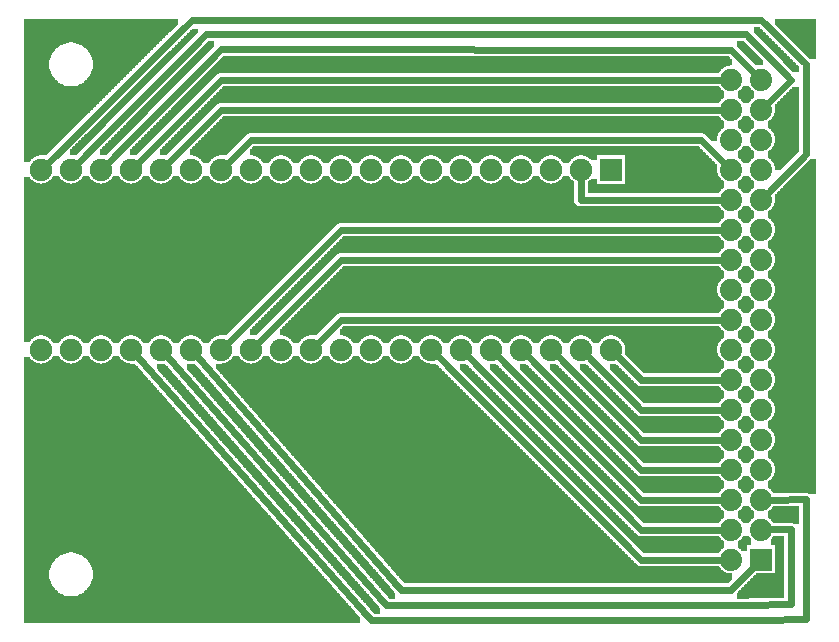
<source format=gbl>
G04 MADE WITH FRITZING*
G04 WWW.FRITZING.ORG*
G04 DOUBLE SIDED*
G04 HOLES PLATED*
G04 CONTOUR ON CENTER OF CONTOUR VECTOR*
%ASAXBY*%
%FSLAX23Y23*%
%MOIN*%
%OFA0B0*%
%SFA1.0B1.0*%
%ADD10C,0.075000*%
%ADD11C,0.074000*%
%ADD12R,0.074000X0.074000*%
%ADD13R,0.075000X0.075000*%
%ADD14C,0.024000*%
%LNCOPPER0*%
G90*
G70*
G54D10*
X298Y1985D03*
X2617Y1471D03*
X123Y1424D03*
X2118Y1572D03*
X1121Y1160D03*
X2121Y967D03*
X835Y822D03*
X121Y823D03*
G54D11*
X2398Y252D03*
X2398Y352D03*
X2398Y452D03*
X2398Y552D03*
X2398Y652D03*
X2398Y752D03*
X2398Y852D03*
X2398Y952D03*
X2398Y1052D03*
X2398Y1152D03*
X2398Y1252D03*
X2398Y1352D03*
X2398Y1452D03*
X2398Y1552D03*
X2398Y1652D03*
X2398Y1752D03*
X2398Y1852D03*
X2498Y252D03*
X2498Y352D03*
X2498Y452D03*
X2498Y552D03*
X2498Y652D03*
X2498Y752D03*
X2498Y852D03*
X2498Y952D03*
X2498Y1052D03*
X2498Y1152D03*
X2498Y1252D03*
X2498Y1352D03*
X2498Y1452D03*
X2498Y1552D03*
X2498Y1652D03*
X2498Y1752D03*
X2498Y1852D03*
G54D10*
X1998Y1552D03*
X1998Y952D03*
X1898Y1552D03*
X1898Y952D03*
X1798Y1552D03*
X1798Y952D03*
X1698Y1552D03*
X1698Y952D03*
X1598Y1552D03*
X1598Y952D03*
X1498Y1552D03*
X1498Y952D03*
X1398Y1552D03*
X1398Y952D03*
X1298Y1552D03*
X1298Y952D03*
X1198Y1552D03*
X1198Y952D03*
X1098Y1552D03*
X1098Y952D03*
X998Y1552D03*
X998Y952D03*
X898Y1552D03*
X898Y952D03*
X798Y1552D03*
X798Y952D03*
X698Y1552D03*
X698Y952D03*
X598Y1552D03*
X598Y952D03*
X498Y1552D03*
X498Y952D03*
X398Y1552D03*
X398Y952D03*
X298Y1552D03*
X298Y952D03*
X198Y1552D03*
X198Y952D03*
X98Y1552D03*
X98Y952D03*
G54D12*
X2498Y252D03*
G54D13*
X1998Y1552D03*
G54D14*
X2647Y1903D02*
X2499Y2051D01*
D02*
X2647Y1604D02*
X2647Y1903D01*
D02*
X2499Y2051D02*
X600Y2051D01*
D02*
X600Y2051D02*
X120Y1574D01*
D02*
X2520Y1475D02*
X2647Y1604D01*
D02*
X647Y2004D02*
X2449Y2004D01*
D02*
X2449Y2004D02*
X2598Y1852D01*
D02*
X2598Y1852D02*
X2520Y1774D01*
D02*
X220Y1574D02*
X647Y2004D01*
D02*
X697Y1953D02*
X2398Y1952D01*
D02*
X2398Y1952D02*
X2476Y1874D01*
D02*
X320Y1574D02*
X697Y1953D01*
D02*
X1198Y51D02*
X2499Y51D01*
D02*
X2499Y51D02*
X2647Y53D01*
D02*
X2647Y453D02*
X2529Y452D01*
D02*
X2647Y53D02*
X2647Y453D01*
D02*
X418Y930D02*
X1198Y51D01*
D02*
X1249Y101D02*
X2449Y101D01*
D02*
X2449Y101D02*
X2597Y103D01*
D02*
X2597Y103D02*
X2597Y353D01*
D02*
X2597Y353D02*
X2529Y353D01*
D02*
X518Y930D02*
X1249Y101D01*
D02*
X1298Y152D02*
X2398Y151D01*
D02*
X2398Y151D02*
X2476Y230D01*
D02*
X618Y929D02*
X1298Y152D01*
D02*
X698Y1852D02*
X400Y1553D01*
D02*
X2367Y1852D02*
X698Y1852D01*
D02*
X698Y1752D02*
X2367Y1752D01*
D02*
X520Y1574D02*
X698Y1752D01*
D02*
X2298Y1652D02*
X798Y1652D01*
D02*
X798Y1652D02*
X720Y1574D01*
D02*
X2376Y1574D02*
X2298Y1652D01*
D02*
X2098Y852D02*
X2020Y931D01*
D02*
X2367Y852D02*
X2098Y852D01*
D02*
X2098Y752D02*
X1920Y931D01*
D02*
X2367Y752D02*
X2098Y752D01*
D02*
X2098Y652D02*
X1820Y931D01*
D02*
X2367Y652D02*
X2098Y652D01*
D02*
X2098Y552D02*
X1720Y931D01*
D02*
X2367Y552D02*
X2098Y552D01*
D02*
X2098Y452D02*
X1620Y931D01*
D02*
X2367Y452D02*
X2098Y452D01*
D02*
X2098Y352D02*
X1520Y931D01*
D02*
X2367Y352D02*
X2098Y352D01*
D02*
X2098Y252D02*
X2367Y252D01*
D02*
X1420Y931D02*
X2098Y252D01*
D02*
X2367Y1052D02*
X1098Y1052D01*
D02*
X1098Y1052D02*
X1020Y974D01*
D02*
X1098Y1352D02*
X2367Y1352D01*
D02*
X720Y974D02*
X1098Y1352D01*
D02*
X1098Y1252D02*
X820Y974D01*
D02*
X2367Y1252D02*
X1098Y1252D01*
D02*
X1897Y1452D02*
X1898Y1524D01*
D02*
X2367Y1452D02*
X1897Y1452D01*
D02*
X400Y1553D02*
X422Y1568D01*
G36*
X40Y2054D02*
X40Y1976D01*
X204Y1976D01*
X204Y1974D01*
X216Y1974D01*
X216Y1972D01*
X222Y1972D01*
X222Y1970D01*
X226Y1970D01*
X226Y1968D01*
X230Y1968D01*
X230Y1966D01*
X234Y1966D01*
X234Y1964D01*
X238Y1964D01*
X238Y1962D01*
X240Y1962D01*
X240Y1960D01*
X242Y1960D01*
X242Y1958D01*
X246Y1958D01*
X246Y1956D01*
X248Y1956D01*
X248Y1954D01*
X250Y1954D01*
X250Y1952D01*
X252Y1952D01*
X252Y1950D01*
X254Y1950D01*
X254Y1946D01*
X256Y1946D01*
X256Y1944D01*
X258Y1944D01*
X258Y1942D01*
X260Y1942D01*
X260Y1938D01*
X262Y1938D01*
X262Y1934D01*
X264Y1934D01*
X264Y1930D01*
X266Y1930D01*
X266Y1926D01*
X268Y1926D01*
X268Y1918D01*
X270Y1918D01*
X270Y1906D01*
X272Y1906D01*
X272Y1898D01*
X270Y1898D01*
X270Y1886D01*
X268Y1886D01*
X268Y1880D01*
X266Y1880D01*
X266Y1874D01*
X264Y1874D01*
X264Y1870D01*
X262Y1870D01*
X262Y1866D01*
X260Y1866D01*
X260Y1864D01*
X258Y1864D01*
X258Y1860D01*
X256Y1860D01*
X256Y1858D01*
X254Y1858D01*
X254Y1856D01*
X252Y1856D01*
X252Y1852D01*
X250Y1852D01*
X250Y1850D01*
X246Y1850D01*
X246Y1848D01*
X244Y1848D01*
X244Y1846D01*
X242Y1846D01*
X242Y1844D01*
X240Y1844D01*
X240Y1842D01*
X236Y1842D01*
X236Y1840D01*
X234Y1840D01*
X234Y1838D01*
X230Y1838D01*
X230Y1836D01*
X226Y1836D01*
X226Y1834D01*
X220Y1834D01*
X220Y1832D01*
X214Y1832D01*
X214Y1830D01*
X348Y1830D01*
X348Y1832D01*
X350Y1832D01*
X350Y1834D01*
X352Y1834D01*
X352Y1836D01*
X354Y1836D01*
X354Y1838D01*
X356Y1838D01*
X356Y1840D01*
X358Y1840D01*
X358Y1842D01*
X360Y1842D01*
X360Y1844D01*
X362Y1844D01*
X362Y1846D01*
X364Y1846D01*
X364Y1848D01*
X366Y1848D01*
X366Y1850D01*
X368Y1850D01*
X368Y1852D01*
X370Y1852D01*
X370Y1854D01*
X372Y1854D01*
X372Y1856D01*
X374Y1856D01*
X374Y1858D01*
X376Y1858D01*
X376Y1860D01*
X378Y1860D01*
X378Y1862D01*
X380Y1862D01*
X380Y1864D01*
X382Y1864D01*
X382Y1866D01*
X384Y1866D01*
X384Y1868D01*
X386Y1868D01*
X386Y1870D01*
X388Y1870D01*
X388Y1872D01*
X390Y1872D01*
X390Y1874D01*
X392Y1874D01*
X392Y1876D01*
X394Y1876D01*
X394Y1878D01*
X396Y1878D01*
X396Y1880D01*
X398Y1880D01*
X398Y1882D01*
X400Y1882D01*
X400Y1884D01*
X402Y1884D01*
X402Y1886D01*
X404Y1886D01*
X404Y1888D01*
X406Y1888D01*
X406Y1890D01*
X408Y1890D01*
X408Y1892D01*
X410Y1892D01*
X410Y1894D01*
X412Y1894D01*
X412Y1896D01*
X414Y1896D01*
X414Y1898D01*
X416Y1898D01*
X416Y1900D01*
X418Y1900D01*
X418Y1902D01*
X420Y1902D01*
X420Y1904D01*
X422Y1904D01*
X422Y1906D01*
X424Y1906D01*
X424Y1908D01*
X426Y1908D01*
X426Y1910D01*
X428Y1910D01*
X428Y1912D01*
X430Y1912D01*
X430Y1914D01*
X432Y1914D01*
X432Y1916D01*
X434Y1916D01*
X434Y1918D01*
X436Y1918D01*
X436Y1920D01*
X438Y1920D01*
X438Y1922D01*
X440Y1922D01*
X440Y1924D01*
X442Y1924D01*
X442Y1926D01*
X444Y1926D01*
X444Y1928D01*
X446Y1928D01*
X446Y1930D01*
X448Y1930D01*
X448Y1932D01*
X450Y1932D01*
X450Y1934D01*
X452Y1934D01*
X452Y1936D01*
X454Y1936D01*
X454Y1938D01*
X456Y1938D01*
X456Y1940D01*
X458Y1940D01*
X458Y1942D01*
X460Y1942D01*
X460Y1944D01*
X462Y1944D01*
X462Y1946D01*
X464Y1946D01*
X464Y1948D01*
X466Y1948D01*
X466Y1950D01*
X468Y1950D01*
X468Y1952D01*
X470Y1952D01*
X470Y1954D01*
X472Y1954D01*
X472Y1956D01*
X474Y1956D01*
X474Y1958D01*
X476Y1958D01*
X476Y1960D01*
X478Y1960D01*
X478Y1962D01*
X480Y1962D01*
X480Y1964D01*
X482Y1964D01*
X482Y1966D01*
X484Y1966D01*
X484Y1968D01*
X486Y1968D01*
X486Y1970D01*
X488Y1970D01*
X488Y1972D01*
X490Y1972D01*
X490Y1974D01*
X492Y1974D01*
X492Y1976D01*
X494Y1976D01*
X494Y1978D01*
X496Y1978D01*
X496Y1980D01*
X498Y1980D01*
X498Y1982D01*
X500Y1982D01*
X500Y1984D01*
X502Y1984D01*
X502Y1986D01*
X504Y1986D01*
X504Y1988D01*
X506Y1988D01*
X506Y1990D01*
X508Y1990D01*
X508Y1992D01*
X510Y1992D01*
X510Y1994D01*
X512Y1994D01*
X512Y1996D01*
X514Y1996D01*
X514Y1998D01*
X516Y1998D01*
X516Y2000D01*
X518Y2000D01*
X518Y2002D01*
X520Y2002D01*
X520Y2004D01*
X522Y2004D01*
X522Y2006D01*
X524Y2006D01*
X524Y2008D01*
X526Y2008D01*
X526Y2010D01*
X528Y2010D01*
X528Y2012D01*
X532Y2012D01*
X532Y2014D01*
X534Y2014D01*
X534Y2016D01*
X536Y2016D01*
X536Y2018D01*
X538Y2018D01*
X538Y2020D01*
X540Y2020D01*
X540Y2022D01*
X542Y2022D01*
X542Y2024D01*
X544Y2024D01*
X544Y2026D01*
X546Y2026D01*
X546Y2028D01*
X548Y2028D01*
X548Y2030D01*
X550Y2030D01*
X550Y2032D01*
X552Y2032D01*
X552Y2034D01*
X554Y2034D01*
X554Y2054D01*
X40Y2054D01*
G37*
D02*
G36*
X40Y1976D02*
X40Y1830D01*
X182Y1830D01*
X182Y1832D01*
X176Y1832D01*
X176Y1834D01*
X170Y1834D01*
X170Y1836D01*
X166Y1836D01*
X166Y1838D01*
X162Y1838D01*
X162Y1840D01*
X160Y1840D01*
X160Y1842D01*
X156Y1842D01*
X156Y1844D01*
X154Y1844D01*
X154Y1846D01*
X152Y1846D01*
X152Y1848D01*
X150Y1848D01*
X150Y1850D01*
X148Y1850D01*
X148Y1852D01*
X146Y1852D01*
X146Y1854D01*
X144Y1854D01*
X144Y1856D01*
X142Y1856D01*
X142Y1858D01*
X140Y1858D01*
X140Y1860D01*
X138Y1860D01*
X138Y1864D01*
X136Y1864D01*
X136Y1866D01*
X134Y1866D01*
X134Y1870D01*
X132Y1870D01*
X132Y1874D01*
X130Y1874D01*
X130Y1880D01*
X128Y1880D01*
X128Y1886D01*
X126Y1886D01*
X126Y1918D01*
X128Y1918D01*
X128Y1924D01*
X130Y1924D01*
X130Y1930D01*
X132Y1930D01*
X132Y1934D01*
X134Y1934D01*
X134Y1938D01*
X136Y1938D01*
X136Y1942D01*
X138Y1942D01*
X138Y1944D01*
X140Y1944D01*
X140Y1946D01*
X142Y1946D01*
X142Y1948D01*
X144Y1948D01*
X144Y1952D01*
X146Y1952D01*
X146Y1954D01*
X148Y1954D01*
X148Y1956D01*
X150Y1956D01*
X150Y1958D01*
X154Y1958D01*
X154Y1960D01*
X156Y1960D01*
X156Y1962D01*
X158Y1962D01*
X158Y1964D01*
X162Y1964D01*
X162Y1966D01*
X166Y1966D01*
X166Y1968D01*
X170Y1968D01*
X170Y1970D01*
X174Y1970D01*
X174Y1972D01*
X180Y1972D01*
X180Y1974D01*
X192Y1974D01*
X192Y1976D01*
X40Y1976D01*
G37*
D02*
G36*
X40Y1830D02*
X40Y1828D01*
X346Y1828D01*
X346Y1830D01*
X40Y1830D01*
G37*
D02*
G36*
X40Y1830D02*
X40Y1828D01*
X346Y1828D01*
X346Y1830D01*
X40Y1830D01*
G37*
D02*
G36*
X40Y1828D02*
X40Y1576D01*
X60Y1576D01*
X60Y1580D01*
X62Y1580D01*
X62Y1582D01*
X64Y1582D01*
X64Y1584D01*
X66Y1584D01*
X66Y1586D01*
X68Y1586D01*
X68Y1588D01*
X70Y1588D01*
X70Y1590D01*
X72Y1590D01*
X72Y1592D01*
X76Y1592D01*
X76Y1594D01*
X80Y1594D01*
X80Y1596D01*
X84Y1596D01*
X84Y1598D01*
X90Y1598D01*
X90Y1600D01*
X116Y1600D01*
X116Y1602D01*
X118Y1602D01*
X118Y1604D01*
X120Y1604D01*
X120Y1606D01*
X122Y1606D01*
X122Y1608D01*
X124Y1608D01*
X124Y1610D01*
X126Y1610D01*
X126Y1612D01*
X128Y1612D01*
X128Y1614D01*
X130Y1614D01*
X130Y1616D01*
X132Y1616D01*
X132Y1618D01*
X134Y1618D01*
X134Y1620D01*
X136Y1620D01*
X136Y1622D01*
X138Y1622D01*
X138Y1624D01*
X140Y1624D01*
X140Y1626D01*
X142Y1626D01*
X142Y1628D01*
X144Y1628D01*
X144Y1630D01*
X146Y1630D01*
X146Y1632D01*
X148Y1632D01*
X148Y1634D01*
X150Y1634D01*
X150Y1636D01*
X152Y1636D01*
X152Y1638D01*
X154Y1638D01*
X154Y1640D01*
X156Y1640D01*
X156Y1642D01*
X158Y1642D01*
X158Y1644D01*
X160Y1644D01*
X160Y1646D01*
X162Y1646D01*
X162Y1648D01*
X164Y1648D01*
X164Y1650D01*
X166Y1650D01*
X166Y1652D01*
X168Y1652D01*
X168Y1654D01*
X170Y1654D01*
X170Y1656D01*
X172Y1656D01*
X172Y1658D01*
X174Y1658D01*
X174Y1660D01*
X176Y1660D01*
X176Y1662D01*
X178Y1662D01*
X178Y1664D01*
X180Y1664D01*
X180Y1666D01*
X182Y1666D01*
X182Y1668D01*
X184Y1668D01*
X184Y1670D01*
X186Y1670D01*
X186Y1672D01*
X188Y1672D01*
X188Y1674D01*
X190Y1674D01*
X190Y1676D01*
X192Y1676D01*
X192Y1678D01*
X194Y1678D01*
X194Y1680D01*
X196Y1680D01*
X196Y1682D01*
X198Y1682D01*
X198Y1684D01*
X200Y1684D01*
X200Y1686D01*
X202Y1686D01*
X202Y1688D01*
X204Y1688D01*
X204Y1690D01*
X206Y1690D01*
X206Y1692D01*
X208Y1692D01*
X208Y1694D01*
X210Y1694D01*
X210Y1696D01*
X212Y1696D01*
X212Y1698D01*
X214Y1698D01*
X214Y1700D01*
X216Y1700D01*
X216Y1702D01*
X218Y1702D01*
X218Y1704D01*
X220Y1704D01*
X220Y1706D01*
X222Y1706D01*
X222Y1708D01*
X224Y1708D01*
X224Y1710D01*
X226Y1710D01*
X226Y1712D01*
X228Y1712D01*
X228Y1714D01*
X230Y1714D01*
X230Y1716D01*
X232Y1716D01*
X232Y1718D01*
X234Y1718D01*
X234Y1720D01*
X236Y1720D01*
X236Y1722D01*
X238Y1722D01*
X238Y1724D01*
X240Y1724D01*
X240Y1726D01*
X242Y1726D01*
X242Y1728D01*
X244Y1728D01*
X244Y1730D01*
X246Y1730D01*
X246Y1732D01*
X248Y1732D01*
X248Y1734D01*
X250Y1734D01*
X250Y1736D01*
X252Y1736D01*
X252Y1738D01*
X256Y1738D01*
X256Y1740D01*
X258Y1740D01*
X258Y1742D01*
X260Y1742D01*
X260Y1744D01*
X262Y1744D01*
X262Y1746D01*
X264Y1746D01*
X264Y1748D01*
X266Y1748D01*
X266Y1750D01*
X268Y1750D01*
X268Y1752D01*
X270Y1752D01*
X270Y1754D01*
X272Y1754D01*
X272Y1756D01*
X274Y1756D01*
X274Y1758D01*
X276Y1758D01*
X276Y1760D01*
X278Y1760D01*
X278Y1762D01*
X280Y1762D01*
X280Y1764D01*
X282Y1764D01*
X282Y1766D01*
X284Y1766D01*
X284Y1768D01*
X286Y1768D01*
X286Y1770D01*
X288Y1770D01*
X288Y1772D01*
X290Y1772D01*
X290Y1774D01*
X292Y1774D01*
X292Y1776D01*
X294Y1776D01*
X294Y1778D01*
X296Y1778D01*
X296Y1780D01*
X298Y1780D01*
X298Y1782D01*
X300Y1782D01*
X300Y1784D01*
X302Y1784D01*
X302Y1786D01*
X304Y1786D01*
X304Y1788D01*
X306Y1788D01*
X306Y1790D01*
X308Y1790D01*
X308Y1792D01*
X310Y1792D01*
X310Y1794D01*
X312Y1794D01*
X312Y1796D01*
X314Y1796D01*
X314Y1798D01*
X316Y1798D01*
X316Y1800D01*
X318Y1800D01*
X318Y1802D01*
X320Y1802D01*
X320Y1804D01*
X322Y1804D01*
X322Y1806D01*
X324Y1806D01*
X324Y1808D01*
X326Y1808D01*
X326Y1810D01*
X328Y1810D01*
X328Y1812D01*
X330Y1812D01*
X330Y1814D01*
X332Y1814D01*
X332Y1816D01*
X334Y1816D01*
X334Y1818D01*
X336Y1818D01*
X336Y1820D01*
X338Y1820D01*
X338Y1822D01*
X340Y1822D01*
X340Y1824D01*
X342Y1824D01*
X342Y1826D01*
X344Y1826D01*
X344Y1828D01*
X40Y1828D01*
G37*
D02*
G36*
X2546Y2054D02*
X2546Y2034D01*
X2548Y2034D01*
X2548Y2032D01*
X2550Y2032D01*
X2550Y2030D01*
X2552Y2030D01*
X2552Y2028D01*
X2554Y2028D01*
X2554Y2026D01*
X2556Y2026D01*
X2556Y2024D01*
X2558Y2024D01*
X2558Y2022D01*
X2560Y2022D01*
X2560Y2020D01*
X2562Y2020D01*
X2562Y2018D01*
X2564Y2018D01*
X2564Y2016D01*
X2566Y2016D01*
X2566Y2014D01*
X2568Y2014D01*
X2568Y2012D01*
X2570Y2012D01*
X2570Y2010D01*
X2572Y2010D01*
X2572Y2008D01*
X2574Y2008D01*
X2574Y2006D01*
X2576Y2006D01*
X2576Y2004D01*
X2578Y2004D01*
X2578Y2002D01*
X2580Y2002D01*
X2580Y2000D01*
X2582Y2000D01*
X2582Y1998D01*
X2584Y1998D01*
X2584Y1996D01*
X2586Y1996D01*
X2586Y1994D01*
X2588Y1994D01*
X2588Y1992D01*
X2590Y1992D01*
X2590Y1990D01*
X2592Y1990D01*
X2592Y1988D01*
X2594Y1988D01*
X2594Y1986D01*
X2596Y1986D01*
X2596Y1984D01*
X2598Y1984D01*
X2598Y1982D01*
X2600Y1982D01*
X2600Y1980D01*
X2602Y1980D01*
X2602Y1978D01*
X2604Y1978D01*
X2604Y1976D01*
X2606Y1976D01*
X2606Y1974D01*
X2608Y1974D01*
X2608Y1972D01*
X2610Y1972D01*
X2610Y1970D01*
X2612Y1970D01*
X2612Y1968D01*
X2614Y1968D01*
X2614Y1966D01*
X2616Y1966D01*
X2616Y1964D01*
X2618Y1964D01*
X2618Y1962D01*
X2620Y1962D01*
X2620Y1960D01*
X2622Y1960D01*
X2622Y1958D01*
X2624Y1958D01*
X2624Y1956D01*
X2626Y1956D01*
X2626Y1954D01*
X2628Y1954D01*
X2628Y1952D01*
X2630Y1952D01*
X2630Y1950D01*
X2632Y1950D01*
X2632Y1948D01*
X2634Y1948D01*
X2634Y1946D01*
X2636Y1946D01*
X2636Y1944D01*
X2638Y1944D01*
X2638Y1942D01*
X2640Y1942D01*
X2640Y1940D01*
X2642Y1940D01*
X2642Y1938D01*
X2644Y1938D01*
X2644Y1936D01*
X2646Y1936D01*
X2646Y1934D01*
X2648Y1934D01*
X2648Y1932D01*
X2650Y1932D01*
X2650Y1930D01*
X2652Y1930D01*
X2652Y1928D01*
X2654Y1928D01*
X2654Y1926D01*
X2656Y1926D01*
X2656Y1924D01*
X2658Y1924D01*
X2658Y1922D01*
X2660Y1922D01*
X2660Y1920D01*
X2680Y1920D01*
X2680Y2054D01*
X2546Y2054D01*
G37*
D02*
G36*
X2474Y2026D02*
X2474Y2008D01*
X2476Y2008D01*
X2476Y2006D01*
X2478Y2006D01*
X2478Y2004D01*
X2480Y2004D01*
X2480Y2002D01*
X2482Y2002D01*
X2482Y2000D01*
X2484Y2000D01*
X2484Y1998D01*
X2486Y1998D01*
X2486Y1996D01*
X2488Y1996D01*
X2488Y1994D01*
X2490Y1994D01*
X2490Y1992D01*
X2492Y1992D01*
X2492Y1990D01*
X2494Y1990D01*
X2494Y1988D01*
X2496Y1988D01*
X2496Y1986D01*
X2498Y1986D01*
X2498Y1984D01*
X2500Y1984D01*
X2500Y1982D01*
X2502Y1982D01*
X2502Y1980D01*
X2504Y1980D01*
X2504Y1978D01*
X2506Y1978D01*
X2506Y1976D01*
X2508Y1976D01*
X2508Y1974D01*
X2510Y1974D01*
X2510Y1972D01*
X2512Y1972D01*
X2512Y1970D01*
X2514Y1970D01*
X2514Y1968D01*
X2516Y1968D01*
X2516Y1966D01*
X2518Y1966D01*
X2518Y1964D01*
X2520Y1964D01*
X2520Y1962D01*
X2522Y1962D01*
X2522Y1960D01*
X2524Y1960D01*
X2524Y1958D01*
X2526Y1958D01*
X2526Y1956D01*
X2528Y1956D01*
X2528Y1954D01*
X2530Y1954D01*
X2530Y1952D01*
X2532Y1952D01*
X2532Y1950D01*
X2534Y1950D01*
X2534Y1948D01*
X2536Y1948D01*
X2536Y1946D01*
X2538Y1946D01*
X2538Y1944D01*
X2540Y1944D01*
X2540Y1942D01*
X2542Y1942D01*
X2542Y1940D01*
X2544Y1940D01*
X2544Y1938D01*
X2546Y1938D01*
X2546Y1936D01*
X2548Y1936D01*
X2548Y1934D01*
X2550Y1934D01*
X2550Y1932D01*
X2552Y1932D01*
X2552Y1930D01*
X2554Y1930D01*
X2554Y1928D01*
X2556Y1928D01*
X2556Y1926D01*
X2558Y1926D01*
X2558Y1924D01*
X2560Y1924D01*
X2560Y1922D01*
X2562Y1922D01*
X2562Y1920D01*
X2564Y1920D01*
X2564Y1918D01*
X2566Y1918D01*
X2566Y1916D01*
X2568Y1916D01*
X2568Y1914D01*
X2570Y1914D01*
X2570Y1910D01*
X2572Y1910D01*
X2572Y1908D01*
X2574Y1908D01*
X2574Y1906D01*
X2576Y1906D01*
X2576Y1904D01*
X2578Y1904D01*
X2578Y1902D01*
X2580Y1902D01*
X2580Y1900D01*
X2582Y1900D01*
X2582Y1898D01*
X2584Y1898D01*
X2584Y1896D01*
X2586Y1896D01*
X2586Y1894D01*
X2588Y1894D01*
X2588Y1892D01*
X2590Y1892D01*
X2590Y1890D01*
X2592Y1890D01*
X2592Y1888D01*
X2594Y1888D01*
X2594Y1886D01*
X2596Y1886D01*
X2596Y1884D01*
X2598Y1884D01*
X2598Y1882D01*
X2600Y1882D01*
X2600Y1880D01*
X2602Y1880D01*
X2602Y1878D01*
X2604Y1878D01*
X2604Y1876D01*
X2624Y1876D01*
X2624Y1896D01*
X2622Y1896D01*
X2622Y1898D01*
X2620Y1898D01*
X2620Y1900D01*
X2618Y1900D01*
X2618Y1902D01*
X2616Y1902D01*
X2616Y1904D01*
X2614Y1904D01*
X2614Y1906D01*
X2612Y1906D01*
X2612Y1908D01*
X2610Y1908D01*
X2610Y1910D01*
X2608Y1910D01*
X2608Y1912D01*
X2606Y1912D01*
X2606Y1914D01*
X2604Y1914D01*
X2604Y1916D01*
X2602Y1916D01*
X2602Y1918D01*
X2600Y1918D01*
X2600Y1920D01*
X2598Y1920D01*
X2598Y1922D01*
X2596Y1922D01*
X2596Y1924D01*
X2594Y1924D01*
X2594Y1926D01*
X2592Y1926D01*
X2592Y1928D01*
X2590Y1928D01*
X2590Y1930D01*
X2588Y1930D01*
X2588Y1932D01*
X2586Y1932D01*
X2586Y1934D01*
X2584Y1934D01*
X2584Y1936D01*
X2582Y1936D01*
X2582Y1938D01*
X2580Y1938D01*
X2580Y1940D01*
X2578Y1940D01*
X2578Y1942D01*
X2576Y1942D01*
X2576Y1944D01*
X2574Y1944D01*
X2574Y1946D01*
X2572Y1946D01*
X2572Y1948D01*
X2570Y1948D01*
X2570Y1950D01*
X2568Y1950D01*
X2568Y1952D01*
X2566Y1952D01*
X2566Y1954D01*
X2564Y1954D01*
X2564Y1956D01*
X2562Y1956D01*
X2562Y1958D01*
X2560Y1958D01*
X2560Y1960D01*
X2558Y1960D01*
X2558Y1962D01*
X2556Y1962D01*
X2556Y1964D01*
X2554Y1964D01*
X2554Y1966D01*
X2552Y1966D01*
X2552Y1968D01*
X2550Y1968D01*
X2550Y1970D01*
X2548Y1970D01*
X2548Y1972D01*
X2546Y1972D01*
X2546Y1974D01*
X2544Y1974D01*
X2544Y1976D01*
X2542Y1976D01*
X2542Y1978D01*
X2540Y1978D01*
X2540Y1980D01*
X2538Y1980D01*
X2538Y1982D01*
X2536Y1982D01*
X2536Y1984D01*
X2534Y1984D01*
X2534Y1986D01*
X2532Y1986D01*
X2532Y1988D01*
X2530Y1988D01*
X2530Y1990D01*
X2528Y1990D01*
X2528Y1992D01*
X2526Y1992D01*
X2526Y1994D01*
X2524Y1994D01*
X2524Y1996D01*
X2522Y1996D01*
X2522Y1998D01*
X2520Y1998D01*
X2520Y2000D01*
X2518Y2000D01*
X2518Y2002D01*
X2516Y2002D01*
X2516Y2004D01*
X2514Y2004D01*
X2514Y2006D01*
X2512Y2006D01*
X2512Y2008D01*
X2510Y2008D01*
X2510Y2010D01*
X2508Y2010D01*
X2508Y2012D01*
X2506Y2012D01*
X2506Y2014D01*
X2504Y2014D01*
X2504Y2016D01*
X2502Y2016D01*
X2502Y2018D01*
X2500Y2018D01*
X2500Y2020D01*
X2498Y2020D01*
X2498Y2022D01*
X2496Y2022D01*
X2496Y2024D01*
X2494Y2024D01*
X2494Y2026D01*
X2474Y2026D01*
G37*
D02*
G36*
X602Y2022D02*
X602Y2020D01*
X600Y2020D01*
X600Y2018D01*
X598Y2018D01*
X598Y2016D01*
X596Y2016D01*
X596Y2014D01*
X594Y2014D01*
X594Y2012D01*
X592Y2012D01*
X592Y2010D01*
X590Y2010D01*
X590Y2008D01*
X588Y2008D01*
X588Y2006D01*
X586Y2006D01*
X586Y2004D01*
X584Y2004D01*
X584Y2002D01*
X582Y2002D01*
X582Y2000D01*
X580Y2000D01*
X580Y1998D01*
X578Y1998D01*
X578Y1996D01*
X576Y1996D01*
X576Y1994D01*
X574Y1994D01*
X574Y1992D01*
X572Y1992D01*
X572Y1990D01*
X570Y1990D01*
X570Y1988D01*
X568Y1988D01*
X568Y1986D01*
X566Y1986D01*
X566Y1984D01*
X564Y1984D01*
X564Y1982D01*
X562Y1982D01*
X562Y1980D01*
X560Y1980D01*
X560Y1978D01*
X558Y1978D01*
X558Y1976D01*
X556Y1976D01*
X556Y1974D01*
X554Y1974D01*
X554Y1972D01*
X552Y1972D01*
X552Y1970D01*
X550Y1970D01*
X550Y1968D01*
X548Y1968D01*
X548Y1966D01*
X546Y1966D01*
X546Y1964D01*
X544Y1964D01*
X544Y1962D01*
X542Y1962D01*
X542Y1960D01*
X540Y1960D01*
X540Y1958D01*
X538Y1958D01*
X538Y1956D01*
X536Y1956D01*
X536Y1954D01*
X534Y1954D01*
X534Y1952D01*
X532Y1952D01*
X532Y1950D01*
X530Y1950D01*
X530Y1948D01*
X526Y1948D01*
X526Y1946D01*
X524Y1946D01*
X524Y1944D01*
X522Y1944D01*
X522Y1942D01*
X520Y1942D01*
X520Y1940D01*
X518Y1940D01*
X518Y1938D01*
X516Y1938D01*
X516Y1936D01*
X514Y1936D01*
X514Y1934D01*
X512Y1934D01*
X512Y1932D01*
X510Y1932D01*
X510Y1930D01*
X508Y1930D01*
X508Y1928D01*
X506Y1928D01*
X506Y1926D01*
X504Y1926D01*
X504Y1924D01*
X502Y1924D01*
X502Y1922D01*
X500Y1922D01*
X500Y1920D01*
X498Y1920D01*
X498Y1918D01*
X496Y1918D01*
X496Y1916D01*
X494Y1916D01*
X494Y1914D01*
X492Y1914D01*
X492Y1912D01*
X490Y1912D01*
X490Y1910D01*
X488Y1910D01*
X488Y1908D01*
X486Y1908D01*
X486Y1906D01*
X484Y1906D01*
X484Y1904D01*
X482Y1904D01*
X482Y1902D01*
X480Y1902D01*
X480Y1900D01*
X478Y1900D01*
X478Y1898D01*
X476Y1898D01*
X476Y1896D01*
X474Y1896D01*
X474Y1894D01*
X472Y1894D01*
X472Y1892D01*
X470Y1892D01*
X470Y1890D01*
X468Y1890D01*
X468Y1888D01*
X466Y1888D01*
X466Y1886D01*
X464Y1886D01*
X464Y1884D01*
X462Y1884D01*
X462Y1882D01*
X460Y1882D01*
X460Y1880D01*
X458Y1880D01*
X458Y1878D01*
X456Y1878D01*
X456Y1876D01*
X454Y1876D01*
X454Y1874D01*
X452Y1874D01*
X452Y1872D01*
X450Y1872D01*
X450Y1870D01*
X448Y1870D01*
X448Y1868D01*
X446Y1868D01*
X446Y1866D01*
X444Y1866D01*
X444Y1864D01*
X442Y1864D01*
X442Y1862D01*
X440Y1862D01*
X440Y1860D01*
X438Y1860D01*
X438Y1858D01*
X436Y1858D01*
X436Y1856D01*
X434Y1856D01*
X434Y1854D01*
X432Y1854D01*
X432Y1852D01*
X430Y1852D01*
X430Y1850D01*
X428Y1850D01*
X428Y1848D01*
X426Y1848D01*
X426Y1846D01*
X424Y1846D01*
X424Y1844D01*
X422Y1844D01*
X422Y1842D01*
X420Y1842D01*
X420Y1840D01*
X418Y1840D01*
X418Y1838D01*
X416Y1838D01*
X416Y1836D01*
X414Y1836D01*
X414Y1834D01*
X412Y1834D01*
X412Y1832D01*
X410Y1832D01*
X410Y1830D01*
X408Y1830D01*
X408Y1828D01*
X406Y1828D01*
X406Y1826D01*
X404Y1826D01*
X404Y1824D01*
X402Y1824D01*
X402Y1822D01*
X400Y1822D01*
X400Y1820D01*
X398Y1820D01*
X398Y1818D01*
X396Y1818D01*
X396Y1816D01*
X394Y1816D01*
X394Y1814D01*
X392Y1814D01*
X392Y1812D01*
X390Y1812D01*
X390Y1810D01*
X388Y1810D01*
X388Y1808D01*
X386Y1808D01*
X386Y1806D01*
X384Y1806D01*
X384Y1804D01*
X382Y1804D01*
X382Y1802D01*
X380Y1802D01*
X380Y1800D01*
X378Y1800D01*
X378Y1798D01*
X376Y1798D01*
X376Y1796D01*
X374Y1796D01*
X374Y1794D01*
X372Y1794D01*
X372Y1792D01*
X370Y1792D01*
X370Y1790D01*
X368Y1790D01*
X368Y1788D01*
X366Y1788D01*
X366Y1786D01*
X364Y1786D01*
X364Y1784D01*
X362Y1784D01*
X362Y1782D01*
X360Y1782D01*
X360Y1780D01*
X358Y1780D01*
X358Y1778D01*
X356Y1778D01*
X356Y1776D01*
X354Y1776D01*
X354Y1774D01*
X352Y1774D01*
X352Y1772D01*
X350Y1772D01*
X350Y1770D01*
X348Y1770D01*
X348Y1768D01*
X346Y1768D01*
X346Y1766D01*
X344Y1766D01*
X344Y1764D01*
X342Y1764D01*
X342Y1762D01*
X340Y1762D01*
X340Y1760D01*
X338Y1760D01*
X338Y1758D01*
X336Y1758D01*
X336Y1756D01*
X334Y1756D01*
X334Y1754D01*
X332Y1754D01*
X332Y1752D01*
X330Y1752D01*
X330Y1750D01*
X328Y1750D01*
X328Y1748D01*
X326Y1748D01*
X326Y1746D01*
X324Y1746D01*
X324Y1744D01*
X322Y1744D01*
X322Y1742D01*
X320Y1742D01*
X320Y1740D01*
X318Y1740D01*
X318Y1738D01*
X316Y1738D01*
X316Y1736D01*
X314Y1736D01*
X314Y1734D01*
X312Y1734D01*
X312Y1732D01*
X310Y1732D01*
X310Y1730D01*
X308Y1730D01*
X308Y1728D01*
X306Y1728D01*
X306Y1726D01*
X304Y1726D01*
X304Y1724D01*
X302Y1724D01*
X302Y1722D01*
X300Y1722D01*
X300Y1720D01*
X298Y1720D01*
X298Y1718D01*
X296Y1718D01*
X296Y1716D01*
X294Y1716D01*
X294Y1714D01*
X292Y1714D01*
X292Y1712D01*
X290Y1712D01*
X290Y1710D01*
X288Y1710D01*
X288Y1708D01*
X286Y1708D01*
X286Y1706D01*
X284Y1706D01*
X284Y1704D01*
X282Y1704D01*
X282Y1702D01*
X280Y1702D01*
X280Y1700D01*
X278Y1700D01*
X278Y1698D01*
X276Y1698D01*
X276Y1696D01*
X274Y1696D01*
X274Y1694D01*
X272Y1694D01*
X272Y1692D01*
X270Y1692D01*
X270Y1690D01*
X268Y1690D01*
X268Y1688D01*
X266Y1688D01*
X266Y1686D01*
X264Y1686D01*
X264Y1684D01*
X262Y1684D01*
X262Y1682D01*
X260Y1682D01*
X260Y1680D01*
X258Y1680D01*
X258Y1678D01*
X256Y1678D01*
X256Y1676D01*
X254Y1676D01*
X254Y1674D01*
X250Y1674D01*
X250Y1672D01*
X248Y1672D01*
X248Y1670D01*
X246Y1670D01*
X246Y1668D01*
X244Y1668D01*
X244Y1666D01*
X242Y1666D01*
X242Y1664D01*
X240Y1664D01*
X240Y1662D01*
X238Y1662D01*
X238Y1660D01*
X236Y1660D01*
X236Y1658D01*
X234Y1658D01*
X234Y1656D01*
X232Y1656D01*
X232Y1654D01*
X230Y1654D01*
X230Y1652D01*
X228Y1652D01*
X228Y1650D01*
X226Y1650D01*
X226Y1648D01*
X224Y1648D01*
X224Y1646D01*
X222Y1646D01*
X222Y1644D01*
X220Y1644D01*
X220Y1642D01*
X218Y1642D01*
X218Y1640D01*
X216Y1640D01*
X216Y1638D01*
X214Y1638D01*
X214Y1636D01*
X212Y1636D01*
X212Y1634D01*
X210Y1634D01*
X210Y1632D01*
X208Y1632D01*
X208Y1630D01*
X206Y1630D01*
X206Y1628D01*
X204Y1628D01*
X204Y1626D01*
X202Y1626D01*
X202Y1624D01*
X200Y1624D01*
X200Y1622D01*
X198Y1622D01*
X198Y1620D01*
X196Y1620D01*
X196Y1600D01*
X216Y1600D01*
X216Y1602D01*
X218Y1602D01*
X218Y1604D01*
X220Y1604D01*
X220Y1606D01*
X222Y1606D01*
X222Y1608D01*
X224Y1608D01*
X224Y1610D01*
X226Y1610D01*
X226Y1612D01*
X228Y1612D01*
X228Y1614D01*
X230Y1614D01*
X230Y1616D01*
X232Y1616D01*
X232Y1618D01*
X234Y1618D01*
X234Y1620D01*
X236Y1620D01*
X236Y1622D01*
X238Y1622D01*
X238Y1624D01*
X240Y1624D01*
X240Y1626D01*
X242Y1626D01*
X242Y1628D01*
X244Y1628D01*
X244Y1630D01*
X246Y1630D01*
X246Y1632D01*
X248Y1632D01*
X248Y1634D01*
X250Y1634D01*
X250Y1636D01*
X252Y1636D01*
X252Y1638D01*
X254Y1638D01*
X254Y1640D01*
X256Y1640D01*
X256Y1642D01*
X258Y1642D01*
X258Y1644D01*
X260Y1644D01*
X260Y1646D01*
X262Y1646D01*
X262Y1648D01*
X264Y1648D01*
X264Y1650D01*
X266Y1650D01*
X266Y1652D01*
X268Y1652D01*
X268Y1654D01*
X270Y1654D01*
X270Y1656D01*
X272Y1656D01*
X272Y1658D01*
X274Y1658D01*
X274Y1660D01*
X276Y1660D01*
X276Y1662D01*
X278Y1662D01*
X278Y1664D01*
X280Y1664D01*
X280Y1666D01*
X282Y1666D01*
X282Y1668D01*
X284Y1668D01*
X284Y1670D01*
X286Y1670D01*
X286Y1672D01*
X288Y1672D01*
X288Y1674D01*
X290Y1674D01*
X290Y1676D01*
X292Y1676D01*
X292Y1678D01*
X294Y1678D01*
X294Y1680D01*
X296Y1680D01*
X296Y1682D01*
X298Y1682D01*
X298Y1684D01*
X300Y1684D01*
X300Y1686D01*
X302Y1686D01*
X302Y1688D01*
X304Y1688D01*
X304Y1690D01*
X306Y1690D01*
X306Y1692D01*
X308Y1692D01*
X308Y1694D01*
X310Y1694D01*
X310Y1696D01*
X312Y1696D01*
X312Y1698D01*
X314Y1698D01*
X314Y1700D01*
X316Y1700D01*
X316Y1704D01*
X318Y1704D01*
X318Y1706D01*
X320Y1706D01*
X320Y1708D01*
X322Y1708D01*
X322Y1710D01*
X324Y1710D01*
X324Y1712D01*
X326Y1712D01*
X326Y1714D01*
X328Y1714D01*
X328Y1716D01*
X330Y1716D01*
X330Y1718D01*
X332Y1718D01*
X332Y1720D01*
X334Y1720D01*
X334Y1722D01*
X336Y1722D01*
X336Y1724D01*
X338Y1724D01*
X338Y1726D01*
X340Y1726D01*
X340Y1728D01*
X342Y1728D01*
X342Y1730D01*
X344Y1730D01*
X344Y1732D01*
X346Y1732D01*
X346Y1734D01*
X348Y1734D01*
X348Y1736D01*
X350Y1736D01*
X350Y1738D01*
X352Y1738D01*
X352Y1740D01*
X354Y1740D01*
X354Y1742D01*
X356Y1742D01*
X356Y1744D01*
X358Y1744D01*
X358Y1746D01*
X360Y1746D01*
X360Y1748D01*
X362Y1748D01*
X362Y1750D01*
X364Y1750D01*
X364Y1752D01*
X366Y1752D01*
X366Y1754D01*
X368Y1754D01*
X368Y1756D01*
X370Y1756D01*
X370Y1758D01*
X372Y1758D01*
X372Y1760D01*
X374Y1760D01*
X374Y1762D01*
X376Y1762D01*
X376Y1764D01*
X378Y1764D01*
X378Y1766D01*
X380Y1766D01*
X380Y1768D01*
X382Y1768D01*
X382Y1770D01*
X384Y1770D01*
X384Y1772D01*
X386Y1772D01*
X386Y1774D01*
X388Y1774D01*
X388Y1776D01*
X390Y1776D01*
X390Y1778D01*
X392Y1778D01*
X392Y1780D01*
X394Y1780D01*
X394Y1782D01*
X396Y1782D01*
X396Y1784D01*
X398Y1784D01*
X398Y1786D01*
X400Y1786D01*
X400Y1788D01*
X402Y1788D01*
X402Y1790D01*
X404Y1790D01*
X404Y1792D01*
X406Y1792D01*
X406Y1794D01*
X408Y1794D01*
X408Y1796D01*
X410Y1796D01*
X410Y1798D01*
X412Y1798D01*
X412Y1800D01*
X414Y1800D01*
X414Y1802D01*
X416Y1802D01*
X416Y1804D01*
X418Y1804D01*
X418Y1806D01*
X420Y1806D01*
X420Y1808D01*
X422Y1808D01*
X422Y1810D01*
X424Y1810D01*
X424Y1812D01*
X426Y1812D01*
X426Y1814D01*
X428Y1814D01*
X428Y1816D01*
X430Y1816D01*
X430Y1818D01*
X432Y1818D01*
X432Y1820D01*
X434Y1820D01*
X434Y1822D01*
X436Y1822D01*
X436Y1824D01*
X438Y1824D01*
X438Y1826D01*
X440Y1826D01*
X440Y1828D01*
X442Y1828D01*
X442Y1830D01*
X444Y1830D01*
X444Y1832D01*
X446Y1832D01*
X446Y1834D01*
X448Y1834D01*
X448Y1836D01*
X450Y1836D01*
X450Y1838D01*
X452Y1838D01*
X452Y1840D01*
X454Y1840D01*
X454Y1842D01*
X456Y1842D01*
X456Y1844D01*
X458Y1844D01*
X458Y1846D01*
X460Y1846D01*
X460Y1848D01*
X462Y1848D01*
X462Y1850D01*
X464Y1850D01*
X464Y1852D01*
X466Y1852D01*
X466Y1854D01*
X468Y1854D01*
X468Y1856D01*
X470Y1856D01*
X470Y1858D01*
X472Y1858D01*
X472Y1860D01*
X474Y1860D01*
X474Y1862D01*
X476Y1862D01*
X476Y1864D01*
X478Y1864D01*
X478Y1866D01*
X480Y1866D01*
X480Y1868D01*
X482Y1868D01*
X482Y1870D01*
X484Y1870D01*
X484Y1872D01*
X486Y1872D01*
X486Y1874D01*
X488Y1874D01*
X488Y1876D01*
X490Y1876D01*
X490Y1878D01*
X492Y1878D01*
X492Y1880D01*
X494Y1880D01*
X494Y1882D01*
X496Y1882D01*
X496Y1884D01*
X498Y1884D01*
X498Y1886D01*
X500Y1886D01*
X500Y1888D01*
X502Y1888D01*
X502Y1890D01*
X504Y1890D01*
X504Y1892D01*
X506Y1892D01*
X506Y1894D01*
X508Y1894D01*
X508Y1896D01*
X510Y1896D01*
X510Y1898D01*
X512Y1898D01*
X512Y1900D01*
X514Y1900D01*
X514Y1902D01*
X516Y1902D01*
X516Y1904D01*
X518Y1904D01*
X518Y1906D01*
X520Y1906D01*
X520Y1908D01*
X522Y1908D01*
X522Y1910D01*
X524Y1910D01*
X524Y1912D01*
X526Y1912D01*
X526Y1914D01*
X528Y1914D01*
X528Y1916D01*
X530Y1916D01*
X530Y1918D01*
X532Y1918D01*
X532Y1920D01*
X534Y1920D01*
X534Y1922D01*
X536Y1922D01*
X536Y1924D01*
X538Y1924D01*
X538Y1926D01*
X540Y1926D01*
X540Y1928D01*
X542Y1928D01*
X542Y1930D01*
X544Y1930D01*
X544Y1932D01*
X546Y1932D01*
X546Y1934D01*
X548Y1934D01*
X548Y1936D01*
X550Y1936D01*
X550Y1938D01*
X552Y1938D01*
X552Y1940D01*
X554Y1940D01*
X554Y1942D01*
X556Y1942D01*
X556Y1944D01*
X558Y1944D01*
X558Y1946D01*
X560Y1946D01*
X560Y1948D01*
X562Y1948D01*
X562Y1950D01*
X564Y1950D01*
X564Y1952D01*
X566Y1952D01*
X566Y1954D01*
X568Y1954D01*
X568Y1956D01*
X570Y1956D01*
X570Y1958D01*
X572Y1958D01*
X572Y1960D01*
X574Y1960D01*
X574Y1962D01*
X576Y1962D01*
X576Y1964D01*
X578Y1964D01*
X578Y1966D01*
X580Y1966D01*
X580Y1968D01*
X582Y1968D01*
X582Y1970D01*
X584Y1970D01*
X584Y1972D01*
X586Y1972D01*
X586Y1974D01*
X588Y1974D01*
X588Y1976D01*
X590Y1976D01*
X590Y1978D01*
X592Y1978D01*
X592Y1980D01*
X594Y1980D01*
X594Y1982D01*
X596Y1982D01*
X596Y1984D01*
X598Y1984D01*
X598Y1986D01*
X600Y1986D01*
X600Y1988D01*
X602Y1988D01*
X602Y1990D01*
X604Y1990D01*
X604Y1992D01*
X606Y1992D01*
X606Y1994D01*
X608Y1994D01*
X608Y1996D01*
X610Y1996D01*
X610Y1998D01*
X612Y1998D01*
X612Y2000D01*
X614Y2000D01*
X614Y2002D01*
X616Y2002D01*
X616Y2004D01*
X618Y2004D01*
X618Y2006D01*
X620Y2006D01*
X620Y2008D01*
X622Y2008D01*
X622Y2022D01*
X602Y2022D01*
G37*
D02*
G36*
X656Y1982D02*
X656Y1980D01*
X654Y1980D01*
X654Y1978D01*
X652Y1978D01*
X652Y1976D01*
X650Y1976D01*
X650Y1974D01*
X648Y1974D01*
X648Y1972D01*
X646Y1972D01*
X646Y1970D01*
X644Y1970D01*
X644Y1968D01*
X642Y1968D01*
X642Y1966D01*
X640Y1966D01*
X640Y1964D01*
X638Y1964D01*
X638Y1962D01*
X636Y1962D01*
X636Y1960D01*
X634Y1960D01*
X634Y1958D01*
X632Y1958D01*
X632Y1956D01*
X630Y1956D01*
X630Y1954D01*
X628Y1954D01*
X628Y1952D01*
X626Y1952D01*
X626Y1950D01*
X624Y1950D01*
X624Y1948D01*
X622Y1948D01*
X622Y1946D01*
X620Y1946D01*
X620Y1944D01*
X618Y1944D01*
X618Y1942D01*
X616Y1942D01*
X616Y1940D01*
X614Y1940D01*
X614Y1938D01*
X612Y1938D01*
X612Y1936D01*
X610Y1936D01*
X610Y1934D01*
X608Y1934D01*
X608Y1932D01*
X606Y1932D01*
X606Y1930D01*
X604Y1930D01*
X604Y1928D01*
X602Y1928D01*
X602Y1926D01*
X600Y1926D01*
X600Y1924D01*
X598Y1924D01*
X598Y1922D01*
X596Y1922D01*
X596Y1920D01*
X594Y1920D01*
X594Y1918D01*
X592Y1918D01*
X592Y1916D01*
X590Y1916D01*
X590Y1914D01*
X588Y1914D01*
X588Y1912D01*
X586Y1912D01*
X586Y1910D01*
X584Y1910D01*
X584Y1908D01*
X582Y1908D01*
X582Y1906D01*
X580Y1906D01*
X580Y1904D01*
X578Y1904D01*
X578Y1902D01*
X576Y1902D01*
X576Y1900D01*
X574Y1900D01*
X574Y1898D01*
X572Y1898D01*
X572Y1896D01*
X570Y1896D01*
X570Y1894D01*
X568Y1894D01*
X568Y1892D01*
X566Y1892D01*
X566Y1890D01*
X564Y1890D01*
X564Y1888D01*
X562Y1888D01*
X562Y1886D01*
X560Y1886D01*
X560Y1884D01*
X558Y1884D01*
X558Y1882D01*
X556Y1882D01*
X556Y1880D01*
X554Y1880D01*
X554Y1878D01*
X552Y1878D01*
X552Y1876D01*
X550Y1876D01*
X550Y1874D01*
X548Y1874D01*
X548Y1872D01*
X546Y1872D01*
X546Y1870D01*
X544Y1870D01*
X544Y1868D01*
X542Y1868D01*
X542Y1866D01*
X540Y1866D01*
X540Y1864D01*
X538Y1864D01*
X538Y1862D01*
X536Y1862D01*
X536Y1860D01*
X534Y1860D01*
X534Y1858D01*
X532Y1858D01*
X532Y1856D01*
X530Y1856D01*
X530Y1854D01*
X528Y1854D01*
X528Y1852D01*
X526Y1852D01*
X526Y1850D01*
X524Y1850D01*
X524Y1848D01*
X522Y1848D01*
X522Y1846D01*
X520Y1846D01*
X520Y1844D01*
X518Y1844D01*
X518Y1842D01*
X516Y1842D01*
X516Y1840D01*
X514Y1840D01*
X514Y1838D01*
X512Y1838D01*
X512Y1836D01*
X510Y1836D01*
X510Y1834D01*
X508Y1834D01*
X508Y1832D01*
X506Y1832D01*
X506Y1830D01*
X504Y1830D01*
X504Y1828D01*
X502Y1828D01*
X502Y1826D01*
X500Y1826D01*
X500Y1824D01*
X498Y1824D01*
X498Y1822D01*
X496Y1822D01*
X496Y1820D01*
X494Y1820D01*
X494Y1818D01*
X492Y1818D01*
X492Y1816D01*
X490Y1816D01*
X490Y1814D01*
X488Y1814D01*
X488Y1812D01*
X486Y1812D01*
X486Y1810D01*
X484Y1810D01*
X484Y1808D01*
X482Y1808D01*
X482Y1806D01*
X480Y1806D01*
X480Y1804D01*
X478Y1804D01*
X478Y1802D01*
X476Y1802D01*
X476Y1800D01*
X474Y1800D01*
X474Y1798D01*
X472Y1798D01*
X472Y1796D01*
X470Y1796D01*
X470Y1794D01*
X468Y1794D01*
X468Y1792D01*
X466Y1792D01*
X466Y1790D01*
X464Y1790D01*
X464Y1788D01*
X462Y1788D01*
X462Y1786D01*
X460Y1786D01*
X460Y1784D01*
X458Y1784D01*
X458Y1782D01*
X456Y1782D01*
X456Y1780D01*
X454Y1780D01*
X454Y1778D01*
X452Y1778D01*
X452Y1776D01*
X450Y1776D01*
X450Y1774D01*
X448Y1774D01*
X448Y1772D01*
X446Y1772D01*
X446Y1770D01*
X444Y1770D01*
X444Y1768D01*
X442Y1768D01*
X442Y1766D01*
X440Y1766D01*
X440Y1764D01*
X438Y1764D01*
X438Y1762D01*
X436Y1762D01*
X436Y1760D01*
X434Y1760D01*
X434Y1758D01*
X432Y1758D01*
X432Y1756D01*
X430Y1756D01*
X430Y1754D01*
X428Y1754D01*
X428Y1752D01*
X426Y1752D01*
X426Y1750D01*
X424Y1750D01*
X424Y1748D01*
X422Y1748D01*
X422Y1746D01*
X420Y1746D01*
X420Y1744D01*
X418Y1744D01*
X418Y1742D01*
X416Y1742D01*
X416Y1740D01*
X414Y1740D01*
X414Y1738D01*
X412Y1738D01*
X412Y1736D01*
X410Y1736D01*
X410Y1734D01*
X408Y1734D01*
X408Y1732D01*
X406Y1732D01*
X406Y1730D01*
X404Y1730D01*
X404Y1728D01*
X402Y1728D01*
X402Y1726D01*
X400Y1726D01*
X400Y1724D01*
X398Y1724D01*
X398Y1722D01*
X396Y1722D01*
X396Y1720D01*
X394Y1720D01*
X394Y1718D01*
X392Y1718D01*
X392Y1716D01*
X390Y1716D01*
X390Y1714D01*
X388Y1714D01*
X388Y1712D01*
X386Y1712D01*
X386Y1710D01*
X384Y1710D01*
X384Y1708D01*
X382Y1708D01*
X382Y1704D01*
X380Y1704D01*
X380Y1702D01*
X378Y1702D01*
X378Y1700D01*
X376Y1700D01*
X376Y1698D01*
X374Y1698D01*
X374Y1696D01*
X372Y1696D01*
X372Y1694D01*
X370Y1694D01*
X370Y1692D01*
X368Y1692D01*
X368Y1690D01*
X366Y1690D01*
X366Y1688D01*
X364Y1688D01*
X364Y1686D01*
X362Y1686D01*
X362Y1684D01*
X360Y1684D01*
X360Y1682D01*
X358Y1682D01*
X358Y1680D01*
X356Y1680D01*
X356Y1678D01*
X354Y1678D01*
X354Y1676D01*
X352Y1676D01*
X352Y1674D01*
X350Y1674D01*
X350Y1672D01*
X348Y1672D01*
X348Y1670D01*
X346Y1670D01*
X346Y1668D01*
X344Y1668D01*
X344Y1666D01*
X342Y1666D01*
X342Y1664D01*
X340Y1664D01*
X340Y1662D01*
X338Y1662D01*
X338Y1660D01*
X336Y1660D01*
X336Y1658D01*
X334Y1658D01*
X334Y1656D01*
X332Y1656D01*
X332Y1654D01*
X330Y1654D01*
X330Y1652D01*
X328Y1652D01*
X328Y1650D01*
X326Y1650D01*
X326Y1648D01*
X324Y1648D01*
X324Y1646D01*
X322Y1646D01*
X322Y1644D01*
X320Y1644D01*
X320Y1642D01*
X318Y1642D01*
X318Y1640D01*
X316Y1640D01*
X316Y1638D01*
X314Y1638D01*
X314Y1636D01*
X312Y1636D01*
X312Y1634D01*
X310Y1634D01*
X310Y1632D01*
X308Y1632D01*
X308Y1630D01*
X306Y1630D01*
X306Y1628D01*
X304Y1628D01*
X304Y1626D01*
X302Y1626D01*
X302Y1624D01*
X300Y1624D01*
X300Y1622D01*
X298Y1622D01*
X298Y1620D01*
X296Y1620D01*
X296Y1600D01*
X316Y1600D01*
X316Y1602D01*
X318Y1602D01*
X318Y1604D01*
X320Y1604D01*
X320Y1606D01*
X322Y1606D01*
X322Y1608D01*
X324Y1608D01*
X324Y1610D01*
X326Y1610D01*
X326Y1612D01*
X328Y1612D01*
X328Y1614D01*
X330Y1614D01*
X330Y1616D01*
X332Y1616D01*
X332Y1618D01*
X334Y1618D01*
X334Y1620D01*
X336Y1620D01*
X336Y1622D01*
X338Y1622D01*
X338Y1624D01*
X340Y1624D01*
X340Y1626D01*
X342Y1626D01*
X342Y1628D01*
X344Y1628D01*
X344Y1630D01*
X346Y1630D01*
X346Y1632D01*
X348Y1632D01*
X348Y1634D01*
X350Y1634D01*
X350Y1636D01*
X352Y1636D01*
X352Y1638D01*
X354Y1638D01*
X354Y1640D01*
X356Y1640D01*
X356Y1642D01*
X358Y1642D01*
X358Y1644D01*
X360Y1644D01*
X360Y1646D01*
X362Y1646D01*
X362Y1648D01*
X364Y1648D01*
X364Y1650D01*
X366Y1650D01*
X366Y1652D01*
X368Y1652D01*
X368Y1654D01*
X370Y1654D01*
X370Y1656D01*
X372Y1656D01*
X372Y1658D01*
X374Y1658D01*
X374Y1660D01*
X376Y1660D01*
X376Y1662D01*
X378Y1662D01*
X378Y1664D01*
X380Y1664D01*
X380Y1666D01*
X382Y1666D01*
X382Y1668D01*
X384Y1668D01*
X384Y1670D01*
X386Y1670D01*
X386Y1672D01*
X388Y1672D01*
X388Y1674D01*
X390Y1674D01*
X390Y1676D01*
X392Y1676D01*
X392Y1678D01*
X394Y1678D01*
X394Y1680D01*
X396Y1680D01*
X396Y1682D01*
X398Y1682D01*
X398Y1684D01*
X400Y1684D01*
X400Y1686D01*
X402Y1686D01*
X402Y1688D01*
X404Y1688D01*
X404Y1690D01*
X406Y1690D01*
X406Y1692D01*
X408Y1692D01*
X408Y1694D01*
X410Y1694D01*
X410Y1696D01*
X412Y1696D01*
X412Y1698D01*
X414Y1698D01*
X414Y1700D01*
X416Y1700D01*
X416Y1702D01*
X418Y1702D01*
X418Y1704D01*
X420Y1704D01*
X420Y1706D01*
X422Y1706D01*
X422Y1708D01*
X424Y1708D01*
X424Y1710D01*
X426Y1710D01*
X426Y1712D01*
X428Y1712D01*
X428Y1714D01*
X430Y1714D01*
X430Y1716D01*
X432Y1716D01*
X432Y1718D01*
X434Y1718D01*
X434Y1720D01*
X436Y1720D01*
X436Y1722D01*
X438Y1722D01*
X438Y1724D01*
X440Y1724D01*
X440Y1726D01*
X442Y1726D01*
X442Y1728D01*
X444Y1728D01*
X444Y1730D01*
X446Y1730D01*
X446Y1732D01*
X448Y1732D01*
X448Y1734D01*
X450Y1734D01*
X450Y1736D01*
X452Y1736D01*
X452Y1738D01*
X454Y1738D01*
X454Y1740D01*
X456Y1740D01*
X456Y1744D01*
X458Y1744D01*
X458Y1746D01*
X460Y1746D01*
X460Y1748D01*
X462Y1748D01*
X462Y1750D01*
X464Y1750D01*
X464Y1752D01*
X466Y1752D01*
X466Y1754D01*
X468Y1754D01*
X468Y1756D01*
X470Y1756D01*
X470Y1758D01*
X472Y1758D01*
X472Y1760D01*
X474Y1760D01*
X474Y1762D01*
X476Y1762D01*
X476Y1764D01*
X478Y1764D01*
X478Y1766D01*
X480Y1766D01*
X480Y1768D01*
X482Y1768D01*
X482Y1770D01*
X484Y1770D01*
X484Y1772D01*
X486Y1772D01*
X486Y1774D01*
X488Y1774D01*
X488Y1776D01*
X490Y1776D01*
X490Y1778D01*
X492Y1778D01*
X492Y1780D01*
X494Y1780D01*
X494Y1782D01*
X496Y1782D01*
X496Y1784D01*
X498Y1784D01*
X498Y1786D01*
X500Y1786D01*
X500Y1788D01*
X502Y1788D01*
X502Y1790D01*
X504Y1790D01*
X504Y1792D01*
X506Y1792D01*
X506Y1794D01*
X508Y1794D01*
X508Y1796D01*
X510Y1796D01*
X510Y1798D01*
X512Y1798D01*
X512Y1800D01*
X514Y1800D01*
X514Y1802D01*
X516Y1802D01*
X516Y1804D01*
X518Y1804D01*
X518Y1806D01*
X520Y1806D01*
X520Y1808D01*
X522Y1808D01*
X522Y1810D01*
X524Y1810D01*
X524Y1812D01*
X526Y1812D01*
X526Y1814D01*
X528Y1814D01*
X528Y1816D01*
X530Y1816D01*
X530Y1818D01*
X532Y1818D01*
X532Y1820D01*
X534Y1820D01*
X534Y1822D01*
X536Y1822D01*
X536Y1824D01*
X538Y1824D01*
X538Y1826D01*
X540Y1826D01*
X540Y1828D01*
X542Y1828D01*
X542Y1830D01*
X544Y1830D01*
X544Y1832D01*
X546Y1832D01*
X546Y1834D01*
X548Y1834D01*
X548Y1836D01*
X550Y1836D01*
X550Y1838D01*
X552Y1838D01*
X552Y1840D01*
X554Y1840D01*
X554Y1842D01*
X556Y1842D01*
X556Y1844D01*
X558Y1844D01*
X558Y1846D01*
X560Y1846D01*
X560Y1848D01*
X562Y1848D01*
X562Y1850D01*
X564Y1850D01*
X564Y1852D01*
X566Y1852D01*
X566Y1854D01*
X568Y1854D01*
X568Y1856D01*
X570Y1856D01*
X570Y1858D01*
X572Y1858D01*
X572Y1860D01*
X574Y1860D01*
X574Y1862D01*
X576Y1862D01*
X576Y1864D01*
X578Y1864D01*
X578Y1866D01*
X580Y1866D01*
X580Y1868D01*
X582Y1868D01*
X582Y1870D01*
X584Y1870D01*
X584Y1872D01*
X586Y1872D01*
X586Y1874D01*
X588Y1874D01*
X588Y1876D01*
X590Y1876D01*
X590Y1878D01*
X592Y1878D01*
X592Y1880D01*
X594Y1880D01*
X594Y1882D01*
X596Y1882D01*
X596Y1884D01*
X598Y1884D01*
X598Y1886D01*
X600Y1886D01*
X600Y1888D01*
X602Y1888D01*
X602Y1890D01*
X604Y1890D01*
X604Y1892D01*
X606Y1892D01*
X606Y1894D01*
X608Y1894D01*
X608Y1896D01*
X610Y1896D01*
X610Y1898D01*
X612Y1898D01*
X612Y1900D01*
X614Y1900D01*
X614Y1902D01*
X616Y1902D01*
X616Y1904D01*
X618Y1904D01*
X618Y1906D01*
X620Y1906D01*
X620Y1908D01*
X622Y1908D01*
X622Y1910D01*
X624Y1910D01*
X624Y1912D01*
X626Y1912D01*
X626Y1914D01*
X628Y1914D01*
X628Y1916D01*
X630Y1916D01*
X630Y1918D01*
X632Y1918D01*
X632Y1920D01*
X634Y1920D01*
X634Y1922D01*
X636Y1922D01*
X636Y1924D01*
X638Y1924D01*
X638Y1926D01*
X640Y1926D01*
X640Y1928D01*
X642Y1928D01*
X642Y1930D01*
X644Y1930D01*
X644Y1932D01*
X646Y1932D01*
X646Y1934D01*
X648Y1934D01*
X648Y1936D01*
X650Y1936D01*
X650Y1938D01*
X652Y1938D01*
X652Y1940D01*
X654Y1940D01*
X654Y1942D01*
X656Y1942D01*
X656Y1944D01*
X658Y1944D01*
X658Y1946D01*
X660Y1946D01*
X660Y1948D01*
X662Y1948D01*
X662Y1950D01*
X664Y1950D01*
X664Y1952D01*
X666Y1952D01*
X666Y1954D01*
X668Y1954D01*
X668Y1956D01*
X670Y1956D01*
X670Y1958D01*
X672Y1958D01*
X672Y1960D01*
X674Y1960D01*
X674Y1962D01*
X676Y1962D01*
X676Y1982D01*
X656Y1982D01*
G37*
D02*
G36*
X2418Y1982D02*
X2418Y1962D01*
X2420Y1962D01*
X2420Y1960D01*
X2422Y1960D01*
X2422Y1958D01*
X2424Y1958D01*
X2424Y1956D01*
X2426Y1956D01*
X2426Y1954D01*
X2428Y1954D01*
X2428Y1952D01*
X2430Y1952D01*
X2430Y1950D01*
X2432Y1950D01*
X2432Y1948D01*
X2434Y1948D01*
X2434Y1946D01*
X2436Y1946D01*
X2436Y1944D01*
X2438Y1944D01*
X2438Y1942D01*
X2440Y1942D01*
X2440Y1940D01*
X2442Y1940D01*
X2442Y1938D01*
X2444Y1938D01*
X2444Y1936D01*
X2446Y1936D01*
X2446Y1934D01*
X2448Y1934D01*
X2448Y1932D01*
X2450Y1932D01*
X2450Y1930D01*
X2452Y1930D01*
X2452Y1928D01*
X2454Y1928D01*
X2454Y1926D01*
X2456Y1926D01*
X2456Y1924D01*
X2458Y1924D01*
X2458Y1922D01*
X2460Y1922D01*
X2460Y1920D01*
X2462Y1920D01*
X2462Y1918D01*
X2464Y1918D01*
X2464Y1916D01*
X2466Y1916D01*
X2466Y1914D01*
X2468Y1914D01*
X2468Y1912D01*
X2470Y1912D01*
X2470Y1910D01*
X2472Y1910D01*
X2472Y1908D01*
X2474Y1908D01*
X2474Y1906D01*
X2476Y1906D01*
X2476Y1904D01*
X2478Y1904D01*
X2478Y1902D01*
X2480Y1902D01*
X2480Y1900D01*
X2504Y1900D01*
X2504Y1918D01*
X2502Y1918D01*
X2502Y1920D01*
X2500Y1920D01*
X2500Y1922D01*
X2498Y1922D01*
X2498Y1924D01*
X2496Y1924D01*
X2496Y1926D01*
X2494Y1926D01*
X2494Y1928D01*
X2492Y1928D01*
X2492Y1930D01*
X2490Y1930D01*
X2490Y1932D01*
X2488Y1932D01*
X2488Y1934D01*
X2486Y1934D01*
X2486Y1936D01*
X2484Y1936D01*
X2484Y1938D01*
X2482Y1938D01*
X2482Y1940D01*
X2480Y1940D01*
X2480Y1942D01*
X2478Y1942D01*
X2478Y1944D01*
X2476Y1944D01*
X2476Y1946D01*
X2474Y1946D01*
X2474Y1948D01*
X2472Y1948D01*
X2472Y1950D01*
X2470Y1950D01*
X2470Y1952D01*
X2468Y1952D01*
X2468Y1954D01*
X2466Y1954D01*
X2466Y1956D01*
X2464Y1956D01*
X2464Y1958D01*
X2462Y1958D01*
X2462Y1960D01*
X2460Y1960D01*
X2460Y1962D01*
X2458Y1962D01*
X2458Y1964D01*
X2456Y1964D01*
X2456Y1966D01*
X2454Y1966D01*
X2454Y1968D01*
X2452Y1968D01*
X2452Y1970D01*
X2450Y1970D01*
X2450Y1972D01*
X2448Y1972D01*
X2448Y1974D01*
X2446Y1974D01*
X2446Y1976D01*
X2444Y1976D01*
X2444Y1978D01*
X2442Y1978D01*
X2442Y1980D01*
X2440Y1980D01*
X2440Y1982D01*
X2418Y1982D01*
G37*
D02*
G36*
X706Y1932D02*
X706Y1930D01*
X704Y1930D01*
X704Y1928D01*
X702Y1928D01*
X702Y1926D01*
X700Y1926D01*
X700Y1924D01*
X698Y1924D01*
X698Y1922D01*
X696Y1922D01*
X696Y1920D01*
X694Y1920D01*
X694Y1918D01*
X692Y1918D01*
X692Y1916D01*
X690Y1916D01*
X690Y1914D01*
X688Y1914D01*
X688Y1912D01*
X686Y1912D01*
X686Y1910D01*
X684Y1910D01*
X684Y1908D01*
X682Y1908D01*
X682Y1906D01*
X680Y1906D01*
X680Y1904D01*
X678Y1904D01*
X678Y1902D01*
X676Y1902D01*
X676Y1900D01*
X674Y1900D01*
X674Y1898D01*
X672Y1898D01*
X672Y1896D01*
X670Y1896D01*
X670Y1894D01*
X668Y1894D01*
X668Y1892D01*
X666Y1892D01*
X666Y1890D01*
X664Y1890D01*
X664Y1888D01*
X662Y1888D01*
X662Y1886D01*
X660Y1886D01*
X660Y1884D01*
X658Y1884D01*
X658Y1882D01*
X656Y1882D01*
X656Y1880D01*
X654Y1880D01*
X654Y1878D01*
X652Y1878D01*
X652Y1876D01*
X650Y1876D01*
X650Y1874D01*
X648Y1874D01*
X648Y1872D01*
X646Y1872D01*
X646Y1870D01*
X644Y1870D01*
X644Y1868D01*
X642Y1868D01*
X642Y1866D01*
X640Y1866D01*
X640Y1864D01*
X638Y1864D01*
X638Y1862D01*
X636Y1862D01*
X636Y1860D01*
X634Y1860D01*
X634Y1858D01*
X632Y1858D01*
X632Y1856D01*
X630Y1856D01*
X630Y1854D01*
X628Y1854D01*
X628Y1852D01*
X626Y1852D01*
X626Y1850D01*
X624Y1850D01*
X624Y1848D01*
X622Y1848D01*
X622Y1846D01*
X620Y1846D01*
X620Y1844D01*
X618Y1844D01*
X618Y1842D01*
X616Y1842D01*
X616Y1840D01*
X614Y1840D01*
X614Y1838D01*
X612Y1838D01*
X612Y1836D01*
X610Y1836D01*
X610Y1834D01*
X608Y1834D01*
X608Y1832D01*
X606Y1832D01*
X606Y1830D01*
X604Y1830D01*
X604Y1828D01*
X602Y1828D01*
X602Y1826D01*
X600Y1826D01*
X600Y1824D01*
X598Y1824D01*
X598Y1822D01*
X596Y1822D01*
X596Y1820D01*
X594Y1820D01*
X594Y1818D01*
X592Y1818D01*
X592Y1816D01*
X590Y1816D01*
X590Y1814D01*
X588Y1814D01*
X588Y1812D01*
X586Y1812D01*
X586Y1810D01*
X584Y1810D01*
X584Y1808D01*
X582Y1808D01*
X582Y1806D01*
X580Y1806D01*
X580Y1804D01*
X578Y1804D01*
X578Y1802D01*
X576Y1802D01*
X576Y1800D01*
X574Y1800D01*
X574Y1798D01*
X572Y1798D01*
X572Y1796D01*
X570Y1796D01*
X570Y1794D01*
X568Y1794D01*
X568Y1792D01*
X566Y1792D01*
X566Y1790D01*
X564Y1790D01*
X564Y1788D01*
X562Y1788D01*
X562Y1786D01*
X560Y1786D01*
X560Y1784D01*
X558Y1784D01*
X558Y1782D01*
X556Y1782D01*
X556Y1780D01*
X554Y1780D01*
X554Y1778D01*
X552Y1778D01*
X552Y1776D01*
X550Y1776D01*
X550Y1774D01*
X548Y1774D01*
X548Y1772D01*
X546Y1772D01*
X546Y1770D01*
X544Y1770D01*
X544Y1768D01*
X542Y1768D01*
X542Y1766D01*
X540Y1766D01*
X540Y1764D01*
X538Y1764D01*
X538Y1760D01*
X536Y1760D01*
X536Y1758D01*
X534Y1758D01*
X534Y1756D01*
X532Y1756D01*
X532Y1754D01*
X530Y1754D01*
X530Y1752D01*
X528Y1752D01*
X528Y1750D01*
X526Y1750D01*
X526Y1748D01*
X524Y1748D01*
X524Y1746D01*
X522Y1746D01*
X522Y1744D01*
X520Y1744D01*
X520Y1742D01*
X518Y1742D01*
X518Y1740D01*
X516Y1740D01*
X516Y1738D01*
X514Y1738D01*
X514Y1736D01*
X512Y1736D01*
X512Y1734D01*
X510Y1734D01*
X510Y1732D01*
X508Y1732D01*
X508Y1730D01*
X506Y1730D01*
X506Y1728D01*
X504Y1728D01*
X504Y1726D01*
X502Y1726D01*
X502Y1724D01*
X500Y1724D01*
X500Y1722D01*
X498Y1722D01*
X498Y1720D01*
X496Y1720D01*
X496Y1718D01*
X494Y1718D01*
X494Y1716D01*
X492Y1716D01*
X492Y1714D01*
X490Y1714D01*
X490Y1712D01*
X488Y1712D01*
X488Y1710D01*
X486Y1710D01*
X486Y1708D01*
X484Y1708D01*
X484Y1706D01*
X482Y1706D01*
X482Y1704D01*
X480Y1704D01*
X480Y1702D01*
X478Y1702D01*
X478Y1700D01*
X476Y1700D01*
X476Y1698D01*
X474Y1698D01*
X474Y1696D01*
X472Y1696D01*
X472Y1694D01*
X470Y1694D01*
X470Y1692D01*
X468Y1692D01*
X468Y1690D01*
X466Y1690D01*
X466Y1688D01*
X464Y1688D01*
X464Y1686D01*
X462Y1686D01*
X462Y1684D01*
X460Y1684D01*
X460Y1682D01*
X458Y1682D01*
X458Y1680D01*
X456Y1680D01*
X456Y1678D01*
X454Y1678D01*
X454Y1676D01*
X452Y1676D01*
X452Y1674D01*
X450Y1674D01*
X450Y1672D01*
X448Y1672D01*
X448Y1670D01*
X446Y1670D01*
X446Y1668D01*
X444Y1668D01*
X444Y1666D01*
X442Y1666D01*
X442Y1664D01*
X440Y1664D01*
X440Y1662D01*
X438Y1662D01*
X438Y1660D01*
X436Y1660D01*
X436Y1658D01*
X434Y1658D01*
X434Y1656D01*
X432Y1656D01*
X432Y1654D01*
X430Y1654D01*
X430Y1652D01*
X428Y1652D01*
X428Y1650D01*
X426Y1650D01*
X426Y1648D01*
X424Y1648D01*
X424Y1646D01*
X422Y1646D01*
X422Y1644D01*
X420Y1644D01*
X420Y1642D01*
X418Y1642D01*
X418Y1640D01*
X416Y1640D01*
X416Y1638D01*
X414Y1638D01*
X414Y1636D01*
X412Y1636D01*
X412Y1634D01*
X410Y1634D01*
X410Y1632D01*
X408Y1632D01*
X408Y1630D01*
X406Y1630D01*
X406Y1628D01*
X404Y1628D01*
X404Y1626D01*
X402Y1626D01*
X402Y1624D01*
X400Y1624D01*
X400Y1622D01*
X398Y1622D01*
X398Y1620D01*
X396Y1620D01*
X396Y1600D01*
X416Y1600D01*
X416Y1602D01*
X418Y1602D01*
X418Y1604D01*
X420Y1604D01*
X420Y1606D01*
X422Y1606D01*
X422Y1608D01*
X424Y1608D01*
X424Y1610D01*
X426Y1610D01*
X426Y1612D01*
X428Y1612D01*
X428Y1614D01*
X430Y1614D01*
X430Y1616D01*
X432Y1616D01*
X432Y1618D01*
X434Y1618D01*
X434Y1620D01*
X436Y1620D01*
X436Y1622D01*
X438Y1622D01*
X438Y1624D01*
X440Y1624D01*
X440Y1626D01*
X442Y1626D01*
X442Y1628D01*
X444Y1628D01*
X444Y1630D01*
X446Y1630D01*
X446Y1632D01*
X448Y1632D01*
X448Y1634D01*
X450Y1634D01*
X450Y1636D01*
X452Y1636D01*
X452Y1638D01*
X454Y1638D01*
X454Y1640D01*
X456Y1640D01*
X456Y1642D01*
X458Y1642D01*
X458Y1644D01*
X460Y1644D01*
X460Y1646D01*
X462Y1646D01*
X462Y1648D01*
X464Y1648D01*
X464Y1650D01*
X466Y1650D01*
X466Y1652D01*
X468Y1652D01*
X468Y1654D01*
X470Y1654D01*
X470Y1656D01*
X472Y1656D01*
X472Y1658D01*
X474Y1658D01*
X474Y1660D01*
X476Y1660D01*
X476Y1662D01*
X478Y1662D01*
X478Y1664D01*
X480Y1664D01*
X480Y1666D01*
X482Y1666D01*
X482Y1668D01*
X484Y1668D01*
X484Y1670D01*
X486Y1670D01*
X486Y1672D01*
X488Y1672D01*
X488Y1674D01*
X490Y1674D01*
X490Y1676D01*
X492Y1676D01*
X492Y1678D01*
X494Y1678D01*
X494Y1680D01*
X496Y1680D01*
X496Y1682D01*
X498Y1682D01*
X498Y1684D01*
X500Y1684D01*
X500Y1686D01*
X502Y1686D01*
X502Y1688D01*
X504Y1688D01*
X504Y1690D01*
X506Y1690D01*
X506Y1692D01*
X508Y1692D01*
X508Y1694D01*
X510Y1694D01*
X510Y1696D01*
X512Y1696D01*
X512Y1698D01*
X514Y1698D01*
X514Y1700D01*
X516Y1700D01*
X516Y1702D01*
X518Y1702D01*
X518Y1704D01*
X520Y1704D01*
X520Y1706D01*
X522Y1706D01*
X522Y1708D01*
X524Y1708D01*
X524Y1710D01*
X526Y1710D01*
X526Y1712D01*
X528Y1712D01*
X528Y1714D01*
X530Y1714D01*
X530Y1716D01*
X532Y1716D01*
X532Y1718D01*
X534Y1718D01*
X534Y1720D01*
X536Y1720D01*
X536Y1722D01*
X538Y1722D01*
X538Y1724D01*
X540Y1724D01*
X540Y1726D01*
X542Y1726D01*
X542Y1728D01*
X544Y1728D01*
X544Y1730D01*
X546Y1730D01*
X546Y1732D01*
X548Y1732D01*
X548Y1734D01*
X550Y1734D01*
X550Y1736D01*
X552Y1736D01*
X552Y1738D01*
X554Y1738D01*
X554Y1740D01*
X556Y1740D01*
X556Y1742D01*
X558Y1742D01*
X558Y1744D01*
X560Y1744D01*
X560Y1746D01*
X562Y1746D01*
X562Y1748D01*
X564Y1748D01*
X564Y1750D01*
X566Y1750D01*
X566Y1752D01*
X568Y1752D01*
X568Y1754D01*
X570Y1754D01*
X570Y1756D01*
X572Y1756D01*
X572Y1758D01*
X574Y1758D01*
X574Y1760D01*
X576Y1760D01*
X576Y1762D01*
X578Y1762D01*
X578Y1764D01*
X580Y1764D01*
X580Y1766D01*
X582Y1766D01*
X582Y1768D01*
X584Y1768D01*
X584Y1770D01*
X586Y1770D01*
X586Y1772D01*
X588Y1772D01*
X588Y1774D01*
X590Y1774D01*
X590Y1776D01*
X592Y1776D01*
X592Y1778D01*
X594Y1778D01*
X594Y1780D01*
X596Y1780D01*
X596Y1782D01*
X598Y1782D01*
X598Y1784D01*
X600Y1784D01*
X600Y1786D01*
X602Y1786D01*
X602Y1788D01*
X604Y1788D01*
X604Y1790D01*
X606Y1790D01*
X606Y1792D01*
X608Y1792D01*
X608Y1794D01*
X610Y1794D01*
X610Y1796D01*
X612Y1796D01*
X612Y1798D01*
X614Y1798D01*
X614Y1800D01*
X616Y1800D01*
X616Y1802D01*
X618Y1802D01*
X618Y1804D01*
X620Y1804D01*
X620Y1806D01*
X622Y1806D01*
X622Y1808D01*
X624Y1808D01*
X624Y1810D01*
X626Y1810D01*
X626Y1812D01*
X628Y1812D01*
X628Y1814D01*
X630Y1814D01*
X630Y1816D01*
X632Y1816D01*
X632Y1818D01*
X634Y1818D01*
X634Y1820D01*
X636Y1820D01*
X636Y1822D01*
X638Y1822D01*
X638Y1824D01*
X640Y1824D01*
X640Y1826D01*
X642Y1826D01*
X642Y1828D01*
X644Y1828D01*
X644Y1830D01*
X646Y1830D01*
X646Y1832D01*
X648Y1832D01*
X648Y1834D01*
X650Y1834D01*
X650Y1836D01*
X652Y1836D01*
X652Y1838D01*
X654Y1838D01*
X654Y1840D01*
X656Y1840D01*
X656Y1842D01*
X658Y1842D01*
X658Y1844D01*
X660Y1844D01*
X660Y1846D01*
X662Y1846D01*
X662Y1848D01*
X664Y1848D01*
X664Y1850D01*
X666Y1850D01*
X666Y1852D01*
X668Y1852D01*
X668Y1854D01*
X670Y1854D01*
X670Y1856D01*
X672Y1856D01*
X672Y1858D01*
X674Y1858D01*
X674Y1860D01*
X676Y1860D01*
X676Y1862D01*
X678Y1862D01*
X678Y1864D01*
X680Y1864D01*
X680Y1866D01*
X682Y1866D01*
X682Y1868D01*
X684Y1868D01*
X684Y1870D01*
X686Y1870D01*
X686Y1872D01*
X690Y1872D01*
X690Y1874D01*
X2358Y1874D01*
X2358Y1876D01*
X2360Y1876D01*
X2360Y1880D01*
X2362Y1880D01*
X2362Y1882D01*
X2364Y1882D01*
X2364Y1884D01*
X2366Y1884D01*
X2366Y1886D01*
X2368Y1886D01*
X2368Y1888D01*
X2370Y1888D01*
X2370Y1890D01*
X2374Y1890D01*
X2374Y1892D01*
X2376Y1892D01*
X2376Y1894D01*
X2380Y1894D01*
X2380Y1896D01*
X2386Y1896D01*
X2386Y1898D01*
X2394Y1898D01*
X2394Y1900D01*
X2400Y1900D01*
X2400Y1920D01*
X2398Y1920D01*
X2398Y1922D01*
X2396Y1922D01*
X2396Y1924D01*
X2394Y1924D01*
X2394Y1926D01*
X2392Y1926D01*
X2392Y1928D01*
X2390Y1928D01*
X2390Y1930D01*
X930Y1930D01*
X930Y1932D01*
X706Y1932D01*
G37*
D02*
G36*
X2438Y1832D02*
X2438Y1828D01*
X2436Y1828D01*
X2436Y1826D01*
X2434Y1826D01*
X2434Y1822D01*
X2432Y1822D01*
X2432Y1820D01*
X2430Y1820D01*
X2430Y1818D01*
X2428Y1818D01*
X2428Y1816D01*
X2424Y1816D01*
X2424Y1814D01*
X2422Y1814D01*
X2422Y1812D01*
X2420Y1812D01*
X2420Y1792D01*
X2422Y1792D01*
X2422Y1790D01*
X2426Y1790D01*
X2426Y1788D01*
X2428Y1788D01*
X2428Y1786D01*
X2430Y1786D01*
X2430Y1784D01*
X2432Y1784D01*
X2432Y1782D01*
X2434Y1782D01*
X2434Y1780D01*
X2436Y1780D01*
X2436Y1776D01*
X2438Y1776D01*
X2438Y1774D01*
X2458Y1774D01*
X2458Y1776D01*
X2460Y1776D01*
X2460Y1780D01*
X2462Y1780D01*
X2462Y1782D01*
X2464Y1782D01*
X2464Y1784D01*
X2466Y1784D01*
X2466Y1786D01*
X2468Y1786D01*
X2468Y1788D01*
X2470Y1788D01*
X2470Y1790D01*
X2474Y1790D01*
X2474Y1792D01*
X2476Y1792D01*
X2476Y1812D01*
X2474Y1812D01*
X2474Y1814D01*
X2472Y1814D01*
X2472Y1816D01*
X2470Y1816D01*
X2470Y1818D01*
X2466Y1818D01*
X2466Y1820D01*
X2464Y1820D01*
X2464Y1824D01*
X2462Y1824D01*
X2462Y1826D01*
X2460Y1826D01*
X2460Y1828D01*
X2458Y1828D01*
X2458Y1832D01*
X2438Y1832D01*
G37*
D02*
G36*
X706Y1830D02*
X706Y1828D01*
X704Y1828D01*
X704Y1826D01*
X702Y1826D01*
X702Y1824D01*
X700Y1824D01*
X700Y1822D01*
X698Y1822D01*
X698Y1820D01*
X696Y1820D01*
X696Y1818D01*
X694Y1818D01*
X694Y1816D01*
X692Y1816D01*
X692Y1814D01*
X690Y1814D01*
X690Y1812D01*
X688Y1812D01*
X688Y1810D01*
X686Y1810D01*
X686Y1808D01*
X684Y1808D01*
X684Y1806D01*
X682Y1806D01*
X682Y1804D01*
X680Y1804D01*
X680Y1802D01*
X678Y1802D01*
X678Y1800D01*
X676Y1800D01*
X676Y1798D01*
X674Y1798D01*
X674Y1796D01*
X672Y1796D01*
X672Y1794D01*
X670Y1794D01*
X670Y1792D01*
X668Y1792D01*
X668Y1790D01*
X666Y1790D01*
X666Y1788D01*
X664Y1788D01*
X664Y1786D01*
X662Y1786D01*
X662Y1784D01*
X660Y1784D01*
X660Y1782D01*
X658Y1782D01*
X658Y1780D01*
X656Y1780D01*
X656Y1778D01*
X654Y1778D01*
X654Y1776D01*
X652Y1776D01*
X652Y1774D01*
X650Y1774D01*
X650Y1772D01*
X648Y1772D01*
X648Y1770D01*
X646Y1770D01*
X646Y1768D01*
X644Y1768D01*
X644Y1766D01*
X642Y1766D01*
X642Y1764D01*
X640Y1764D01*
X640Y1762D01*
X638Y1762D01*
X638Y1760D01*
X636Y1760D01*
X636Y1758D01*
X634Y1758D01*
X634Y1756D01*
X632Y1756D01*
X632Y1754D01*
X630Y1754D01*
X630Y1752D01*
X628Y1752D01*
X628Y1750D01*
X626Y1750D01*
X626Y1748D01*
X624Y1748D01*
X624Y1746D01*
X622Y1746D01*
X622Y1744D01*
X620Y1744D01*
X620Y1742D01*
X618Y1742D01*
X618Y1740D01*
X616Y1740D01*
X616Y1738D01*
X614Y1738D01*
X614Y1736D01*
X612Y1736D01*
X612Y1734D01*
X610Y1734D01*
X610Y1732D01*
X608Y1732D01*
X608Y1730D01*
X606Y1730D01*
X606Y1728D01*
X604Y1728D01*
X604Y1726D01*
X602Y1726D01*
X602Y1724D01*
X600Y1724D01*
X600Y1722D01*
X598Y1722D01*
X598Y1720D01*
X596Y1720D01*
X596Y1718D01*
X594Y1718D01*
X594Y1716D01*
X592Y1716D01*
X592Y1714D01*
X590Y1714D01*
X590Y1712D01*
X588Y1712D01*
X588Y1710D01*
X586Y1710D01*
X586Y1708D01*
X584Y1708D01*
X584Y1706D01*
X582Y1706D01*
X582Y1704D01*
X580Y1704D01*
X580Y1702D01*
X578Y1702D01*
X578Y1700D01*
X576Y1700D01*
X576Y1698D01*
X574Y1698D01*
X574Y1696D01*
X572Y1696D01*
X572Y1694D01*
X570Y1694D01*
X570Y1692D01*
X568Y1692D01*
X568Y1690D01*
X566Y1690D01*
X566Y1688D01*
X564Y1688D01*
X564Y1686D01*
X562Y1686D01*
X562Y1684D01*
X560Y1684D01*
X560Y1682D01*
X558Y1682D01*
X558Y1680D01*
X556Y1680D01*
X556Y1678D01*
X554Y1678D01*
X554Y1676D01*
X552Y1676D01*
X552Y1674D01*
X550Y1674D01*
X550Y1672D01*
X548Y1672D01*
X548Y1670D01*
X546Y1670D01*
X546Y1668D01*
X544Y1668D01*
X544Y1666D01*
X542Y1666D01*
X542Y1664D01*
X540Y1664D01*
X540Y1662D01*
X538Y1662D01*
X538Y1660D01*
X536Y1660D01*
X536Y1658D01*
X534Y1658D01*
X534Y1656D01*
X532Y1656D01*
X532Y1654D01*
X530Y1654D01*
X530Y1652D01*
X528Y1652D01*
X528Y1650D01*
X526Y1650D01*
X526Y1648D01*
X524Y1648D01*
X524Y1646D01*
X522Y1646D01*
X522Y1644D01*
X520Y1644D01*
X520Y1642D01*
X518Y1642D01*
X518Y1640D01*
X516Y1640D01*
X516Y1638D01*
X514Y1638D01*
X514Y1636D01*
X512Y1636D01*
X512Y1634D01*
X510Y1634D01*
X510Y1632D01*
X508Y1632D01*
X508Y1630D01*
X506Y1630D01*
X506Y1628D01*
X504Y1628D01*
X504Y1626D01*
X502Y1626D01*
X502Y1624D01*
X500Y1624D01*
X500Y1622D01*
X498Y1622D01*
X498Y1620D01*
X496Y1620D01*
X496Y1600D01*
X516Y1600D01*
X516Y1602D01*
X518Y1602D01*
X518Y1604D01*
X520Y1604D01*
X520Y1606D01*
X522Y1606D01*
X522Y1608D01*
X524Y1608D01*
X524Y1610D01*
X526Y1610D01*
X526Y1612D01*
X528Y1612D01*
X528Y1614D01*
X530Y1614D01*
X530Y1616D01*
X532Y1616D01*
X532Y1618D01*
X534Y1618D01*
X534Y1620D01*
X536Y1620D01*
X536Y1622D01*
X538Y1622D01*
X538Y1624D01*
X540Y1624D01*
X540Y1626D01*
X542Y1626D01*
X542Y1628D01*
X544Y1628D01*
X544Y1630D01*
X546Y1630D01*
X546Y1632D01*
X548Y1632D01*
X548Y1634D01*
X550Y1634D01*
X550Y1636D01*
X552Y1636D01*
X552Y1638D01*
X554Y1638D01*
X554Y1640D01*
X556Y1640D01*
X556Y1642D01*
X558Y1642D01*
X558Y1644D01*
X560Y1644D01*
X560Y1646D01*
X562Y1646D01*
X562Y1648D01*
X564Y1648D01*
X564Y1650D01*
X566Y1650D01*
X566Y1652D01*
X568Y1652D01*
X568Y1654D01*
X570Y1654D01*
X570Y1656D01*
X572Y1656D01*
X572Y1658D01*
X574Y1658D01*
X574Y1660D01*
X576Y1660D01*
X576Y1662D01*
X578Y1662D01*
X578Y1664D01*
X580Y1664D01*
X580Y1666D01*
X582Y1666D01*
X582Y1668D01*
X584Y1668D01*
X584Y1670D01*
X586Y1670D01*
X586Y1672D01*
X588Y1672D01*
X588Y1674D01*
X590Y1674D01*
X590Y1676D01*
X592Y1676D01*
X592Y1678D01*
X594Y1678D01*
X594Y1680D01*
X596Y1680D01*
X596Y1682D01*
X598Y1682D01*
X598Y1684D01*
X600Y1684D01*
X600Y1686D01*
X602Y1686D01*
X602Y1688D01*
X604Y1688D01*
X604Y1690D01*
X606Y1690D01*
X606Y1692D01*
X608Y1692D01*
X608Y1694D01*
X610Y1694D01*
X610Y1696D01*
X612Y1696D01*
X612Y1698D01*
X614Y1698D01*
X614Y1700D01*
X616Y1700D01*
X616Y1702D01*
X618Y1702D01*
X618Y1704D01*
X620Y1704D01*
X620Y1706D01*
X622Y1706D01*
X622Y1708D01*
X624Y1708D01*
X624Y1710D01*
X626Y1710D01*
X626Y1712D01*
X628Y1712D01*
X628Y1714D01*
X630Y1714D01*
X630Y1716D01*
X632Y1716D01*
X632Y1718D01*
X634Y1718D01*
X634Y1720D01*
X636Y1720D01*
X636Y1722D01*
X638Y1722D01*
X638Y1724D01*
X640Y1724D01*
X640Y1726D01*
X642Y1726D01*
X642Y1728D01*
X644Y1728D01*
X644Y1730D01*
X646Y1730D01*
X646Y1732D01*
X648Y1732D01*
X648Y1734D01*
X650Y1734D01*
X650Y1736D01*
X652Y1736D01*
X652Y1738D01*
X654Y1738D01*
X654Y1740D01*
X656Y1740D01*
X656Y1742D01*
X658Y1742D01*
X658Y1744D01*
X660Y1744D01*
X660Y1746D01*
X662Y1746D01*
X662Y1748D01*
X664Y1748D01*
X664Y1750D01*
X666Y1750D01*
X666Y1752D01*
X668Y1752D01*
X668Y1754D01*
X670Y1754D01*
X670Y1756D01*
X672Y1756D01*
X672Y1758D01*
X674Y1758D01*
X674Y1760D01*
X676Y1760D01*
X676Y1762D01*
X678Y1762D01*
X678Y1764D01*
X680Y1764D01*
X680Y1766D01*
X682Y1766D01*
X682Y1768D01*
X684Y1768D01*
X684Y1770D01*
X686Y1770D01*
X686Y1772D01*
X690Y1772D01*
X690Y1774D01*
X2358Y1774D01*
X2358Y1776D01*
X2360Y1776D01*
X2360Y1780D01*
X2362Y1780D01*
X2362Y1782D01*
X2364Y1782D01*
X2364Y1784D01*
X2366Y1784D01*
X2366Y1786D01*
X2368Y1786D01*
X2368Y1788D01*
X2370Y1788D01*
X2370Y1790D01*
X2374Y1790D01*
X2374Y1792D01*
X2376Y1792D01*
X2376Y1812D01*
X2374Y1812D01*
X2374Y1814D01*
X2372Y1814D01*
X2372Y1816D01*
X2370Y1816D01*
X2370Y1818D01*
X2366Y1818D01*
X2366Y1820D01*
X2364Y1820D01*
X2364Y1824D01*
X2362Y1824D01*
X2362Y1826D01*
X2360Y1826D01*
X2360Y1828D01*
X2358Y1828D01*
X2358Y1830D01*
X706Y1830D01*
G37*
D02*
G36*
X2604Y1828D02*
X2604Y1826D01*
X2602Y1826D01*
X2602Y1824D01*
X2600Y1824D01*
X2600Y1822D01*
X2598Y1822D01*
X2598Y1820D01*
X2596Y1820D01*
X2596Y1818D01*
X2594Y1818D01*
X2594Y1816D01*
X2592Y1816D01*
X2592Y1814D01*
X2590Y1814D01*
X2590Y1812D01*
X2588Y1812D01*
X2588Y1810D01*
X2586Y1810D01*
X2586Y1808D01*
X2584Y1808D01*
X2584Y1806D01*
X2582Y1806D01*
X2582Y1804D01*
X2580Y1804D01*
X2580Y1802D01*
X2578Y1802D01*
X2578Y1800D01*
X2576Y1800D01*
X2576Y1798D01*
X2574Y1798D01*
X2574Y1796D01*
X2572Y1796D01*
X2572Y1794D01*
X2570Y1794D01*
X2570Y1792D01*
X2568Y1792D01*
X2568Y1790D01*
X2566Y1790D01*
X2566Y1788D01*
X2564Y1788D01*
X2564Y1786D01*
X2562Y1786D01*
X2562Y1784D01*
X2560Y1784D01*
X2560Y1782D01*
X2558Y1782D01*
X2558Y1780D01*
X2556Y1780D01*
X2556Y1778D01*
X2554Y1778D01*
X2554Y1776D01*
X2552Y1776D01*
X2552Y1774D01*
X2550Y1774D01*
X2550Y1772D01*
X2548Y1772D01*
X2548Y1770D01*
X2546Y1770D01*
X2546Y1750D01*
X2544Y1750D01*
X2544Y1740D01*
X2542Y1740D01*
X2542Y1734D01*
X2540Y1734D01*
X2540Y1732D01*
X2538Y1732D01*
X2538Y1728D01*
X2536Y1728D01*
X2536Y1726D01*
X2534Y1726D01*
X2534Y1722D01*
X2532Y1722D01*
X2532Y1720D01*
X2530Y1720D01*
X2530Y1718D01*
X2528Y1718D01*
X2528Y1716D01*
X2524Y1716D01*
X2524Y1714D01*
X2522Y1714D01*
X2522Y1712D01*
X2520Y1712D01*
X2520Y1692D01*
X2522Y1692D01*
X2522Y1690D01*
X2526Y1690D01*
X2526Y1688D01*
X2528Y1688D01*
X2528Y1686D01*
X2530Y1686D01*
X2530Y1684D01*
X2532Y1684D01*
X2532Y1682D01*
X2534Y1682D01*
X2534Y1680D01*
X2536Y1680D01*
X2536Y1676D01*
X2538Y1676D01*
X2538Y1674D01*
X2540Y1674D01*
X2540Y1670D01*
X2542Y1670D01*
X2542Y1664D01*
X2544Y1664D01*
X2544Y1656D01*
X2546Y1656D01*
X2546Y1650D01*
X2544Y1650D01*
X2544Y1640D01*
X2542Y1640D01*
X2542Y1634D01*
X2540Y1634D01*
X2540Y1632D01*
X2538Y1632D01*
X2538Y1628D01*
X2536Y1628D01*
X2536Y1626D01*
X2534Y1626D01*
X2534Y1622D01*
X2532Y1622D01*
X2532Y1620D01*
X2530Y1620D01*
X2530Y1618D01*
X2528Y1618D01*
X2528Y1616D01*
X2524Y1616D01*
X2524Y1614D01*
X2522Y1614D01*
X2522Y1612D01*
X2520Y1612D01*
X2520Y1592D01*
X2522Y1592D01*
X2522Y1590D01*
X2526Y1590D01*
X2526Y1588D01*
X2528Y1588D01*
X2528Y1586D01*
X2530Y1586D01*
X2530Y1584D01*
X2532Y1584D01*
X2532Y1582D01*
X2534Y1582D01*
X2534Y1580D01*
X2536Y1580D01*
X2536Y1576D01*
X2538Y1576D01*
X2538Y1574D01*
X2540Y1574D01*
X2540Y1570D01*
X2542Y1570D01*
X2542Y1564D01*
X2544Y1564D01*
X2544Y1556D01*
X2546Y1556D01*
X2546Y1552D01*
X2566Y1552D01*
X2566Y1554D01*
X2568Y1554D01*
X2568Y1556D01*
X2570Y1556D01*
X2570Y1558D01*
X2572Y1558D01*
X2572Y1560D01*
X2574Y1560D01*
X2574Y1562D01*
X2576Y1562D01*
X2576Y1564D01*
X2578Y1564D01*
X2578Y1566D01*
X2580Y1566D01*
X2580Y1568D01*
X2582Y1568D01*
X2582Y1570D01*
X2584Y1570D01*
X2584Y1572D01*
X2586Y1572D01*
X2586Y1574D01*
X2588Y1574D01*
X2588Y1576D01*
X2590Y1576D01*
X2590Y1578D01*
X2592Y1578D01*
X2592Y1580D01*
X2594Y1580D01*
X2594Y1582D01*
X2596Y1582D01*
X2596Y1584D01*
X2598Y1584D01*
X2598Y1586D01*
X2600Y1586D01*
X2600Y1588D01*
X2602Y1588D01*
X2602Y1590D01*
X2604Y1590D01*
X2604Y1592D01*
X2606Y1592D01*
X2606Y1594D01*
X2608Y1594D01*
X2608Y1596D01*
X2610Y1596D01*
X2610Y1598D01*
X2612Y1598D01*
X2612Y1600D01*
X2614Y1600D01*
X2614Y1602D01*
X2616Y1602D01*
X2616Y1604D01*
X2618Y1604D01*
X2618Y1606D01*
X2620Y1606D01*
X2620Y1608D01*
X2622Y1608D01*
X2622Y1610D01*
X2624Y1610D01*
X2624Y1828D01*
X2604Y1828D01*
G37*
D02*
G36*
X2438Y1732D02*
X2438Y1728D01*
X2436Y1728D01*
X2436Y1726D01*
X2434Y1726D01*
X2434Y1722D01*
X2432Y1722D01*
X2432Y1720D01*
X2430Y1720D01*
X2430Y1718D01*
X2428Y1718D01*
X2428Y1716D01*
X2424Y1716D01*
X2424Y1714D01*
X2422Y1714D01*
X2422Y1712D01*
X2420Y1712D01*
X2420Y1692D01*
X2422Y1692D01*
X2422Y1690D01*
X2426Y1690D01*
X2426Y1688D01*
X2428Y1688D01*
X2428Y1686D01*
X2430Y1686D01*
X2430Y1684D01*
X2432Y1684D01*
X2432Y1682D01*
X2434Y1682D01*
X2434Y1680D01*
X2436Y1680D01*
X2436Y1676D01*
X2438Y1676D01*
X2438Y1674D01*
X2458Y1674D01*
X2458Y1676D01*
X2460Y1676D01*
X2460Y1680D01*
X2462Y1680D01*
X2462Y1682D01*
X2464Y1682D01*
X2464Y1684D01*
X2466Y1684D01*
X2466Y1686D01*
X2468Y1686D01*
X2468Y1688D01*
X2470Y1688D01*
X2470Y1690D01*
X2474Y1690D01*
X2474Y1692D01*
X2476Y1692D01*
X2476Y1712D01*
X2474Y1712D01*
X2474Y1714D01*
X2472Y1714D01*
X2472Y1716D01*
X2470Y1716D01*
X2470Y1718D01*
X2466Y1718D01*
X2466Y1720D01*
X2464Y1720D01*
X2464Y1724D01*
X2462Y1724D01*
X2462Y1726D01*
X2460Y1726D01*
X2460Y1728D01*
X2458Y1728D01*
X2458Y1732D01*
X2438Y1732D01*
G37*
D02*
G36*
X706Y1730D02*
X706Y1728D01*
X704Y1728D01*
X704Y1726D01*
X702Y1726D01*
X702Y1724D01*
X700Y1724D01*
X700Y1722D01*
X698Y1722D01*
X698Y1720D01*
X696Y1720D01*
X696Y1718D01*
X694Y1718D01*
X694Y1716D01*
X692Y1716D01*
X692Y1714D01*
X690Y1714D01*
X690Y1712D01*
X688Y1712D01*
X688Y1710D01*
X686Y1710D01*
X686Y1708D01*
X684Y1708D01*
X684Y1706D01*
X682Y1706D01*
X682Y1704D01*
X680Y1704D01*
X680Y1702D01*
X678Y1702D01*
X678Y1700D01*
X676Y1700D01*
X676Y1698D01*
X674Y1698D01*
X674Y1696D01*
X672Y1696D01*
X672Y1694D01*
X670Y1694D01*
X670Y1692D01*
X668Y1692D01*
X668Y1690D01*
X666Y1690D01*
X666Y1688D01*
X664Y1688D01*
X664Y1686D01*
X662Y1686D01*
X662Y1684D01*
X660Y1684D01*
X660Y1682D01*
X658Y1682D01*
X658Y1680D01*
X656Y1680D01*
X656Y1678D01*
X654Y1678D01*
X654Y1676D01*
X652Y1676D01*
X652Y1674D01*
X2306Y1674D01*
X2306Y1672D01*
X2310Y1672D01*
X2310Y1670D01*
X2312Y1670D01*
X2312Y1668D01*
X2314Y1668D01*
X2314Y1666D01*
X2316Y1666D01*
X2316Y1664D01*
X2318Y1664D01*
X2318Y1662D01*
X2320Y1662D01*
X2320Y1660D01*
X2322Y1660D01*
X2322Y1658D01*
X2324Y1658D01*
X2324Y1656D01*
X2326Y1656D01*
X2326Y1654D01*
X2328Y1654D01*
X2328Y1652D01*
X2330Y1652D01*
X2330Y1650D01*
X2332Y1650D01*
X2332Y1648D01*
X2352Y1648D01*
X2352Y1664D01*
X2354Y1664D01*
X2354Y1670D01*
X2356Y1670D01*
X2356Y1674D01*
X2358Y1674D01*
X2358Y1676D01*
X2360Y1676D01*
X2360Y1680D01*
X2362Y1680D01*
X2362Y1682D01*
X2364Y1682D01*
X2364Y1684D01*
X2366Y1684D01*
X2366Y1686D01*
X2368Y1686D01*
X2368Y1688D01*
X2370Y1688D01*
X2370Y1690D01*
X2374Y1690D01*
X2374Y1692D01*
X2376Y1692D01*
X2376Y1712D01*
X2374Y1712D01*
X2374Y1714D01*
X2372Y1714D01*
X2372Y1716D01*
X2370Y1716D01*
X2370Y1718D01*
X2366Y1718D01*
X2366Y1720D01*
X2364Y1720D01*
X2364Y1724D01*
X2362Y1724D01*
X2362Y1726D01*
X2360Y1726D01*
X2360Y1728D01*
X2358Y1728D01*
X2358Y1730D01*
X706Y1730D01*
G37*
D02*
G36*
X650Y1674D02*
X650Y1672D01*
X648Y1672D01*
X648Y1670D01*
X646Y1670D01*
X646Y1668D01*
X644Y1668D01*
X644Y1666D01*
X642Y1666D01*
X642Y1664D01*
X640Y1664D01*
X640Y1662D01*
X638Y1662D01*
X638Y1660D01*
X636Y1660D01*
X636Y1658D01*
X634Y1658D01*
X634Y1656D01*
X632Y1656D01*
X632Y1654D01*
X630Y1654D01*
X630Y1652D01*
X628Y1652D01*
X628Y1650D01*
X626Y1650D01*
X626Y1648D01*
X624Y1648D01*
X624Y1646D01*
X622Y1646D01*
X622Y1644D01*
X620Y1644D01*
X620Y1642D01*
X618Y1642D01*
X618Y1640D01*
X616Y1640D01*
X616Y1638D01*
X614Y1638D01*
X614Y1636D01*
X612Y1636D01*
X612Y1634D01*
X610Y1634D01*
X610Y1632D01*
X608Y1632D01*
X608Y1630D01*
X606Y1630D01*
X606Y1628D01*
X604Y1628D01*
X604Y1626D01*
X602Y1626D01*
X602Y1624D01*
X600Y1624D01*
X600Y1622D01*
X598Y1622D01*
X598Y1620D01*
X596Y1620D01*
X596Y1600D01*
X606Y1600D01*
X606Y1598D01*
X612Y1598D01*
X612Y1596D01*
X616Y1596D01*
X616Y1594D01*
X620Y1594D01*
X620Y1592D01*
X624Y1592D01*
X624Y1590D01*
X626Y1590D01*
X626Y1588D01*
X628Y1588D01*
X628Y1586D01*
X630Y1586D01*
X630Y1584D01*
X632Y1584D01*
X632Y1582D01*
X634Y1582D01*
X634Y1580D01*
X636Y1580D01*
X636Y1578D01*
X638Y1578D01*
X638Y1574D01*
X658Y1574D01*
X658Y1576D01*
X660Y1576D01*
X660Y1580D01*
X662Y1580D01*
X662Y1582D01*
X664Y1582D01*
X664Y1584D01*
X666Y1584D01*
X666Y1586D01*
X668Y1586D01*
X668Y1588D01*
X670Y1588D01*
X670Y1590D01*
X672Y1590D01*
X672Y1592D01*
X676Y1592D01*
X676Y1594D01*
X680Y1594D01*
X680Y1596D01*
X684Y1596D01*
X684Y1598D01*
X690Y1598D01*
X690Y1600D01*
X716Y1600D01*
X716Y1602D01*
X718Y1602D01*
X718Y1604D01*
X720Y1604D01*
X720Y1606D01*
X722Y1606D01*
X722Y1608D01*
X724Y1608D01*
X724Y1610D01*
X726Y1610D01*
X726Y1612D01*
X728Y1612D01*
X728Y1614D01*
X730Y1614D01*
X730Y1616D01*
X732Y1616D01*
X732Y1618D01*
X734Y1618D01*
X734Y1620D01*
X736Y1620D01*
X736Y1622D01*
X738Y1622D01*
X738Y1624D01*
X740Y1624D01*
X740Y1626D01*
X742Y1626D01*
X742Y1628D01*
X744Y1628D01*
X744Y1630D01*
X746Y1630D01*
X746Y1632D01*
X748Y1632D01*
X748Y1634D01*
X750Y1634D01*
X750Y1636D01*
X752Y1636D01*
X752Y1638D01*
X754Y1638D01*
X754Y1640D01*
X756Y1640D01*
X756Y1642D01*
X758Y1642D01*
X758Y1644D01*
X760Y1644D01*
X760Y1646D01*
X762Y1646D01*
X762Y1648D01*
X764Y1648D01*
X764Y1650D01*
X766Y1650D01*
X766Y1652D01*
X768Y1652D01*
X768Y1654D01*
X770Y1654D01*
X770Y1656D01*
X772Y1656D01*
X772Y1658D01*
X774Y1658D01*
X774Y1660D01*
X776Y1660D01*
X776Y1662D01*
X778Y1662D01*
X778Y1664D01*
X780Y1664D01*
X780Y1666D01*
X782Y1666D01*
X782Y1668D01*
X784Y1668D01*
X784Y1670D01*
X786Y1670D01*
X786Y1672D01*
X790Y1672D01*
X790Y1674D01*
X650Y1674D01*
G37*
D02*
G36*
X2438Y1632D02*
X2438Y1628D01*
X2436Y1628D01*
X2436Y1626D01*
X2434Y1626D01*
X2434Y1622D01*
X2432Y1622D01*
X2432Y1620D01*
X2430Y1620D01*
X2430Y1618D01*
X2428Y1618D01*
X2428Y1616D01*
X2424Y1616D01*
X2424Y1614D01*
X2422Y1614D01*
X2422Y1612D01*
X2420Y1612D01*
X2420Y1592D01*
X2422Y1592D01*
X2422Y1590D01*
X2426Y1590D01*
X2426Y1588D01*
X2428Y1588D01*
X2428Y1586D01*
X2430Y1586D01*
X2430Y1584D01*
X2432Y1584D01*
X2432Y1582D01*
X2434Y1582D01*
X2434Y1580D01*
X2436Y1580D01*
X2436Y1576D01*
X2438Y1576D01*
X2438Y1574D01*
X2458Y1574D01*
X2458Y1576D01*
X2460Y1576D01*
X2460Y1580D01*
X2462Y1580D01*
X2462Y1582D01*
X2464Y1582D01*
X2464Y1584D01*
X2466Y1584D01*
X2466Y1586D01*
X2468Y1586D01*
X2468Y1588D01*
X2470Y1588D01*
X2470Y1590D01*
X2474Y1590D01*
X2474Y1592D01*
X2476Y1592D01*
X2476Y1612D01*
X2474Y1612D01*
X2474Y1614D01*
X2472Y1614D01*
X2472Y1616D01*
X2470Y1616D01*
X2470Y1618D01*
X2466Y1618D01*
X2466Y1620D01*
X2464Y1620D01*
X2464Y1624D01*
X2462Y1624D01*
X2462Y1626D01*
X2460Y1626D01*
X2460Y1628D01*
X2458Y1628D01*
X2458Y1632D01*
X2438Y1632D01*
G37*
D02*
G36*
X2660Y1586D02*
X2660Y1584D01*
X2658Y1584D01*
X2658Y1582D01*
X2656Y1582D01*
X2656Y1580D01*
X2654Y1580D01*
X2654Y1578D01*
X2652Y1578D01*
X2652Y1576D01*
X2650Y1576D01*
X2650Y1574D01*
X2648Y1574D01*
X2648Y1572D01*
X2646Y1572D01*
X2646Y1570D01*
X2644Y1570D01*
X2644Y1568D01*
X2642Y1568D01*
X2642Y1566D01*
X2640Y1566D01*
X2640Y1564D01*
X2638Y1564D01*
X2638Y1562D01*
X2636Y1562D01*
X2636Y1560D01*
X2634Y1560D01*
X2634Y1558D01*
X2632Y1558D01*
X2632Y1556D01*
X2630Y1556D01*
X2630Y1554D01*
X2628Y1554D01*
X2628Y1552D01*
X2626Y1552D01*
X2626Y1550D01*
X2624Y1550D01*
X2624Y1548D01*
X2622Y1548D01*
X2622Y1546D01*
X2620Y1546D01*
X2620Y1544D01*
X2618Y1544D01*
X2618Y1542D01*
X2616Y1542D01*
X2616Y1540D01*
X2614Y1540D01*
X2614Y1538D01*
X2612Y1538D01*
X2612Y1536D01*
X2610Y1536D01*
X2610Y1534D01*
X2608Y1534D01*
X2608Y1532D01*
X2606Y1532D01*
X2606Y1530D01*
X2604Y1530D01*
X2604Y1528D01*
X2602Y1528D01*
X2602Y1526D01*
X2600Y1526D01*
X2600Y1524D01*
X2598Y1524D01*
X2598Y1522D01*
X2596Y1522D01*
X2596Y1520D01*
X2594Y1520D01*
X2594Y1518D01*
X2592Y1518D01*
X2592Y1516D01*
X2590Y1516D01*
X2590Y1514D01*
X2588Y1514D01*
X2588Y1512D01*
X2586Y1512D01*
X2586Y1510D01*
X2584Y1510D01*
X2584Y1508D01*
X2582Y1508D01*
X2582Y1506D01*
X2580Y1506D01*
X2580Y1504D01*
X2578Y1504D01*
X2578Y1502D01*
X2576Y1502D01*
X2576Y1500D01*
X2574Y1500D01*
X2574Y1498D01*
X2572Y1498D01*
X2572Y1496D01*
X2570Y1496D01*
X2570Y1492D01*
X2568Y1492D01*
X2568Y1490D01*
X2566Y1490D01*
X2566Y1488D01*
X2564Y1488D01*
X2564Y1486D01*
X2562Y1486D01*
X2562Y1484D01*
X2560Y1484D01*
X2560Y1482D01*
X2558Y1482D01*
X2558Y1480D01*
X2556Y1480D01*
X2556Y1478D01*
X2554Y1478D01*
X2554Y1476D01*
X2552Y1476D01*
X2552Y1474D01*
X2550Y1474D01*
X2550Y1472D01*
X2548Y1472D01*
X2548Y1470D01*
X2546Y1470D01*
X2546Y1450D01*
X2544Y1450D01*
X2544Y1440D01*
X2542Y1440D01*
X2542Y1434D01*
X2540Y1434D01*
X2540Y1432D01*
X2538Y1432D01*
X2538Y1428D01*
X2536Y1428D01*
X2536Y1426D01*
X2534Y1426D01*
X2534Y1422D01*
X2532Y1422D01*
X2532Y1420D01*
X2530Y1420D01*
X2530Y1418D01*
X2528Y1418D01*
X2528Y1416D01*
X2524Y1416D01*
X2524Y1414D01*
X2522Y1414D01*
X2522Y1412D01*
X2520Y1412D01*
X2520Y1392D01*
X2522Y1392D01*
X2522Y1390D01*
X2526Y1390D01*
X2526Y1388D01*
X2528Y1388D01*
X2528Y1386D01*
X2530Y1386D01*
X2530Y1384D01*
X2532Y1384D01*
X2532Y1382D01*
X2534Y1382D01*
X2534Y1380D01*
X2536Y1380D01*
X2536Y1376D01*
X2538Y1376D01*
X2538Y1374D01*
X2540Y1374D01*
X2540Y1370D01*
X2542Y1370D01*
X2542Y1364D01*
X2544Y1364D01*
X2544Y1356D01*
X2546Y1356D01*
X2546Y1350D01*
X2544Y1350D01*
X2544Y1340D01*
X2542Y1340D01*
X2542Y1334D01*
X2540Y1334D01*
X2540Y1332D01*
X2538Y1332D01*
X2538Y1328D01*
X2536Y1328D01*
X2536Y1326D01*
X2534Y1326D01*
X2534Y1322D01*
X2532Y1322D01*
X2532Y1320D01*
X2530Y1320D01*
X2530Y1318D01*
X2528Y1318D01*
X2528Y1316D01*
X2524Y1316D01*
X2524Y1314D01*
X2522Y1314D01*
X2522Y1312D01*
X2520Y1312D01*
X2520Y1292D01*
X2522Y1292D01*
X2522Y1290D01*
X2526Y1290D01*
X2526Y1288D01*
X2528Y1288D01*
X2528Y1286D01*
X2530Y1286D01*
X2530Y1284D01*
X2532Y1284D01*
X2532Y1282D01*
X2534Y1282D01*
X2534Y1280D01*
X2536Y1280D01*
X2536Y1276D01*
X2538Y1276D01*
X2538Y1274D01*
X2540Y1274D01*
X2540Y1270D01*
X2542Y1270D01*
X2542Y1264D01*
X2544Y1264D01*
X2544Y1256D01*
X2546Y1256D01*
X2546Y1250D01*
X2544Y1250D01*
X2544Y1240D01*
X2542Y1240D01*
X2542Y1234D01*
X2540Y1234D01*
X2540Y1232D01*
X2538Y1232D01*
X2538Y1228D01*
X2536Y1228D01*
X2536Y1226D01*
X2534Y1226D01*
X2534Y1222D01*
X2532Y1222D01*
X2532Y1220D01*
X2530Y1220D01*
X2530Y1218D01*
X2528Y1218D01*
X2528Y1216D01*
X2524Y1216D01*
X2524Y1214D01*
X2522Y1214D01*
X2522Y1212D01*
X2520Y1212D01*
X2520Y1192D01*
X2522Y1192D01*
X2522Y1190D01*
X2526Y1190D01*
X2526Y1188D01*
X2528Y1188D01*
X2528Y1186D01*
X2530Y1186D01*
X2530Y1184D01*
X2532Y1184D01*
X2532Y1182D01*
X2534Y1182D01*
X2534Y1180D01*
X2536Y1180D01*
X2536Y1176D01*
X2538Y1176D01*
X2538Y1174D01*
X2540Y1174D01*
X2540Y1170D01*
X2542Y1170D01*
X2542Y1164D01*
X2544Y1164D01*
X2544Y1156D01*
X2546Y1156D01*
X2546Y1150D01*
X2544Y1150D01*
X2544Y1140D01*
X2542Y1140D01*
X2542Y1134D01*
X2540Y1134D01*
X2540Y1132D01*
X2538Y1132D01*
X2538Y1128D01*
X2536Y1128D01*
X2536Y1126D01*
X2534Y1126D01*
X2534Y1122D01*
X2532Y1122D01*
X2532Y1120D01*
X2530Y1120D01*
X2530Y1118D01*
X2528Y1118D01*
X2528Y1116D01*
X2524Y1116D01*
X2524Y1114D01*
X2522Y1114D01*
X2522Y1112D01*
X2520Y1112D01*
X2520Y1092D01*
X2522Y1092D01*
X2522Y1090D01*
X2526Y1090D01*
X2526Y1088D01*
X2528Y1088D01*
X2528Y1086D01*
X2530Y1086D01*
X2530Y1084D01*
X2532Y1084D01*
X2532Y1082D01*
X2534Y1082D01*
X2534Y1080D01*
X2536Y1080D01*
X2536Y1076D01*
X2538Y1076D01*
X2538Y1074D01*
X2540Y1074D01*
X2540Y1070D01*
X2542Y1070D01*
X2542Y1064D01*
X2544Y1064D01*
X2544Y1056D01*
X2546Y1056D01*
X2546Y1050D01*
X2544Y1050D01*
X2544Y1040D01*
X2542Y1040D01*
X2542Y1034D01*
X2540Y1034D01*
X2540Y1032D01*
X2538Y1032D01*
X2538Y1028D01*
X2536Y1028D01*
X2536Y1026D01*
X2534Y1026D01*
X2534Y1022D01*
X2532Y1022D01*
X2532Y1020D01*
X2530Y1020D01*
X2530Y1018D01*
X2528Y1018D01*
X2528Y1016D01*
X2524Y1016D01*
X2524Y1014D01*
X2522Y1014D01*
X2522Y1012D01*
X2520Y1012D01*
X2520Y992D01*
X2522Y992D01*
X2522Y990D01*
X2526Y990D01*
X2526Y988D01*
X2528Y988D01*
X2528Y986D01*
X2530Y986D01*
X2530Y984D01*
X2532Y984D01*
X2532Y982D01*
X2534Y982D01*
X2534Y980D01*
X2536Y980D01*
X2536Y976D01*
X2538Y976D01*
X2538Y974D01*
X2540Y974D01*
X2540Y970D01*
X2542Y970D01*
X2542Y964D01*
X2544Y964D01*
X2544Y956D01*
X2546Y956D01*
X2546Y950D01*
X2544Y950D01*
X2544Y940D01*
X2542Y940D01*
X2542Y934D01*
X2540Y934D01*
X2540Y932D01*
X2538Y932D01*
X2538Y928D01*
X2536Y928D01*
X2536Y926D01*
X2534Y926D01*
X2534Y922D01*
X2532Y922D01*
X2532Y920D01*
X2530Y920D01*
X2530Y918D01*
X2528Y918D01*
X2528Y916D01*
X2524Y916D01*
X2524Y914D01*
X2522Y914D01*
X2522Y912D01*
X2520Y912D01*
X2520Y892D01*
X2522Y892D01*
X2522Y890D01*
X2526Y890D01*
X2526Y888D01*
X2528Y888D01*
X2528Y886D01*
X2530Y886D01*
X2530Y884D01*
X2532Y884D01*
X2532Y882D01*
X2534Y882D01*
X2534Y880D01*
X2536Y880D01*
X2536Y876D01*
X2538Y876D01*
X2538Y874D01*
X2540Y874D01*
X2540Y870D01*
X2542Y870D01*
X2542Y864D01*
X2544Y864D01*
X2544Y856D01*
X2546Y856D01*
X2546Y850D01*
X2544Y850D01*
X2544Y840D01*
X2542Y840D01*
X2542Y834D01*
X2540Y834D01*
X2540Y832D01*
X2538Y832D01*
X2538Y828D01*
X2536Y828D01*
X2536Y826D01*
X2534Y826D01*
X2534Y822D01*
X2532Y822D01*
X2532Y820D01*
X2530Y820D01*
X2530Y818D01*
X2528Y818D01*
X2528Y816D01*
X2524Y816D01*
X2524Y814D01*
X2522Y814D01*
X2522Y812D01*
X2520Y812D01*
X2520Y792D01*
X2522Y792D01*
X2522Y790D01*
X2526Y790D01*
X2526Y788D01*
X2528Y788D01*
X2528Y786D01*
X2530Y786D01*
X2530Y784D01*
X2532Y784D01*
X2532Y782D01*
X2534Y782D01*
X2534Y780D01*
X2536Y780D01*
X2536Y776D01*
X2538Y776D01*
X2538Y774D01*
X2540Y774D01*
X2540Y770D01*
X2542Y770D01*
X2542Y764D01*
X2544Y764D01*
X2544Y756D01*
X2546Y756D01*
X2546Y750D01*
X2544Y750D01*
X2544Y740D01*
X2542Y740D01*
X2542Y734D01*
X2540Y734D01*
X2540Y732D01*
X2538Y732D01*
X2538Y728D01*
X2536Y728D01*
X2536Y726D01*
X2534Y726D01*
X2534Y722D01*
X2532Y722D01*
X2532Y720D01*
X2530Y720D01*
X2530Y718D01*
X2528Y718D01*
X2528Y716D01*
X2524Y716D01*
X2524Y714D01*
X2522Y714D01*
X2522Y712D01*
X2520Y712D01*
X2520Y692D01*
X2522Y692D01*
X2522Y690D01*
X2526Y690D01*
X2526Y688D01*
X2528Y688D01*
X2528Y686D01*
X2530Y686D01*
X2530Y684D01*
X2532Y684D01*
X2532Y682D01*
X2534Y682D01*
X2534Y680D01*
X2536Y680D01*
X2536Y676D01*
X2538Y676D01*
X2538Y674D01*
X2540Y674D01*
X2540Y670D01*
X2542Y670D01*
X2542Y664D01*
X2544Y664D01*
X2544Y656D01*
X2546Y656D01*
X2546Y650D01*
X2544Y650D01*
X2544Y640D01*
X2542Y640D01*
X2542Y634D01*
X2540Y634D01*
X2540Y632D01*
X2538Y632D01*
X2538Y628D01*
X2536Y628D01*
X2536Y626D01*
X2534Y626D01*
X2534Y622D01*
X2532Y622D01*
X2532Y620D01*
X2530Y620D01*
X2530Y618D01*
X2528Y618D01*
X2528Y616D01*
X2524Y616D01*
X2524Y614D01*
X2522Y614D01*
X2522Y612D01*
X2520Y612D01*
X2520Y592D01*
X2522Y592D01*
X2522Y590D01*
X2526Y590D01*
X2526Y588D01*
X2528Y588D01*
X2528Y586D01*
X2530Y586D01*
X2530Y584D01*
X2532Y584D01*
X2532Y582D01*
X2534Y582D01*
X2534Y580D01*
X2536Y580D01*
X2536Y576D01*
X2538Y576D01*
X2538Y574D01*
X2540Y574D01*
X2540Y570D01*
X2542Y570D01*
X2542Y564D01*
X2544Y564D01*
X2544Y556D01*
X2546Y556D01*
X2546Y550D01*
X2544Y550D01*
X2544Y540D01*
X2542Y540D01*
X2542Y534D01*
X2540Y534D01*
X2540Y532D01*
X2538Y532D01*
X2538Y528D01*
X2536Y528D01*
X2536Y526D01*
X2534Y526D01*
X2534Y522D01*
X2532Y522D01*
X2532Y520D01*
X2530Y520D01*
X2530Y518D01*
X2528Y518D01*
X2528Y516D01*
X2524Y516D01*
X2524Y514D01*
X2522Y514D01*
X2522Y512D01*
X2520Y512D01*
X2520Y492D01*
X2522Y492D01*
X2522Y490D01*
X2526Y490D01*
X2526Y488D01*
X2528Y488D01*
X2528Y486D01*
X2530Y486D01*
X2530Y484D01*
X2532Y484D01*
X2532Y482D01*
X2534Y482D01*
X2534Y480D01*
X2536Y480D01*
X2536Y476D01*
X2538Y476D01*
X2538Y474D01*
X2656Y474D01*
X2656Y472D01*
X2660Y472D01*
X2660Y470D01*
X2680Y470D01*
X2680Y1586D01*
X2660Y1586D01*
G37*
D02*
G36*
X2438Y1532D02*
X2438Y1528D01*
X2436Y1528D01*
X2436Y1526D01*
X2434Y1526D01*
X2434Y1522D01*
X2432Y1522D01*
X2432Y1520D01*
X2430Y1520D01*
X2430Y1518D01*
X2428Y1518D01*
X2428Y1516D01*
X2424Y1516D01*
X2424Y1514D01*
X2422Y1514D01*
X2422Y1512D01*
X2420Y1512D01*
X2420Y1492D01*
X2422Y1492D01*
X2422Y1490D01*
X2426Y1490D01*
X2426Y1488D01*
X2428Y1488D01*
X2428Y1486D01*
X2430Y1486D01*
X2430Y1484D01*
X2432Y1484D01*
X2432Y1482D01*
X2434Y1482D01*
X2434Y1480D01*
X2436Y1480D01*
X2436Y1476D01*
X2438Y1476D01*
X2438Y1474D01*
X2458Y1474D01*
X2458Y1476D01*
X2460Y1476D01*
X2460Y1480D01*
X2462Y1480D01*
X2462Y1482D01*
X2464Y1482D01*
X2464Y1484D01*
X2466Y1484D01*
X2466Y1486D01*
X2468Y1486D01*
X2468Y1488D01*
X2470Y1488D01*
X2470Y1490D01*
X2474Y1490D01*
X2474Y1492D01*
X2476Y1492D01*
X2476Y1512D01*
X2474Y1512D01*
X2474Y1514D01*
X2472Y1514D01*
X2472Y1516D01*
X2470Y1516D01*
X2470Y1518D01*
X2466Y1518D01*
X2466Y1520D01*
X2464Y1520D01*
X2464Y1524D01*
X2462Y1524D01*
X2462Y1526D01*
X2460Y1526D01*
X2460Y1528D01*
X2458Y1528D01*
X2458Y1532D01*
X2438Y1532D01*
G37*
D02*
G36*
X138Y1530D02*
X138Y1528D01*
X136Y1528D01*
X136Y1524D01*
X134Y1524D01*
X134Y1522D01*
X132Y1522D01*
X132Y1520D01*
X130Y1520D01*
X130Y1518D01*
X128Y1518D01*
X128Y1516D01*
X126Y1516D01*
X126Y1514D01*
X122Y1514D01*
X122Y1512D01*
X120Y1512D01*
X120Y1510D01*
X116Y1510D01*
X116Y1508D01*
X110Y1508D01*
X110Y1506D01*
X102Y1506D01*
X102Y1504D01*
X194Y1504D01*
X194Y1506D01*
X186Y1506D01*
X186Y1508D01*
X180Y1508D01*
X180Y1510D01*
X176Y1510D01*
X176Y1512D01*
X174Y1512D01*
X174Y1514D01*
X170Y1514D01*
X170Y1516D01*
X168Y1516D01*
X168Y1518D01*
X166Y1518D01*
X166Y1520D01*
X164Y1520D01*
X164Y1522D01*
X162Y1522D01*
X162Y1524D01*
X160Y1524D01*
X160Y1528D01*
X158Y1528D01*
X158Y1530D01*
X138Y1530D01*
G37*
D02*
G36*
X238Y1530D02*
X238Y1528D01*
X236Y1528D01*
X236Y1524D01*
X234Y1524D01*
X234Y1522D01*
X232Y1522D01*
X232Y1520D01*
X230Y1520D01*
X230Y1518D01*
X228Y1518D01*
X228Y1516D01*
X226Y1516D01*
X226Y1514D01*
X222Y1514D01*
X222Y1512D01*
X220Y1512D01*
X220Y1510D01*
X216Y1510D01*
X216Y1508D01*
X210Y1508D01*
X210Y1506D01*
X202Y1506D01*
X202Y1504D01*
X294Y1504D01*
X294Y1506D01*
X286Y1506D01*
X286Y1508D01*
X280Y1508D01*
X280Y1510D01*
X276Y1510D01*
X276Y1512D01*
X274Y1512D01*
X274Y1514D01*
X270Y1514D01*
X270Y1516D01*
X268Y1516D01*
X268Y1518D01*
X266Y1518D01*
X266Y1520D01*
X264Y1520D01*
X264Y1522D01*
X262Y1522D01*
X262Y1524D01*
X260Y1524D01*
X260Y1528D01*
X258Y1528D01*
X258Y1530D01*
X238Y1530D01*
G37*
D02*
G36*
X338Y1530D02*
X338Y1528D01*
X336Y1528D01*
X336Y1524D01*
X334Y1524D01*
X334Y1522D01*
X332Y1522D01*
X332Y1520D01*
X330Y1520D01*
X330Y1518D01*
X328Y1518D01*
X328Y1516D01*
X326Y1516D01*
X326Y1514D01*
X322Y1514D01*
X322Y1512D01*
X320Y1512D01*
X320Y1510D01*
X316Y1510D01*
X316Y1508D01*
X310Y1508D01*
X310Y1506D01*
X302Y1506D01*
X302Y1504D01*
X394Y1504D01*
X394Y1506D01*
X386Y1506D01*
X386Y1508D01*
X380Y1508D01*
X380Y1510D01*
X376Y1510D01*
X376Y1512D01*
X374Y1512D01*
X374Y1514D01*
X370Y1514D01*
X370Y1516D01*
X368Y1516D01*
X368Y1518D01*
X366Y1518D01*
X366Y1520D01*
X364Y1520D01*
X364Y1522D01*
X362Y1522D01*
X362Y1524D01*
X360Y1524D01*
X360Y1528D01*
X358Y1528D01*
X358Y1530D01*
X338Y1530D01*
G37*
D02*
G36*
X438Y1530D02*
X438Y1528D01*
X436Y1528D01*
X436Y1524D01*
X434Y1524D01*
X434Y1522D01*
X432Y1522D01*
X432Y1520D01*
X430Y1520D01*
X430Y1518D01*
X428Y1518D01*
X428Y1516D01*
X426Y1516D01*
X426Y1514D01*
X422Y1514D01*
X422Y1512D01*
X420Y1512D01*
X420Y1510D01*
X416Y1510D01*
X416Y1508D01*
X410Y1508D01*
X410Y1506D01*
X402Y1506D01*
X402Y1504D01*
X494Y1504D01*
X494Y1506D01*
X486Y1506D01*
X486Y1508D01*
X480Y1508D01*
X480Y1510D01*
X476Y1510D01*
X476Y1512D01*
X474Y1512D01*
X474Y1514D01*
X470Y1514D01*
X470Y1516D01*
X468Y1516D01*
X468Y1518D01*
X466Y1518D01*
X466Y1520D01*
X464Y1520D01*
X464Y1522D01*
X462Y1522D01*
X462Y1524D01*
X460Y1524D01*
X460Y1528D01*
X458Y1528D01*
X458Y1530D01*
X438Y1530D01*
G37*
D02*
G36*
X538Y1530D02*
X538Y1528D01*
X536Y1528D01*
X536Y1524D01*
X534Y1524D01*
X534Y1522D01*
X532Y1522D01*
X532Y1520D01*
X530Y1520D01*
X530Y1518D01*
X528Y1518D01*
X528Y1516D01*
X526Y1516D01*
X526Y1514D01*
X522Y1514D01*
X522Y1512D01*
X520Y1512D01*
X520Y1510D01*
X516Y1510D01*
X516Y1508D01*
X510Y1508D01*
X510Y1506D01*
X502Y1506D01*
X502Y1504D01*
X594Y1504D01*
X594Y1506D01*
X586Y1506D01*
X586Y1508D01*
X580Y1508D01*
X580Y1510D01*
X576Y1510D01*
X576Y1512D01*
X574Y1512D01*
X574Y1514D01*
X570Y1514D01*
X570Y1516D01*
X568Y1516D01*
X568Y1518D01*
X566Y1518D01*
X566Y1520D01*
X564Y1520D01*
X564Y1522D01*
X562Y1522D01*
X562Y1524D01*
X560Y1524D01*
X560Y1528D01*
X558Y1528D01*
X558Y1530D01*
X538Y1530D01*
G37*
D02*
G36*
X638Y1530D02*
X638Y1528D01*
X636Y1528D01*
X636Y1524D01*
X634Y1524D01*
X634Y1522D01*
X632Y1522D01*
X632Y1520D01*
X630Y1520D01*
X630Y1518D01*
X628Y1518D01*
X628Y1516D01*
X626Y1516D01*
X626Y1514D01*
X622Y1514D01*
X622Y1512D01*
X620Y1512D01*
X620Y1510D01*
X616Y1510D01*
X616Y1508D01*
X610Y1508D01*
X610Y1506D01*
X602Y1506D01*
X602Y1504D01*
X694Y1504D01*
X694Y1506D01*
X686Y1506D01*
X686Y1508D01*
X680Y1508D01*
X680Y1510D01*
X676Y1510D01*
X676Y1512D01*
X674Y1512D01*
X674Y1514D01*
X670Y1514D01*
X670Y1516D01*
X668Y1516D01*
X668Y1518D01*
X666Y1518D01*
X666Y1520D01*
X664Y1520D01*
X664Y1522D01*
X662Y1522D01*
X662Y1524D01*
X660Y1524D01*
X660Y1528D01*
X658Y1528D01*
X658Y1530D01*
X638Y1530D01*
G37*
D02*
G36*
X738Y1530D02*
X738Y1528D01*
X736Y1528D01*
X736Y1524D01*
X734Y1524D01*
X734Y1522D01*
X732Y1522D01*
X732Y1520D01*
X730Y1520D01*
X730Y1518D01*
X728Y1518D01*
X728Y1516D01*
X726Y1516D01*
X726Y1514D01*
X722Y1514D01*
X722Y1512D01*
X720Y1512D01*
X720Y1510D01*
X716Y1510D01*
X716Y1508D01*
X710Y1508D01*
X710Y1506D01*
X702Y1506D01*
X702Y1504D01*
X794Y1504D01*
X794Y1506D01*
X786Y1506D01*
X786Y1508D01*
X780Y1508D01*
X780Y1510D01*
X776Y1510D01*
X776Y1512D01*
X774Y1512D01*
X774Y1514D01*
X770Y1514D01*
X770Y1516D01*
X768Y1516D01*
X768Y1518D01*
X766Y1518D01*
X766Y1520D01*
X764Y1520D01*
X764Y1522D01*
X762Y1522D01*
X762Y1524D01*
X760Y1524D01*
X760Y1528D01*
X758Y1528D01*
X758Y1530D01*
X738Y1530D01*
G37*
D02*
G36*
X838Y1530D02*
X838Y1528D01*
X836Y1528D01*
X836Y1524D01*
X834Y1524D01*
X834Y1522D01*
X832Y1522D01*
X832Y1520D01*
X830Y1520D01*
X830Y1518D01*
X828Y1518D01*
X828Y1516D01*
X826Y1516D01*
X826Y1514D01*
X822Y1514D01*
X822Y1512D01*
X820Y1512D01*
X820Y1510D01*
X816Y1510D01*
X816Y1508D01*
X810Y1508D01*
X810Y1506D01*
X802Y1506D01*
X802Y1504D01*
X894Y1504D01*
X894Y1506D01*
X886Y1506D01*
X886Y1508D01*
X880Y1508D01*
X880Y1510D01*
X876Y1510D01*
X876Y1512D01*
X874Y1512D01*
X874Y1514D01*
X870Y1514D01*
X870Y1516D01*
X868Y1516D01*
X868Y1518D01*
X866Y1518D01*
X866Y1520D01*
X864Y1520D01*
X864Y1522D01*
X862Y1522D01*
X862Y1524D01*
X860Y1524D01*
X860Y1528D01*
X858Y1528D01*
X858Y1530D01*
X838Y1530D01*
G37*
D02*
G36*
X938Y1530D02*
X938Y1528D01*
X936Y1528D01*
X936Y1524D01*
X934Y1524D01*
X934Y1522D01*
X932Y1522D01*
X932Y1520D01*
X930Y1520D01*
X930Y1518D01*
X928Y1518D01*
X928Y1516D01*
X926Y1516D01*
X926Y1514D01*
X922Y1514D01*
X922Y1512D01*
X920Y1512D01*
X920Y1510D01*
X916Y1510D01*
X916Y1508D01*
X910Y1508D01*
X910Y1506D01*
X902Y1506D01*
X902Y1504D01*
X994Y1504D01*
X994Y1506D01*
X986Y1506D01*
X986Y1508D01*
X980Y1508D01*
X980Y1510D01*
X976Y1510D01*
X976Y1512D01*
X974Y1512D01*
X974Y1514D01*
X970Y1514D01*
X970Y1516D01*
X968Y1516D01*
X968Y1518D01*
X966Y1518D01*
X966Y1520D01*
X964Y1520D01*
X964Y1522D01*
X962Y1522D01*
X962Y1524D01*
X960Y1524D01*
X960Y1528D01*
X958Y1528D01*
X958Y1530D01*
X938Y1530D01*
G37*
D02*
G36*
X1038Y1530D02*
X1038Y1528D01*
X1036Y1528D01*
X1036Y1524D01*
X1034Y1524D01*
X1034Y1522D01*
X1032Y1522D01*
X1032Y1520D01*
X1030Y1520D01*
X1030Y1518D01*
X1028Y1518D01*
X1028Y1516D01*
X1026Y1516D01*
X1026Y1514D01*
X1022Y1514D01*
X1022Y1512D01*
X1020Y1512D01*
X1020Y1510D01*
X1016Y1510D01*
X1016Y1508D01*
X1010Y1508D01*
X1010Y1506D01*
X1002Y1506D01*
X1002Y1504D01*
X1094Y1504D01*
X1094Y1506D01*
X1086Y1506D01*
X1086Y1508D01*
X1080Y1508D01*
X1080Y1510D01*
X1076Y1510D01*
X1076Y1512D01*
X1074Y1512D01*
X1074Y1514D01*
X1070Y1514D01*
X1070Y1516D01*
X1068Y1516D01*
X1068Y1518D01*
X1066Y1518D01*
X1066Y1520D01*
X1064Y1520D01*
X1064Y1522D01*
X1062Y1522D01*
X1062Y1524D01*
X1060Y1524D01*
X1060Y1528D01*
X1058Y1528D01*
X1058Y1530D01*
X1038Y1530D01*
G37*
D02*
G36*
X1138Y1530D02*
X1138Y1528D01*
X1136Y1528D01*
X1136Y1524D01*
X1134Y1524D01*
X1134Y1522D01*
X1132Y1522D01*
X1132Y1520D01*
X1130Y1520D01*
X1130Y1518D01*
X1128Y1518D01*
X1128Y1516D01*
X1126Y1516D01*
X1126Y1514D01*
X1122Y1514D01*
X1122Y1512D01*
X1120Y1512D01*
X1120Y1510D01*
X1116Y1510D01*
X1116Y1508D01*
X1110Y1508D01*
X1110Y1506D01*
X1102Y1506D01*
X1102Y1504D01*
X1194Y1504D01*
X1194Y1506D01*
X1186Y1506D01*
X1186Y1508D01*
X1180Y1508D01*
X1180Y1510D01*
X1176Y1510D01*
X1176Y1512D01*
X1174Y1512D01*
X1174Y1514D01*
X1170Y1514D01*
X1170Y1516D01*
X1168Y1516D01*
X1168Y1518D01*
X1166Y1518D01*
X1166Y1520D01*
X1164Y1520D01*
X1164Y1522D01*
X1162Y1522D01*
X1162Y1524D01*
X1160Y1524D01*
X1160Y1528D01*
X1158Y1528D01*
X1158Y1530D01*
X1138Y1530D01*
G37*
D02*
G36*
X1238Y1530D02*
X1238Y1528D01*
X1236Y1528D01*
X1236Y1524D01*
X1234Y1524D01*
X1234Y1522D01*
X1232Y1522D01*
X1232Y1520D01*
X1230Y1520D01*
X1230Y1518D01*
X1228Y1518D01*
X1228Y1516D01*
X1226Y1516D01*
X1226Y1514D01*
X1222Y1514D01*
X1222Y1512D01*
X1220Y1512D01*
X1220Y1510D01*
X1216Y1510D01*
X1216Y1508D01*
X1210Y1508D01*
X1210Y1506D01*
X1202Y1506D01*
X1202Y1504D01*
X1294Y1504D01*
X1294Y1506D01*
X1286Y1506D01*
X1286Y1508D01*
X1280Y1508D01*
X1280Y1510D01*
X1276Y1510D01*
X1276Y1512D01*
X1274Y1512D01*
X1274Y1514D01*
X1270Y1514D01*
X1270Y1516D01*
X1268Y1516D01*
X1268Y1518D01*
X1266Y1518D01*
X1266Y1520D01*
X1264Y1520D01*
X1264Y1522D01*
X1262Y1522D01*
X1262Y1524D01*
X1260Y1524D01*
X1260Y1528D01*
X1258Y1528D01*
X1258Y1530D01*
X1238Y1530D01*
G37*
D02*
G36*
X1338Y1530D02*
X1338Y1528D01*
X1336Y1528D01*
X1336Y1524D01*
X1334Y1524D01*
X1334Y1522D01*
X1332Y1522D01*
X1332Y1520D01*
X1330Y1520D01*
X1330Y1518D01*
X1328Y1518D01*
X1328Y1516D01*
X1326Y1516D01*
X1326Y1514D01*
X1322Y1514D01*
X1322Y1512D01*
X1320Y1512D01*
X1320Y1510D01*
X1316Y1510D01*
X1316Y1508D01*
X1310Y1508D01*
X1310Y1506D01*
X1302Y1506D01*
X1302Y1504D01*
X1394Y1504D01*
X1394Y1506D01*
X1386Y1506D01*
X1386Y1508D01*
X1380Y1508D01*
X1380Y1510D01*
X1376Y1510D01*
X1376Y1512D01*
X1374Y1512D01*
X1374Y1514D01*
X1370Y1514D01*
X1370Y1516D01*
X1368Y1516D01*
X1368Y1518D01*
X1366Y1518D01*
X1366Y1520D01*
X1364Y1520D01*
X1364Y1522D01*
X1362Y1522D01*
X1362Y1524D01*
X1360Y1524D01*
X1360Y1528D01*
X1358Y1528D01*
X1358Y1530D01*
X1338Y1530D01*
G37*
D02*
G36*
X1438Y1530D02*
X1438Y1528D01*
X1436Y1528D01*
X1436Y1524D01*
X1434Y1524D01*
X1434Y1522D01*
X1432Y1522D01*
X1432Y1520D01*
X1430Y1520D01*
X1430Y1518D01*
X1428Y1518D01*
X1428Y1516D01*
X1426Y1516D01*
X1426Y1514D01*
X1422Y1514D01*
X1422Y1512D01*
X1420Y1512D01*
X1420Y1510D01*
X1416Y1510D01*
X1416Y1508D01*
X1410Y1508D01*
X1410Y1506D01*
X1402Y1506D01*
X1402Y1504D01*
X1494Y1504D01*
X1494Y1506D01*
X1486Y1506D01*
X1486Y1508D01*
X1480Y1508D01*
X1480Y1510D01*
X1476Y1510D01*
X1476Y1512D01*
X1474Y1512D01*
X1474Y1514D01*
X1470Y1514D01*
X1470Y1516D01*
X1468Y1516D01*
X1468Y1518D01*
X1466Y1518D01*
X1466Y1520D01*
X1464Y1520D01*
X1464Y1522D01*
X1462Y1522D01*
X1462Y1524D01*
X1460Y1524D01*
X1460Y1528D01*
X1458Y1528D01*
X1458Y1530D01*
X1438Y1530D01*
G37*
D02*
G36*
X1538Y1530D02*
X1538Y1528D01*
X1536Y1528D01*
X1536Y1524D01*
X1534Y1524D01*
X1534Y1522D01*
X1532Y1522D01*
X1532Y1520D01*
X1530Y1520D01*
X1530Y1518D01*
X1528Y1518D01*
X1528Y1516D01*
X1526Y1516D01*
X1526Y1514D01*
X1522Y1514D01*
X1522Y1512D01*
X1520Y1512D01*
X1520Y1510D01*
X1516Y1510D01*
X1516Y1508D01*
X1510Y1508D01*
X1510Y1506D01*
X1502Y1506D01*
X1502Y1504D01*
X1594Y1504D01*
X1594Y1506D01*
X1586Y1506D01*
X1586Y1508D01*
X1580Y1508D01*
X1580Y1510D01*
X1576Y1510D01*
X1576Y1512D01*
X1574Y1512D01*
X1574Y1514D01*
X1570Y1514D01*
X1570Y1516D01*
X1568Y1516D01*
X1568Y1518D01*
X1566Y1518D01*
X1566Y1520D01*
X1564Y1520D01*
X1564Y1522D01*
X1562Y1522D01*
X1562Y1524D01*
X1560Y1524D01*
X1560Y1528D01*
X1558Y1528D01*
X1558Y1530D01*
X1538Y1530D01*
G37*
D02*
G36*
X1638Y1530D02*
X1638Y1528D01*
X1636Y1528D01*
X1636Y1524D01*
X1634Y1524D01*
X1634Y1522D01*
X1632Y1522D01*
X1632Y1520D01*
X1630Y1520D01*
X1630Y1518D01*
X1628Y1518D01*
X1628Y1516D01*
X1626Y1516D01*
X1626Y1514D01*
X1622Y1514D01*
X1622Y1512D01*
X1620Y1512D01*
X1620Y1510D01*
X1616Y1510D01*
X1616Y1508D01*
X1610Y1508D01*
X1610Y1506D01*
X1602Y1506D01*
X1602Y1504D01*
X1694Y1504D01*
X1694Y1506D01*
X1686Y1506D01*
X1686Y1508D01*
X1680Y1508D01*
X1680Y1510D01*
X1676Y1510D01*
X1676Y1512D01*
X1674Y1512D01*
X1674Y1514D01*
X1670Y1514D01*
X1670Y1516D01*
X1668Y1516D01*
X1668Y1518D01*
X1666Y1518D01*
X1666Y1520D01*
X1664Y1520D01*
X1664Y1522D01*
X1662Y1522D01*
X1662Y1524D01*
X1660Y1524D01*
X1660Y1528D01*
X1658Y1528D01*
X1658Y1530D01*
X1638Y1530D01*
G37*
D02*
G36*
X1738Y1530D02*
X1738Y1528D01*
X1736Y1528D01*
X1736Y1524D01*
X1734Y1524D01*
X1734Y1522D01*
X1732Y1522D01*
X1732Y1520D01*
X1730Y1520D01*
X1730Y1518D01*
X1728Y1518D01*
X1728Y1516D01*
X1726Y1516D01*
X1726Y1514D01*
X1722Y1514D01*
X1722Y1512D01*
X1720Y1512D01*
X1720Y1510D01*
X1716Y1510D01*
X1716Y1508D01*
X1710Y1508D01*
X1710Y1506D01*
X1702Y1506D01*
X1702Y1504D01*
X1794Y1504D01*
X1794Y1506D01*
X1786Y1506D01*
X1786Y1508D01*
X1780Y1508D01*
X1780Y1510D01*
X1776Y1510D01*
X1776Y1512D01*
X1774Y1512D01*
X1774Y1514D01*
X1770Y1514D01*
X1770Y1516D01*
X1768Y1516D01*
X1768Y1518D01*
X1766Y1518D01*
X1766Y1520D01*
X1764Y1520D01*
X1764Y1522D01*
X1762Y1522D01*
X1762Y1524D01*
X1760Y1524D01*
X1760Y1528D01*
X1758Y1528D01*
X1758Y1530D01*
X1738Y1530D01*
G37*
D02*
G36*
X1838Y1530D02*
X1838Y1528D01*
X1836Y1528D01*
X1836Y1524D01*
X1834Y1524D01*
X1834Y1522D01*
X1832Y1522D01*
X1832Y1520D01*
X1830Y1520D01*
X1830Y1518D01*
X1828Y1518D01*
X1828Y1516D01*
X1826Y1516D01*
X1826Y1514D01*
X1822Y1514D01*
X1822Y1512D01*
X1820Y1512D01*
X1820Y1510D01*
X1816Y1510D01*
X1816Y1508D01*
X1810Y1508D01*
X1810Y1506D01*
X1802Y1506D01*
X1802Y1504D01*
X1876Y1504D01*
X1876Y1512D01*
X1874Y1512D01*
X1874Y1514D01*
X1870Y1514D01*
X1870Y1516D01*
X1868Y1516D01*
X1868Y1518D01*
X1866Y1518D01*
X1866Y1520D01*
X1864Y1520D01*
X1864Y1522D01*
X1862Y1522D01*
X1862Y1524D01*
X1860Y1524D01*
X1860Y1528D01*
X1858Y1528D01*
X1858Y1530D01*
X1838Y1530D01*
G37*
D02*
G36*
X40Y1528D02*
X40Y1504D01*
X94Y1504D01*
X94Y1506D01*
X86Y1506D01*
X86Y1508D01*
X80Y1508D01*
X80Y1510D01*
X76Y1510D01*
X76Y1512D01*
X74Y1512D01*
X74Y1514D01*
X70Y1514D01*
X70Y1516D01*
X68Y1516D01*
X68Y1518D01*
X66Y1518D01*
X66Y1520D01*
X64Y1520D01*
X64Y1522D01*
X62Y1522D01*
X62Y1524D01*
X60Y1524D01*
X60Y1528D01*
X40Y1528D01*
G37*
D02*
G36*
X40Y1504D02*
X40Y1502D01*
X1876Y1502D01*
X1876Y1504D01*
X40Y1504D01*
G37*
D02*
G36*
X40Y1504D02*
X40Y1502D01*
X1876Y1502D01*
X1876Y1504D01*
X40Y1504D01*
G37*
D02*
G36*
X40Y1504D02*
X40Y1502D01*
X1876Y1502D01*
X1876Y1504D01*
X40Y1504D01*
G37*
D02*
G36*
X40Y1504D02*
X40Y1502D01*
X1876Y1502D01*
X1876Y1504D01*
X40Y1504D01*
G37*
D02*
G36*
X40Y1504D02*
X40Y1502D01*
X1876Y1502D01*
X1876Y1504D01*
X40Y1504D01*
G37*
D02*
G36*
X40Y1504D02*
X40Y1502D01*
X1876Y1502D01*
X1876Y1504D01*
X40Y1504D01*
G37*
D02*
G36*
X40Y1504D02*
X40Y1502D01*
X1876Y1502D01*
X1876Y1504D01*
X40Y1504D01*
G37*
D02*
G36*
X40Y1504D02*
X40Y1502D01*
X1876Y1502D01*
X1876Y1504D01*
X40Y1504D01*
G37*
D02*
G36*
X40Y1504D02*
X40Y1502D01*
X1876Y1502D01*
X1876Y1504D01*
X40Y1504D01*
G37*
D02*
G36*
X40Y1504D02*
X40Y1502D01*
X1876Y1502D01*
X1876Y1504D01*
X40Y1504D01*
G37*
D02*
G36*
X40Y1504D02*
X40Y1502D01*
X1876Y1502D01*
X1876Y1504D01*
X40Y1504D01*
G37*
D02*
G36*
X40Y1504D02*
X40Y1502D01*
X1876Y1502D01*
X1876Y1504D01*
X40Y1504D01*
G37*
D02*
G36*
X40Y1504D02*
X40Y1502D01*
X1876Y1502D01*
X1876Y1504D01*
X40Y1504D01*
G37*
D02*
G36*
X40Y1504D02*
X40Y1502D01*
X1876Y1502D01*
X1876Y1504D01*
X40Y1504D01*
G37*
D02*
G36*
X40Y1504D02*
X40Y1502D01*
X1876Y1502D01*
X1876Y1504D01*
X40Y1504D01*
G37*
D02*
G36*
X40Y1504D02*
X40Y1502D01*
X1876Y1502D01*
X1876Y1504D01*
X40Y1504D01*
G37*
D02*
G36*
X40Y1504D02*
X40Y1502D01*
X1876Y1502D01*
X1876Y1504D01*
X40Y1504D01*
G37*
D02*
G36*
X40Y1504D02*
X40Y1502D01*
X1876Y1502D01*
X1876Y1504D01*
X40Y1504D01*
G37*
D02*
G36*
X40Y1504D02*
X40Y1502D01*
X1876Y1502D01*
X1876Y1504D01*
X40Y1504D01*
G37*
D02*
G36*
X40Y1502D02*
X40Y1000D01*
X606Y1000D01*
X606Y998D01*
X612Y998D01*
X612Y996D01*
X616Y996D01*
X616Y994D01*
X620Y994D01*
X620Y992D01*
X624Y992D01*
X624Y990D01*
X626Y990D01*
X626Y988D01*
X628Y988D01*
X628Y986D01*
X630Y986D01*
X630Y984D01*
X632Y984D01*
X632Y982D01*
X634Y982D01*
X634Y980D01*
X636Y980D01*
X636Y978D01*
X638Y978D01*
X638Y974D01*
X658Y974D01*
X658Y976D01*
X660Y976D01*
X660Y980D01*
X662Y980D01*
X662Y982D01*
X664Y982D01*
X664Y984D01*
X666Y984D01*
X666Y986D01*
X668Y986D01*
X668Y988D01*
X670Y988D01*
X670Y990D01*
X672Y990D01*
X672Y992D01*
X676Y992D01*
X676Y994D01*
X680Y994D01*
X680Y996D01*
X684Y996D01*
X684Y998D01*
X690Y998D01*
X690Y1000D01*
X716Y1000D01*
X716Y1002D01*
X718Y1002D01*
X718Y1004D01*
X720Y1004D01*
X720Y1006D01*
X722Y1006D01*
X722Y1008D01*
X724Y1008D01*
X724Y1010D01*
X726Y1010D01*
X726Y1012D01*
X728Y1012D01*
X728Y1014D01*
X730Y1014D01*
X730Y1016D01*
X732Y1016D01*
X732Y1018D01*
X734Y1018D01*
X734Y1020D01*
X736Y1020D01*
X736Y1022D01*
X738Y1022D01*
X738Y1024D01*
X740Y1024D01*
X740Y1026D01*
X742Y1026D01*
X742Y1028D01*
X744Y1028D01*
X744Y1030D01*
X746Y1030D01*
X746Y1032D01*
X748Y1032D01*
X748Y1034D01*
X750Y1034D01*
X750Y1036D01*
X752Y1036D01*
X752Y1038D01*
X754Y1038D01*
X754Y1040D01*
X756Y1040D01*
X756Y1042D01*
X758Y1042D01*
X758Y1044D01*
X760Y1044D01*
X760Y1046D01*
X762Y1046D01*
X762Y1048D01*
X764Y1048D01*
X764Y1050D01*
X766Y1050D01*
X766Y1052D01*
X768Y1052D01*
X768Y1054D01*
X770Y1054D01*
X770Y1056D01*
X772Y1056D01*
X772Y1058D01*
X774Y1058D01*
X774Y1060D01*
X776Y1060D01*
X776Y1062D01*
X778Y1062D01*
X778Y1064D01*
X780Y1064D01*
X780Y1066D01*
X782Y1066D01*
X782Y1068D01*
X784Y1068D01*
X784Y1070D01*
X786Y1070D01*
X786Y1072D01*
X788Y1072D01*
X788Y1074D01*
X790Y1074D01*
X790Y1076D01*
X792Y1076D01*
X792Y1078D01*
X794Y1078D01*
X794Y1080D01*
X796Y1080D01*
X796Y1082D01*
X798Y1082D01*
X798Y1084D01*
X800Y1084D01*
X800Y1086D01*
X802Y1086D01*
X802Y1088D01*
X804Y1088D01*
X804Y1090D01*
X806Y1090D01*
X806Y1092D01*
X808Y1092D01*
X808Y1094D01*
X810Y1094D01*
X810Y1096D01*
X812Y1096D01*
X812Y1098D01*
X814Y1098D01*
X814Y1100D01*
X816Y1100D01*
X816Y1102D01*
X818Y1102D01*
X818Y1104D01*
X820Y1104D01*
X820Y1106D01*
X822Y1106D01*
X822Y1108D01*
X824Y1108D01*
X824Y1110D01*
X826Y1110D01*
X826Y1112D01*
X828Y1112D01*
X828Y1114D01*
X830Y1114D01*
X830Y1116D01*
X832Y1116D01*
X832Y1118D01*
X834Y1118D01*
X834Y1120D01*
X836Y1120D01*
X836Y1122D01*
X838Y1122D01*
X838Y1124D01*
X840Y1124D01*
X840Y1126D01*
X842Y1126D01*
X842Y1128D01*
X844Y1128D01*
X844Y1130D01*
X846Y1130D01*
X846Y1132D01*
X848Y1132D01*
X848Y1134D01*
X850Y1134D01*
X850Y1136D01*
X852Y1136D01*
X852Y1138D01*
X854Y1138D01*
X854Y1140D01*
X856Y1140D01*
X856Y1142D01*
X858Y1142D01*
X858Y1144D01*
X860Y1144D01*
X860Y1146D01*
X862Y1146D01*
X862Y1148D01*
X864Y1148D01*
X864Y1150D01*
X866Y1150D01*
X866Y1152D01*
X868Y1152D01*
X868Y1154D01*
X870Y1154D01*
X870Y1156D01*
X872Y1156D01*
X872Y1158D01*
X874Y1158D01*
X874Y1160D01*
X876Y1160D01*
X876Y1162D01*
X878Y1162D01*
X878Y1164D01*
X880Y1164D01*
X880Y1166D01*
X882Y1166D01*
X882Y1168D01*
X884Y1168D01*
X884Y1170D01*
X886Y1170D01*
X886Y1172D01*
X888Y1172D01*
X888Y1174D01*
X890Y1174D01*
X890Y1176D01*
X892Y1176D01*
X892Y1178D01*
X894Y1178D01*
X894Y1180D01*
X896Y1180D01*
X896Y1182D01*
X898Y1182D01*
X898Y1184D01*
X900Y1184D01*
X900Y1186D01*
X902Y1186D01*
X902Y1188D01*
X904Y1188D01*
X904Y1190D01*
X906Y1190D01*
X906Y1192D01*
X908Y1192D01*
X908Y1194D01*
X910Y1194D01*
X910Y1196D01*
X912Y1196D01*
X912Y1198D01*
X914Y1198D01*
X914Y1200D01*
X916Y1200D01*
X916Y1202D01*
X918Y1202D01*
X918Y1204D01*
X920Y1204D01*
X920Y1206D01*
X922Y1206D01*
X922Y1208D01*
X924Y1208D01*
X924Y1210D01*
X926Y1210D01*
X926Y1212D01*
X928Y1212D01*
X928Y1214D01*
X930Y1214D01*
X930Y1216D01*
X932Y1216D01*
X932Y1218D01*
X934Y1218D01*
X934Y1220D01*
X936Y1220D01*
X936Y1222D01*
X938Y1222D01*
X938Y1224D01*
X940Y1224D01*
X940Y1226D01*
X942Y1226D01*
X942Y1228D01*
X944Y1228D01*
X944Y1230D01*
X946Y1230D01*
X946Y1232D01*
X948Y1232D01*
X948Y1234D01*
X950Y1234D01*
X950Y1236D01*
X952Y1236D01*
X952Y1238D01*
X954Y1238D01*
X954Y1240D01*
X956Y1240D01*
X956Y1242D01*
X958Y1242D01*
X958Y1244D01*
X960Y1244D01*
X960Y1246D01*
X962Y1246D01*
X962Y1248D01*
X964Y1248D01*
X964Y1250D01*
X966Y1250D01*
X966Y1252D01*
X968Y1252D01*
X968Y1254D01*
X970Y1254D01*
X970Y1256D01*
X972Y1256D01*
X972Y1258D01*
X974Y1258D01*
X974Y1260D01*
X976Y1260D01*
X976Y1262D01*
X978Y1262D01*
X978Y1264D01*
X980Y1264D01*
X980Y1266D01*
X982Y1266D01*
X982Y1268D01*
X984Y1268D01*
X984Y1270D01*
X986Y1270D01*
X986Y1272D01*
X988Y1272D01*
X988Y1274D01*
X990Y1274D01*
X990Y1276D01*
X992Y1276D01*
X992Y1278D01*
X994Y1278D01*
X994Y1280D01*
X996Y1280D01*
X996Y1282D01*
X998Y1282D01*
X998Y1284D01*
X1000Y1284D01*
X1000Y1286D01*
X1002Y1286D01*
X1002Y1288D01*
X1004Y1288D01*
X1004Y1290D01*
X1006Y1290D01*
X1006Y1292D01*
X1008Y1292D01*
X1008Y1294D01*
X1010Y1294D01*
X1010Y1296D01*
X1012Y1296D01*
X1012Y1298D01*
X1014Y1298D01*
X1014Y1300D01*
X1016Y1300D01*
X1016Y1302D01*
X1018Y1302D01*
X1018Y1304D01*
X1020Y1304D01*
X1020Y1306D01*
X1022Y1306D01*
X1022Y1308D01*
X1024Y1308D01*
X1024Y1310D01*
X1026Y1310D01*
X1026Y1312D01*
X1028Y1312D01*
X1028Y1314D01*
X1030Y1314D01*
X1030Y1316D01*
X1032Y1316D01*
X1032Y1318D01*
X1034Y1318D01*
X1034Y1320D01*
X1036Y1320D01*
X1036Y1322D01*
X1038Y1322D01*
X1038Y1324D01*
X1040Y1324D01*
X1040Y1326D01*
X1042Y1326D01*
X1042Y1328D01*
X1044Y1328D01*
X1044Y1330D01*
X1046Y1330D01*
X1046Y1332D01*
X1048Y1332D01*
X1048Y1334D01*
X1050Y1334D01*
X1050Y1336D01*
X1052Y1336D01*
X1052Y1338D01*
X1054Y1338D01*
X1054Y1340D01*
X1056Y1340D01*
X1056Y1342D01*
X1058Y1342D01*
X1058Y1344D01*
X1060Y1344D01*
X1060Y1346D01*
X1062Y1346D01*
X1062Y1348D01*
X1064Y1348D01*
X1064Y1350D01*
X1066Y1350D01*
X1066Y1352D01*
X1068Y1352D01*
X1068Y1354D01*
X1070Y1354D01*
X1070Y1356D01*
X1072Y1356D01*
X1072Y1358D01*
X1074Y1358D01*
X1074Y1360D01*
X1076Y1360D01*
X1076Y1362D01*
X1078Y1362D01*
X1078Y1364D01*
X1080Y1364D01*
X1080Y1366D01*
X1082Y1366D01*
X1082Y1368D01*
X1084Y1368D01*
X1084Y1370D01*
X1086Y1370D01*
X1086Y1372D01*
X1090Y1372D01*
X1090Y1374D01*
X2358Y1374D01*
X2358Y1376D01*
X2360Y1376D01*
X2360Y1380D01*
X2362Y1380D01*
X2362Y1382D01*
X2364Y1382D01*
X2364Y1384D01*
X2366Y1384D01*
X2366Y1386D01*
X2368Y1386D01*
X2368Y1388D01*
X2370Y1388D01*
X2370Y1390D01*
X2374Y1390D01*
X2374Y1392D01*
X2376Y1392D01*
X2376Y1412D01*
X2374Y1412D01*
X2374Y1414D01*
X2372Y1414D01*
X2372Y1416D01*
X2370Y1416D01*
X2370Y1418D01*
X2366Y1418D01*
X2366Y1420D01*
X2364Y1420D01*
X2364Y1424D01*
X2362Y1424D01*
X2362Y1426D01*
X2360Y1426D01*
X2360Y1428D01*
X2358Y1428D01*
X2358Y1430D01*
X1890Y1430D01*
X1890Y1432D01*
X1886Y1432D01*
X1886Y1434D01*
X1882Y1434D01*
X1882Y1436D01*
X1880Y1436D01*
X1880Y1438D01*
X1878Y1438D01*
X1878Y1442D01*
X1876Y1442D01*
X1876Y1448D01*
X1874Y1448D01*
X1874Y1480D01*
X1876Y1480D01*
X1876Y1502D01*
X40Y1502D01*
G37*
D02*
G36*
X40Y1000D02*
X40Y976D01*
X60Y976D01*
X60Y980D01*
X62Y980D01*
X62Y982D01*
X64Y982D01*
X64Y984D01*
X66Y984D01*
X66Y986D01*
X68Y986D01*
X68Y988D01*
X70Y988D01*
X70Y990D01*
X72Y990D01*
X72Y992D01*
X76Y992D01*
X76Y994D01*
X80Y994D01*
X80Y996D01*
X84Y996D01*
X84Y998D01*
X90Y998D01*
X90Y1000D01*
X40Y1000D01*
G37*
D02*
G36*
X106Y1000D02*
X106Y998D01*
X112Y998D01*
X112Y996D01*
X116Y996D01*
X116Y994D01*
X120Y994D01*
X120Y992D01*
X124Y992D01*
X124Y990D01*
X126Y990D01*
X126Y988D01*
X128Y988D01*
X128Y986D01*
X130Y986D01*
X130Y984D01*
X132Y984D01*
X132Y982D01*
X134Y982D01*
X134Y980D01*
X136Y980D01*
X136Y978D01*
X138Y978D01*
X138Y974D01*
X158Y974D01*
X158Y976D01*
X160Y976D01*
X160Y980D01*
X162Y980D01*
X162Y982D01*
X164Y982D01*
X164Y984D01*
X166Y984D01*
X166Y986D01*
X168Y986D01*
X168Y988D01*
X170Y988D01*
X170Y990D01*
X172Y990D01*
X172Y992D01*
X176Y992D01*
X176Y994D01*
X180Y994D01*
X180Y996D01*
X184Y996D01*
X184Y998D01*
X190Y998D01*
X190Y1000D01*
X106Y1000D01*
G37*
D02*
G36*
X206Y1000D02*
X206Y998D01*
X212Y998D01*
X212Y996D01*
X216Y996D01*
X216Y994D01*
X220Y994D01*
X220Y992D01*
X224Y992D01*
X224Y990D01*
X226Y990D01*
X226Y988D01*
X228Y988D01*
X228Y986D01*
X230Y986D01*
X230Y984D01*
X232Y984D01*
X232Y982D01*
X234Y982D01*
X234Y980D01*
X236Y980D01*
X236Y978D01*
X238Y978D01*
X238Y974D01*
X258Y974D01*
X258Y976D01*
X260Y976D01*
X260Y980D01*
X262Y980D01*
X262Y982D01*
X264Y982D01*
X264Y984D01*
X266Y984D01*
X266Y986D01*
X268Y986D01*
X268Y988D01*
X270Y988D01*
X270Y990D01*
X272Y990D01*
X272Y992D01*
X276Y992D01*
X276Y994D01*
X280Y994D01*
X280Y996D01*
X284Y996D01*
X284Y998D01*
X290Y998D01*
X290Y1000D01*
X206Y1000D01*
G37*
D02*
G36*
X306Y1000D02*
X306Y998D01*
X312Y998D01*
X312Y996D01*
X316Y996D01*
X316Y994D01*
X320Y994D01*
X320Y992D01*
X324Y992D01*
X324Y990D01*
X326Y990D01*
X326Y988D01*
X328Y988D01*
X328Y986D01*
X330Y986D01*
X330Y984D01*
X332Y984D01*
X332Y982D01*
X334Y982D01*
X334Y980D01*
X336Y980D01*
X336Y978D01*
X338Y978D01*
X338Y974D01*
X358Y974D01*
X358Y976D01*
X360Y976D01*
X360Y980D01*
X362Y980D01*
X362Y982D01*
X364Y982D01*
X364Y984D01*
X366Y984D01*
X366Y986D01*
X368Y986D01*
X368Y988D01*
X370Y988D01*
X370Y990D01*
X372Y990D01*
X372Y992D01*
X376Y992D01*
X376Y994D01*
X380Y994D01*
X380Y996D01*
X384Y996D01*
X384Y998D01*
X390Y998D01*
X390Y1000D01*
X306Y1000D01*
G37*
D02*
G36*
X406Y1000D02*
X406Y998D01*
X412Y998D01*
X412Y996D01*
X416Y996D01*
X416Y994D01*
X420Y994D01*
X420Y992D01*
X424Y992D01*
X424Y990D01*
X426Y990D01*
X426Y988D01*
X428Y988D01*
X428Y986D01*
X430Y986D01*
X430Y984D01*
X432Y984D01*
X432Y982D01*
X434Y982D01*
X434Y980D01*
X436Y980D01*
X436Y978D01*
X438Y978D01*
X438Y974D01*
X458Y974D01*
X458Y976D01*
X460Y976D01*
X460Y980D01*
X462Y980D01*
X462Y982D01*
X464Y982D01*
X464Y984D01*
X466Y984D01*
X466Y986D01*
X468Y986D01*
X468Y988D01*
X470Y988D01*
X470Y990D01*
X472Y990D01*
X472Y992D01*
X476Y992D01*
X476Y994D01*
X480Y994D01*
X480Y996D01*
X484Y996D01*
X484Y998D01*
X490Y998D01*
X490Y1000D01*
X406Y1000D01*
G37*
D02*
G36*
X506Y1000D02*
X506Y998D01*
X512Y998D01*
X512Y996D01*
X516Y996D01*
X516Y994D01*
X520Y994D01*
X520Y992D01*
X524Y992D01*
X524Y990D01*
X526Y990D01*
X526Y988D01*
X528Y988D01*
X528Y986D01*
X530Y986D01*
X530Y984D01*
X532Y984D01*
X532Y982D01*
X534Y982D01*
X534Y980D01*
X536Y980D01*
X536Y978D01*
X538Y978D01*
X538Y974D01*
X558Y974D01*
X558Y976D01*
X560Y976D01*
X560Y980D01*
X562Y980D01*
X562Y982D01*
X564Y982D01*
X564Y984D01*
X566Y984D01*
X566Y986D01*
X568Y986D01*
X568Y988D01*
X570Y988D01*
X570Y990D01*
X572Y990D01*
X572Y992D01*
X576Y992D01*
X576Y994D01*
X580Y994D01*
X580Y996D01*
X584Y996D01*
X584Y998D01*
X590Y998D01*
X590Y1000D01*
X506Y1000D01*
G37*
D02*
G36*
X806Y1630D02*
X806Y1628D01*
X804Y1628D01*
X804Y1626D01*
X802Y1626D01*
X802Y1624D01*
X800Y1624D01*
X800Y1622D01*
X798Y1622D01*
X798Y1620D01*
X796Y1620D01*
X796Y1600D01*
X2046Y1600D01*
X2046Y1504D01*
X2376Y1504D01*
X2376Y1512D01*
X2374Y1512D01*
X2374Y1514D01*
X2372Y1514D01*
X2372Y1516D01*
X2370Y1516D01*
X2370Y1518D01*
X2366Y1518D01*
X2366Y1520D01*
X2364Y1520D01*
X2364Y1524D01*
X2362Y1524D01*
X2362Y1526D01*
X2360Y1526D01*
X2360Y1528D01*
X2358Y1528D01*
X2358Y1532D01*
X2356Y1532D01*
X2356Y1536D01*
X2354Y1536D01*
X2354Y1540D01*
X2352Y1540D01*
X2352Y1568D01*
X2350Y1568D01*
X2350Y1570D01*
X2348Y1570D01*
X2348Y1572D01*
X2346Y1572D01*
X2346Y1574D01*
X2344Y1574D01*
X2344Y1576D01*
X2342Y1576D01*
X2342Y1578D01*
X2340Y1578D01*
X2340Y1580D01*
X2338Y1580D01*
X2338Y1582D01*
X2336Y1582D01*
X2336Y1584D01*
X2334Y1584D01*
X2334Y1586D01*
X2332Y1586D01*
X2332Y1588D01*
X2330Y1588D01*
X2330Y1590D01*
X2328Y1590D01*
X2328Y1592D01*
X2326Y1592D01*
X2326Y1594D01*
X2324Y1594D01*
X2324Y1596D01*
X2322Y1596D01*
X2322Y1598D01*
X2320Y1598D01*
X2320Y1600D01*
X2318Y1600D01*
X2318Y1602D01*
X2316Y1602D01*
X2316Y1604D01*
X2314Y1604D01*
X2314Y1606D01*
X2312Y1606D01*
X2312Y1608D01*
X2310Y1608D01*
X2310Y1610D01*
X2308Y1610D01*
X2308Y1612D01*
X2306Y1612D01*
X2306Y1614D01*
X2304Y1614D01*
X2304Y1616D01*
X2302Y1616D01*
X2302Y1618D01*
X2300Y1618D01*
X2300Y1620D01*
X2298Y1620D01*
X2298Y1622D01*
X2296Y1622D01*
X2296Y1624D01*
X2294Y1624D01*
X2294Y1626D01*
X2292Y1626D01*
X2292Y1628D01*
X2290Y1628D01*
X2290Y1630D01*
X806Y1630D01*
G37*
D02*
G36*
X806Y1600D02*
X806Y1598D01*
X812Y1598D01*
X812Y1596D01*
X816Y1596D01*
X816Y1594D01*
X820Y1594D01*
X820Y1592D01*
X824Y1592D01*
X824Y1590D01*
X826Y1590D01*
X826Y1588D01*
X828Y1588D01*
X828Y1586D01*
X830Y1586D01*
X830Y1584D01*
X832Y1584D01*
X832Y1582D01*
X834Y1582D01*
X834Y1580D01*
X836Y1580D01*
X836Y1578D01*
X838Y1578D01*
X838Y1574D01*
X858Y1574D01*
X858Y1576D01*
X860Y1576D01*
X860Y1580D01*
X862Y1580D01*
X862Y1582D01*
X864Y1582D01*
X864Y1584D01*
X866Y1584D01*
X866Y1586D01*
X868Y1586D01*
X868Y1588D01*
X870Y1588D01*
X870Y1590D01*
X872Y1590D01*
X872Y1592D01*
X876Y1592D01*
X876Y1594D01*
X880Y1594D01*
X880Y1596D01*
X884Y1596D01*
X884Y1598D01*
X890Y1598D01*
X890Y1600D01*
X806Y1600D01*
G37*
D02*
G36*
X906Y1600D02*
X906Y1598D01*
X912Y1598D01*
X912Y1596D01*
X916Y1596D01*
X916Y1594D01*
X920Y1594D01*
X920Y1592D01*
X924Y1592D01*
X924Y1590D01*
X926Y1590D01*
X926Y1588D01*
X928Y1588D01*
X928Y1586D01*
X930Y1586D01*
X930Y1584D01*
X932Y1584D01*
X932Y1582D01*
X934Y1582D01*
X934Y1580D01*
X936Y1580D01*
X936Y1578D01*
X938Y1578D01*
X938Y1574D01*
X958Y1574D01*
X958Y1576D01*
X960Y1576D01*
X960Y1580D01*
X962Y1580D01*
X962Y1582D01*
X964Y1582D01*
X964Y1584D01*
X966Y1584D01*
X966Y1586D01*
X968Y1586D01*
X968Y1588D01*
X970Y1588D01*
X970Y1590D01*
X972Y1590D01*
X972Y1592D01*
X976Y1592D01*
X976Y1594D01*
X980Y1594D01*
X980Y1596D01*
X984Y1596D01*
X984Y1598D01*
X990Y1598D01*
X990Y1600D01*
X906Y1600D01*
G37*
D02*
G36*
X1006Y1600D02*
X1006Y1598D01*
X1012Y1598D01*
X1012Y1596D01*
X1016Y1596D01*
X1016Y1594D01*
X1020Y1594D01*
X1020Y1592D01*
X1024Y1592D01*
X1024Y1590D01*
X1026Y1590D01*
X1026Y1588D01*
X1028Y1588D01*
X1028Y1586D01*
X1030Y1586D01*
X1030Y1584D01*
X1032Y1584D01*
X1032Y1582D01*
X1034Y1582D01*
X1034Y1580D01*
X1036Y1580D01*
X1036Y1578D01*
X1038Y1578D01*
X1038Y1574D01*
X1058Y1574D01*
X1058Y1576D01*
X1060Y1576D01*
X1060Y1580D01*
X1062Y1580D01*
X1062Y1582D01*
X1064Y1582D01*
X1064Y1584D01*
X1066Y1584D01*
X1066Y1586D01*
X1068Y1586D01*
X1068Y1588D01*
X1070Y1588D01*
X1070Y1590D01*
X1072Y1590D01*
X1072Y1592D01*
X1076Y1592D01*
X1076Y1594D01*
X1080Y1594D01*
X1080Y1596D01*
X1084Y1596D01*
X1084Y1598D01*
X1090Y1598D01*
X1090Y1600D01*
X1006Y1600D01*
G37*
D02*
G36*
X1106Y1600D02*
X1106Y1598D01*
X1112Y1598D01*
X1112Y1596D01*
X1116Y1596D01*
X1116Y1594D01*
X1120Y1594D01*
X1120Y1592D01*
X1124Y1592D01*
X1124Y1590D01*
X1126Y1590D01*
X1126Y1588D01*
X1128Y1588D01*
X1128Y1586D01*
X1130Y1586D01*
X1130Y1584D01*
X1132Y1584D01*
X1132Y1582D01*
X1134Y1582D01*
X1134Y1580D01*
X1136Y1580D01*
X1136Y1578D01*
X1138Y1578D01*
X1138Y1574D01*
X1158Y1574D01*
X1158Y1576D01*
X1160Y1576D01*
X1160Y1580D01*
X1162Y1580D01*
X1162Y1582D01*
X1164Y1582D01*
X1164Y1584D01*
X1166Y1584D01*
X1166Y1586D01*
X1168Y1586D01*
X1168Y1588D01*
X1170Y1588D01*
X1170Y1590D01*
X1172Y1590D01*
X1172Y1592D01*
X1176Y1592D01*
X1176Y1594D01*
X1180Y1594D01*
X1180Y1596D01*
X1184Y1596D01*
X1184Y1598D01*
X1190Y1598D01*
X1190Y1600D01*
X1106Y1600D01*
G37*
D02*
G36*
X1206Y1600D02*
X1206Y1598D01*
X1212Y1598D01*
X1212Y1596D01*
X1216Y1596D01*
X1216Y1594D01*
X1220Y1594D01*
X1220Y1592D01*
X1224Y1592D01*
X1224Y1590D01*
X1226Y1590D01*
X1226Y1588D01*
X1228Y1588D01*
X1228Y1586D01*
X1230Y1586D01*
X1230Y1584D01*
X1232Y1584D01*
X1232Y1582D01*
X1234Y1582D01*
X1234Y1580D01*
X1236Y1580D01*
X1236Y1578D01*
X1238Y1578D01*
X1238Y1574D01*
X1258Y1574D01*
X1258Y1576D01*
X1260Y1576D01*
X1260Y1580D01*
X1262Y1580D01*
X1262Y1582D01*
X1264Y1582D01*
X1264Y1584D01*
X1266Y1584D01*
X1266Y1586D01*
X1268Y1586D01*
X1268Y1588D01*
X1270Y1588D01*
X1270Y1590D01*
X1272Y1590D01*
X1272Y1592D01*
X1276Y1592D01*
X1276Y1594D01*
X1280Y1594D01*
X1280Y1596D01*
X1284Y1596D01*
X1284Y1598D01*
X1290Y1598D01*
X1290Y1600D01*
X1206Y1600D01*
G37*
D02*
G36*
X1306Y1600D02*
X1306Y1598D01*
X1312Y1598D01*
X1312Y1596D01*
X1316Y1596D01*
X1316Y1594D01*
X1320Y1594D01*
X1320Y1592D01*
X1324Y1592D01*
X1324Y1590D01*
X1326Y1590D01*
X1326Y1588D01*
X1328Y1588D01*
X1328Y1586D01*
X1330Y1586D01*
X1330Y1584D01*
X1332Y1584D01*
X1332Y1582D01*
X1334Y1582D01*
X1334Y1580D01*
X1336Y1580D01*
X1336Y1578D01*
X1338Y1578D01*
X1338Y1574D01*
X1358Y1574D01*
X1358Y1576D01*
X1360Y1576D01*
X1360Y1580D01*
X1362Y1580D01*
X1362Y1582D01*
X1364Y1582D01*
X1364Y1584D01*
X1366Y1584D01*
X1366Y1586D01*
X1368Y1586D01*
X1368Y1588D01*
X1370Y1588D01*
X1370Y1590D01*
X1372Y1590D01*
X1372Y1592D01*
X1376Y1592D01*
X1376Y1594D01*
X1380Y1594D01*
X1380Y1596D01*
X1384Y1596D01*
X1384Y1598D01*
X1390Y1598D01*
X1390Y1600D01*
X1306Y1600D01*
G37*
D02*
G36*
X1406Y1600D02*
X1406Y1598D01*
X1412Y1598D01*
X1412Y1596D01*
X1416Y1596D01*
X1416Y1594D01*
X1420Y1594D01*
X1420Y1592D01*
X1424Y1592D01*
X1424Y1590D01*
X1426Y1590D01*
X1426Y1588D01*
X1428Y1588D01*
X1428Y1586D01*
X1430Y1586D01*
X1430Y1584D01*
X1432Y1584D01*
X1432Y1582D01*
X1434Y1582D01*
X1434Y1580D01*
X1436Y1580D01*
X1436Y1578D01*
X1438Y1578D01*
X1438Y1574D01*
X1458Y1574D01*
X1458Y1576D01*
X1460Y1576D01*
X1460Y1580D01*
X1462Y1580D01*
X1462Y1582D01*
X1464Y1582D01*
X1464Y1584D01*
X1466Y1584D01*
X1466Y1586D01*
X1468Y1586D01*
X1468Y1588D01*
X1470Y1588D01*
X1470Y1590D01*
X1472Y1590D01*
X1472Y1592D01*
X1476Y1592D01*
X1476Y1594D01*
X1480Y1594D01*
X1480Y1596D01*
X1484Y1596D01*
X1484Y1598D01*
X1490Y1598D01*
X1490Y1600D01*
X1406Y1600D01*
G37*
D02*
G36*
X1506Y1600D02*
X1506Y1598D01*
X1512Y1598D01*
X1512Y1596D01*
X1516Y1596D01*
X1516Y1594D01*
X1520Y1594D01*
X1520Y1592D01*
X1524Y1592D01*
X1524Y1590D01*
X1526Y1590D01*
X1526Y1588D01*
X1528Y1588D01*
X1528Y1586D01*
X1530Y1586D01*
X1530Y1584D01*
X1532Y1584D01*
X1532Y1582D01*
X1534Y1582D01*
X1534Y1580D01*
X1536Y1580D01*
X1536Y1578D01*
X1538Y1578D01*
X1538Y1574D01*
X1558Y1574D01*
X1558Y1576D01*
X1560Y1576D01*
X1560Y1580D01*
X1562Y1580D01*
X1562Y1582D01*
X1564Y1582D01*
X1564Y1584D01*
X1566Y1584D01*
X1566Y1586D01*
X1568Y1586D01*
X1568Y1588D01*
X1570Y1588D01*
X1570Y1590D01*
X1572Y1590D01*
X1572Y1592D01*
X1576Y1592D01*
X1576Y1594D01*
X1580Y1594D01*
X1580Y1596D01*
X1584Y1596D01*
X1584Y1598D01*
X1590Y1598D01*
X1590Y1600D01*
X1506Y1600D01*
G37*
D02*
G36*
X1606Y1600D02*
X1606Y1598D01*
X1612Y1598D01*
X1612Y1596D01*
X1616Y1596D01*
X1616Y1594D01*
X1620Y1594D01*
X1620Y1592D01*
X1624Y1592D01*
X1624Y1590D01*
X1626Y1590D01*
X1626Y1588D01*
X1628Y1588D01*
X1628Y1586D01*
X1630Y1586D01*
X1630Y1584D01*
X1632Y1584D01*
X1632Y1582D01*
X1634Y1582D01*
X1634Y1580D01*
X1636Y1580D01*
X1636Y1578D01*
X1638Y1578D01*
X1638Y1574D01*
X1658Y1574D01*
X1658Y1576D01*
X1660Y1576D01*
X1660Y1580D01*
X1662Y1580D01*
X1662Y1582D01*
X1664Y1582D01*
X1664Y1584D01*
X1666Y1584D01*
X1666Y1586D01*
X1668Y1586D01*
X1668Y1588D01*
X1670Y1588D01*
X1670Y1590D01*
X1672Y1590D01*
X1672Y1592D01*
X1676Y1592D01*
X1676Y1594D01*
X1680Y1594D01*
X1680Y1596D01*
X1684Y1596D01*
X1684Y1598D01*
X1690Y1598D01*
X1690Y1600D01*
X1606Y1600D01*
G37*
D02*
G36*
X1706Y1600D02*
X1706Y1598D01*
X1712Y1598D01*
X1712Y1596D01*
X1716Y1596D01*
X1716Y1594D01*
X1720Y1594D01*
X1720Y1592D01*
X1724Y1592D01*
X1724Y1590D01*
X1726Y1590D01*
X1726Y1588D01*
X1728Y1588D01*
X1728Y1586D01*
X1730Y1586D01*
X1730Y1584D01*
X1732Y1584D01*
X1732Y1582D01*
X1734Y1582D01*
X1734Y1580D01*
X1736Y1580D01*
X1736Y1578D01*
X1738Y1578D01*
X1738Y1574D01*
X1758Y1574D01*
X1758Y1576D01*
X1760Y1576D01*
X1760Y1580D01*
X1762Y1580D01*
X1762Y1582D01*
X1764Y1582D01*
X1764Y1584D01*
X1766Y1584D01*
X1766Y1586D01*
X1768Y1586D01*
X1768Y1588D01*
X1770Y1588D01*
X1770Y1590D01*
X1772Y1590D01*
X1772Y1592D01*
X1776Y1592D01*
X1776Y1594D01*
X1780Y1594D01*
X1780Y1596D01*
X1784Y1596D01*
X1784Y1598D01*
X1790Y1598D01*
X1790Y1600D01*
X1706Y1600D01*
G37*
D02*
G36*
X1806Y1600D02*
X1806Y1598D01*
X1812Y1598D01*
X1812Y1596D01*
X1816Y1596D01*
X1816Y1594D01*
X1820Y1594D01*
X1820Y1592D01*
X1824Y1592D01*
X1824Y1590D01*
X1826Y1590D01*
X1826Y1588D01*
X1828Y1588D01*
X1828Y1586D01*
X1830Y1586D01*
X1830Y1584D01*
X1832Y1584D01*
X1832Y1582D01*
X1834Y1582D01*
X1834Y1580D01*
X1836Y1580D01*
X1836Y1578D01*
X1838Y1578D01*
X1838Y1574D01*
X1858Y1574D01*
X1858Y1576D01*
X1860Y1576D01*
X1860Y1580D01*
X1862Y1580D01*
X1862Y1582D01*
X1864Y1582D01*
X1864Y1584D01*
X1866Y1584D01*
X1866Y1586D01*
X1868Y1586D01*
X1868Y1588D01*
X1870Y1588D01*
X1870Y1590D01*
X1872Y1590D01*
X1872Y1592D01*
X1876Y1592D01*
X1876Y1594D01*
X1880Y1594D01*
X1880Y1596D01*
X1884Y1596D01*
X1884Y1598D01*
X1890Y1598D01*
X1890Y1600D01*
X1806Y1600D01*
G37*
D02*
G36*
X1906Y1600D02*
X1906Y1598D01*
X1912Y1598D01*
X1912Y1596D01*
X1916Y1596D01*
X1916Y1594D01*
X1920Y1594D01*
X1920Y1592D01*
X1924Y1592D01*
X1924Y1590D01*
X1926Y1590D01*
X1926Y1588D01*
X1928Y1588D01*
X1928Y1586D01*
X1930Y1586D01*
X1930Y1584D01*
X1950Y1584D01*
X1950Y1600D01*
X1906Y1600D01*
G37*
D02*
G36*
X1930Y1520D02*
X1930Y1518D01*
X1928Y1518D01*
X1928Y1516D01*
X1926Y1516D01*
X1926Y1514D01*
X1922Y1514D01*
X1922Y1512D01*
X1920Y1512D01*
X1920Y1504D01*
X1952Y1504D01*
X1952Y1506D01*
X1950Y1506D01*
X1950Y1520D01*
X1930Y1520D01*
G37*
D02*
G36*
X1920Y1504D02*
X1920Y1502D01*
X2376Y1502D01*
X2376Y1504D01*
X1920Y1504D01*
G37*
D02*
G36*
X1920Y1504D02*
X1920Y1502D01*
X2376Y1502D01*
X2376Y1504D01*
X1920Y1504D01*
G37*
D02*
G36*
X1920Y1502D02*
X1920Y1474D01*
X2358Y1474D01*
X2358Y1476D01*
X2360Y1476D01*
X2360Y1480D01*
X2362Y1480D01*
X2362Y1482D01*
X2364Y1482D01*
X2364Y1484D01*
X2366Y1484D01*
X2366Y1486D01*
X2368Y1486D01*
X2368Y1488D01*
X2370Y1488D01*
X2370Y1490D01*
X2374Y1490D01*
X2374Y1492D01*
X2376Y1492D01*
X2376Y1502D01*
X1920Y1502D01*
G37*
D02*
G36*
X2438Y1432D02*
X2438Y1428D01*
X2436Y1428D01*
X2436Y1426D01*
X2434Y1426D01*
X2434Y1422D01*
X2432Y1422D01*
X2432Y1420D01*
X2430Y1420D01*
X2430Y1418D01*
X2428Y1418D01*
X2428Y1416D01*
X2424Y1416D01*
X2424Y1414D01*
X2422Y1414D01*
X2422Y1412D01*
X2420Y1412D01*
X2420Y1392D01*
X2422Y1392D01*
X2422Y1390D01*
X2426Y1390D01*
X2426Y1388D01*
X2428Y1388D01*
X2428Y1386D01*
X2430Y1386D01*
X2430Y1384D01*
X2432Y1384D01*
X2432Y1382D01*
X2434Y1382D01*
X2434Y1380D01*
X2436Y1380D01*
X2436Y1376D01*
X2438Y1376D01*
X2438Y1374D01*
X2458Y1374D01*
X2458Y1376D01*
X2460Y1376D01*
X2460Y1380D01*
X2462Y1380D01*
X2462Y1382D01*
X2464Y1382D01*
X2464Y1384D01*
X2466Y1384D01*
X2466Y1386D01*
X2468Y1386D01*
X2468Y1388D01*
X2470Y1388D01*
X2470Y1390D01*
X2474Y1390D01*
X2474Y1392D01*
X2476Y1392D01*
X2476Y1412D01*
X2474Y1412D01*
X2474Y1414D01*
X2472Y1414D01*
X2472Y1416D01*
X2470Y1416D01*
X2470Y1418D01*
X2466Y1418D01*
X2466Y1420D01*
X2464Y1420D01*
X2464Y1424D01*
X2462Y1424D01*
X2462Y1426D01*
X2460Y1426D01*
X2460Y1428D01*
X2458Y1428D01*
X2458Y1432D01*
X2438Y1432D01*
G37*
D02*
G36*
X2438Y1332D02*
X2438Y1328D01*
X2436Y1328D01*
X2436Y1326D01*
X2434Y1326D01*
X2434Y1322D01*
X2432Y1322D01*
X2432Y1320D01*
X2430Y1320D01*
X2430Y1318D01*
X2428Y1318D01*
X2428Y1316D01*
X2424Y1316D01*
X2424Y1314D01*
X2422Y1314D01*
X2422Y1312D01*
X2420Y1312D01*
X2420Y1292D01*
X2422Y1292D01*
X2422Y1290D01*
X2426Y1290D01*
X2426Y1288D01*
X2428Y1288D01*
X2428Y1286D01*
X2430Y1286D01*
X2430Y1284D01*
X2432Y1284D01*
X2432Y1282D01*
X2434Y1282D01*
X2434Y1280D01*
X2436Y1280D01*
X2436Y1276D01*
X2438Y1276D01*
X2438Y1274D01*
X2458Y1274D01*
X2458Y1276D01*
X2460Y1276D01*
X2460Y1280D01*
X2462Y1280D01*
X2462Y1282D01*
X2464Y1282D01*
X2464Y1284D01*
X2466Y1284D01*
X2466Y1286D01*
X2468Y1286D01*
X2468Y1288D01*
X2470Y1288D01*
X2470Y1290D01*
X2474Y1290D01*
X2474Y1292D01*
X2476Y1292D01*
X2476Y1312D01*
X2474Y1312D01*
X2474Y1314D01*
X2472Y1314D01*
X2472Y1316D01*
X2470Y1316D01*
X2470Y1318D01*
X2466Y1318D01*
X2466Y1320D01*
X2464Y1320D01*
X2464Y1324D01*
X2462Y1324D01*
X2462Y1326D01*
X2460Y1326D01*
X2460Y1328D01*
X2458Y1328D01*
X2458Y1332D01*
X2438Y1332D01*
G37*
D02*
G36*
X1106Y1330D02*
X1106Y1328D01*
X1104Y1328D01*
X1104Y1326D01*
X1102Y1326D01*
X1102Y1324D01*
X1100Y1324D01*
X1100Y1322D01*
X1098Y1322D01*
X1098Y1320D01*
X1096Y1320D01*
X1096Y1318D01*
X1094Y1318D01*
X1094Y1316D01*
X1092Y1316D01*
X1092Y1314D01*
X1090Y1314D01*
X1090Y1312D01*
X1088Y1312D01*
X1088Y1310D01*
X1086Y1310D01*
X1086Y1308D01*
X1084Y1308D01*
X1084Y1306D01*
X1082Y1306D01*
X1082Y1304D01*
X1080Y1304D01*
X1080Y1302D01*
X1078Y1302D01*
X1078Y1300D01*
X1076Y1300D01*
X1076Y1298D01*
X1074Y1298D01*
X1074Y1296D01*
X1072Y1296D01*
X1072Y1294D01*
X1070Y1294D01*
X1070Y1292D01*
X1068Y1292D01*
X1068Y1290D01*
X1066Y1290D01*
X1066Y1288D01*
X1064Y1288D01*
X1064Y1286D01*
X1062Y1286D01*
X1062Y1284D01*
X1060Y1284D01*
X1060Y1282D01*
X1058Y1282D01*
X1058Y1280D01*
X1056Y1280D01*
X1056Y1278D01*
X1054Y1278D01*
X1054Y1276D01*
X1052Y1276D01*
X1052Y1274D01*
X1050Y1274D01*
X1050Y1272D01*
X1048Y1272D01*
X1048Y1270D01*
X1046Y1270D01*
X1046Y1268D01*
X1044Y1268D01*
X1044Y1266D01*
X1042Y1266D01*
X1042Y1264D01*
X1040Y1264D01*
X1040Y1262D01*
X1038Y1262D01*
X1038Y1260D01*
X1036Y1260D01*
X1036Y1258D01*
X1034Y1258D01*
X1034Y1256D01*
X1032Y1256D01*
X1032Y1254D01*
X1030Y1254D01*
X1030Y1252D01*
X1028Y1252D01*
X1028Y1250D01*
X1026Y1250D01*
X1026Y1248D01*
X1024Y1248D01*
X1024Y1246D01*
X1022Y1246D01*
X1022Y1244D01*
X1020Y1244D01*
X1020Y1242D01*
X1018Y1242D01*
X1018Y1240D01*
X1016Y1240D01*
X1016Y1238D01*
X1014Y1238D01*
X1014Y1236D01*
X1012Y1236D01*
X1012Y1234D01*
X1010Y1234D01*
X1010Y1232D01*
X1008Y1232D01*
X1008Y1230D01*
X1006Y1230D01*
X1006Y1228D01*
X1004Y1228D01*
X1004Y1226D01*
X1002Y1226D01*
X1002Y1224D01*
X1000Y1224D01*
X1000Y1222D01*
X998Y1222D01*
X998Y1220D01*
X996Y1220D01*
X996Y1218D01*
X994Y1218D01*
X994Y1216D01*
X992Y1216D01*
X992Y1214D01*
X990Y1214D01*
X990Y1212D01*
X988Y1212D01*
X988Y1210D01*
X986Y1210D01*
X986Y1208D01*
X984Y1208D01*
X984Y1206D01*
X982Y1206D01*
X982Y1204D01*
X980Y1204D01*
X980Y1202D01*
X978Y1202D01*
X978Y1200D01*
X976Y1200D01*
X976Y1198D01*
X974Y1198D01*
X974Y1196D01*
X972Y1196D01*
X972Y1194D01*
X970Y1194D01*
X970Y1192D01*
X968Y1192D01*
X968Y1190D01*
X966Y1190D01*
X966Y1188D01*
X964Y1188D01*
X964Y1186D01*
X962Y1186D01*
X962Y1184D01*
X960Y1184D01*
X960Y1182D01*
X958Y1182D01*
X958Y1180D01*
X956Y1180D01*
X956Y1178D01*
X954Y1178D01*
X954Y1176D01*
X952Y1176D01*
X952Y1174D01*
X950Y1174D01*
X950Y1172D01*
X948Y1172D01*
X948Y1170D01*
X946Y1170D01*
X946Y1168D01*
X944Y1168D01*
X944Y1166D01*
X942Y1166D01*
X942Y1164D01*
X940Y1164D01*
X940Y1162D01*
X938Y1162D01*
X938Y1160D01*
X936Y1160D01*
X936Y1158D01*
X934Y1158D01*
X934Y1156D01*
X932Y1156D01*
X932Y1154D01*
X930Y1154D01*
X930Y1152D01*
X928Y1152D01*
X928Y1150D01*
X926Y1150D01*
X926Y1148D01*
X924Y1148D01*
X924Y1146D01*
X922Y1146D01*
X922Y1144D01*
X920Y1144D01*
X920Y1142D01*
X918Y1142D01*
X918Y1140D01*
X916Y1140D01*
X916Y1138D01*
X914Y1138D01*
X914Y1136D01*
X912Y1136D01*
X912Y1134D01*
X910Y1134D01*
X910Y1132D01*
X908Y1132D01*
X908Y1130D01*
X906Y1130D01*
X906Y1128D01*
X904Y1128D01*
X904Y1126D01*
X902Y1126D01*
X902Y1124D01*
X900Y1124D01*
X900Y1122D01*
X898Y1122D01*
X898Y1120D01*
X896Y1120D01*
X896Y1118D01*
X894Y1118D01*
X894Y1116D01*
X892Y1116D01*
X892Y1114D01*
X890Y1114D01*
X890Y1112D01*
X888Y1112D01*
X888Y1110D01*
X886Y1110D01*
X886Y1108D01*
X884Y1108D01*
X884Y1106D01*
X882Y1106D01*
X882Y1104D01*
X880Y1104D01*
X880Y1102D01*
X878Y1102D01*
X878Y1100D01*
X876Y1100D01*
X876Y1098D01*
X874Y1098D01*
X874Y1096D01*
X872Y1096D01*
X872Y1094D01*
X870Y1094D01*
X870Y1092D01*
X868Y1092D01*
X868Y1090D01*
X866Y1090D01*
X866Y1088D01*
X864Y1088D01*
X864Y1086D01*
X862Y1086D01*
X862Y1084D01*
X860Y1084D01*
X860Y1082D01*
X858Y1082D01*
X858Y1080D01*
X856Y1080D01*
X856Y1078D01*
X854Y1078D01*
X854Y1076D01*
X852Y1076D01*
X852Y1074D01*
X850Y1074D01*
X850Y1072D01*
X848Y1072D01*
X848Y1070D01*
X846Y1070D01*
X846Y1068D01*
X844Y1068D01*
X844Y1066D01*
X842Y1066D01*
X842Y1064D01*
X840Y1064D01*
X840Y1062D01*
X838Y1062D01*
X838Y1060D01*
X836Y1060D01*
X836Y1058D01*
X834Y1058D01*
X834Y1056D01*
X832Y1056D01*
X832Y1054D01*
X830Y1054D01*
X830Y1052D01*
X828Y1052D01*
X828Y1050D01*
X826Y1050D01*
X826Y1048D01*
X824Y1048D01*
X824Y1046D01*
X822Y1046D01*
X822Y1044D01*
X820Y1044D01*
X820Y1042D01*
X818Y1042D01*
X818Y1040D01*
X816Y1040D01*
X816Y1038D01*
X814Y1038D01*
X814Y1036D01*
X812Y1036D01*
X812Y1034D01*
X810Y1034D01*
X810Y1032D01*
X808Y1032D01*
X808Y1030D01*
X806Y1030D01*
X806Y1028D01*
X804Y1028D01*
X804Y1026D01*
X802Y1026D01*
X802Y1024D01*
X800Y1024D01*
X800Y1022D01*
X798Y1022D01*
X798Y1020D01*
X796Y1020D01*
X796Y1000D01*
X816Y1000D01*
X816Y1002D01*
X818Y1002D01*
X818Y1004D01*
X820Y1004D01*
X820Y1006D01*
X822Y1006D01*
X822Y1008D01*
X824Y1008D01*
X824Y1010D01*
X826Y1010D01*
X826Y1012D01*
X828Y1012D01*
X828Y1014D01*
X830Y1014D01*
X830Y1016D01*
X832Y1016D01*
X832Y1018D01*
X834Y1018D01*
X834Y1020D01*
X836Y1020D01*
X836Y1022D01*
X838Y1022D01*
X838Y1024D01*
X840Y1024D01*
X840Y1026D01*
X842Y1026D01*
X842Y1028D01*
X844Y1028D01*
X844Y1030D01*
X846Y1030D01*
X846Y1032D01*
X848Y1032D01*
X848Y1034D01*
X850Y1034D01*
X850Y1036D01*
X852Y1036D01*
X852Y1038D01*
X854Y1038D01*
X854Y1040D01*
X856Y1040D01*
X856Y1042D01*
X858Y1042D01*
X858Y1044D01*
X860Y1044D01*
X860Y1046D01*
X862Y1046D01*
X862Y1048D01*
X864Y1048D01*
X864Y1050D01*
X866Y1050D01*
X866Y1052D01*
X868Y1052D01*
X868Y1054D01*
X870Y1054D01*
X870Y1056D01*
X872Y1056D01*
X872Y1058D01*
X874Y1058D01*
X874Y1060D01*
X876Y1060D01*
X876Y1062D01*
X878Y1062D01*
X878Y1064D01*
X880Y1064D01*
X880Y1066D01*
X882Y1066D01*
X882Y1068D01*
X884Y1068D01*
X884Y1070D01*
X886Y1070D01*
X886Y1072D01*
X888Y1072D01*
X888Y1074D01*
X890Y1074D01*
X890Y1076D01*
X892Y1076D01*
X892Y1078D01*
X894Y1078D01*
X894Y1080D01*
X896Y1080D01*
X896Y1082D01*
X898Y1082D01*
X898Y1084D01*
X900Y1084D01*
X900Y1086D01*
X902Y1086D01*
X902Y1088D01*
X904Y1088D01*
X904Y1090D01*
X906Y1090D01*
X906Y1092D01*
X908Y1092D01*
X908Y1094D01*
X910Y1094D01*
X910Y1096D01*
X912Y1096D01*
X912Y1098D01*
X914Y1098D01*
X914Y1100D01*
X916Y1100D01*
X916Y1102D01*
X918Y1102D01*
X918Y1104D01*
X920Y1104D01*
X920Y1106D01*
X922Y1106D01*
X922Y1108D01*
X924Y1108D01*
X924Y1110D01*
X926Y1110D01*
X926Y1112D01*
X928Y1112D01*
X928Y1114D01*
X930Y1114D01*
X930Y1116D01*
X932Y1116D01*
X932Y1118D01*
X934Y1118D01*
X934Y1120D01*
X936Y1120D01*
X936Y1122D01*
X938Y1122D01*
X938Y1124D01*
X940Y1124D01*
X940Y1126D01*
X942Y1126D01*
X942Y1128D01*
X944Y1128D01*
X944Y1130D01*
X946Y1130D01*
X946Y1132D01*
X948Y1132D01*
X948Y1134D01*
X950Y1134D01*
X950Y1136D01*
X952Y1136D01*
X952Y1138D01*
X954Y1138D01*
X954Y1140D01*
X956Y1140D01*
X956Y1142D01*
X958Y1142D01*
X958Y1144D01*
X960Y1144D01*
X960Y1146D01*
X962Y1146D01*
X962Y1148D01*
X964Y1148D01*
X964Y1150D01*
X966Y1150D01*
X966Y1152D01*
X968Y1152D01*
X968Y1154D01*
X970Y1154D01*
X970Y1156D01*
X972Y1156D01*
X972Y1158D01*
X974Y1158D01*
X974Y1160D01*
X976Y1160D01*
X976Y1162D01*
X978Y1162D01*
X978Y1164D01*
X980Y1164D01*
X980Y1166D01*
X982Y1166D01*
X982Y1168D01*
X984Y1168D01*
X984Y1170D01*
X986Y1170D01*
X986Y1172D01*
X988Y1172D01*
X988Y1174D01*
X990Y1174D01*
X990Y1176D01*
X992Y1176D01*
X992Y1178D01*
X994Y1178D01*
X994Y1180D01*
X996Y1180D01*
X996Y1182D01*
X998Y1182D01*
X998Y1184D01*
X1000Y1184D01*
X1000Y1186D01*
X1002Y1186D01*
X1002Y1188D01*
X1004Y1188D01*
X1004Y1190D01*
X1006Y1190D01*
X1006Y1192D01*
X1008Y1192D01*
X1008Y1194D01*
X1010Y1194D01*
X1010Y1196D01*
X1012Y1196D01*
X1012Y1198D01*
X1014Y1198D01*
X1014Y1200D01*
X1016Y1200D01*
X1016Y1202D01*
X1018Y1202D01*
X1018Y1204D01*
X1020Y1204D01*
X1020Y1206D01*
X1022Y1206D01*
X1022Y1208D01*
X1024Y1208D01*
X1024Y1210D01*
X1026Y1210D01*
X1026Y1212D01*
X1028Y1212D01*
X1028Y1214D01*
X1030Y1214D01*
X1030Y1216D01*
X1032Y1216D01*
X1032Y1218D01*
X1034Y1218D01*
X1034Y1220D01*
X1036Y1220D01*
X1036Y1222D01*
X1038Y1222D01*
X1038Y1224D01*
X1040Y1224D01*
X1040Y1226D01*
X1042Y1226D01*
X1042Y1228D01*
X1044Y1228D01*
X1044Y1230D01*
X1046Y1230D01*
X1046Y1232D01*
X1048Y1232D01*
X1048Y1234D01*
X1050Y1234D01*
X1050Y1236D01*
X1052Y1236D01*
X1052Y1238D01*
X1054Y1238D01*
X1054Y1240D01*
X1056Y1240D01*
X1056Y1242D01*
X1058Y1242D01*
X1058Y1244D01*
X1060Y1244D01*
X1060Y1246D01*
X1062Y1246D01*
X1062Y1248D01*
X1064Y1248D01*
X1064Y1250D01*
X1066Y1250D01*
X1066Y1252D01*
X1068Y1252D01*
X1068Y1254D01*
X1070Y1254D01*
X1070Y1256D01*
X1072Y1256D01*
X1072Y1258D01*
X1074Y1258D01*
X1074Y1260D01*
X1076Y1260D01*
X1076Y1262D01*
X1078Y1262D01*
X1078Y1264D01*
X1080Y1264D01*
X1080Y1266D01*
X1082Y1266D01*
X1082Y1268D01*
X1084Y1268D01*
X1084Y1270D01*
X1086Y1270D01*
X1086Y1272D01*
X1090Y1272D01*
X1090Y1274D01*
X2358Y1274D01*
X2358Y1276D01*
X2360Y1276D01*
X2360Y1280D01*
X2362Y1280D01*
X2362Y1282D01*
X2364Y1282D01*
X2364Y1284D01*
X2366Y1284D01*
X2366Y1286D01*
X2368Y1286D01*
X2368Y1288D01*
X2370Y1288D01*
X2370Y1290D01*
X2374Y1290D01*
X2374Y1292D01*
X2376Y1292D01*
X2376Y1312D01*
X2374Y1312D01*
X2374Y1314D01*
X2372Y1314D01*
X2372Y1316D01*
X2370Y1316D01*
X2370Y1318D01*
X2366Y1318D01*
X2366Y1320D01*
X2364Y1320D01*
X2364Y1324D01*
X2362Y1324D01*
X2362Y1326D01*
X2360Y1326D01*
X2360Y1328D01*
X2358Y1328D01*
X2358Y1330D01*
X1106Y1330D01*
G37*
D02*
G36*
X2438Y1232D02*
X2438Y1228D01*
X2436Y1228D01*
X2436Y1226D01*
X2434Y1226D01*
X2434Y1222D01*
X2432Y1222D01*
X2432Y1220D01*
X2430Y1220D01*
X2430Y1218D01*
X2428Y1218D01*
X2428Y1216D01*
X2424Y1216D01*
X2424Y1214D01*
X2422Y1214D01*
X2422Y1212D01*
X2420Y1212D01*
X2420Y1192D01*
X2422Y1192D01*
X2422Y1190D01*
X2426Y1190D01*
X2426Y1188D01*
X2428Y1188D01*
X2428Y1186D01*
X2430Y1186D01*
X2430Y1184D01*
X2432Y1184D01*
X2432Y1182D01*
X2434Y1182D01*
X2434Y1180D01*
X2436Y1180D01*
X2436Y1176D01*
X2438Y1176D01*
X2438Y1174D01*
X2458Y1174D01*
X2458Y1176D01*
X2460Y1176D01*
X2460Y1180D01*
X2462Y1180D01*
X2462Y1182D01*
X2464Y1182D01*
X2464Y1184D01*
X2466Y1184D01*
X2466Y1186D01*
X2468Y1186D01*
X2468Y1188D01*
X2470Y1188D01*
X2470Y1190D01*
X2474Y1190D01*
X2474Y1192D01*
X2476Y1192D01*
X2476Y1212D01*
X2474Y1212D01*
X2474Y1214D01*
X2472Y1214D01*
X2472Y1216D01*
X2470Y1216D01*
X2470Y1218D01*
X2466Y1218D01*
X2466Y1220D01*
X2464Y1220D01*
X2464Y1224D01*
X2462Y1224D01*
X2462Y1226D01*
X2460Y1226D01*
X2460Y1228D01*
X2458Y1228D01*
X2458Y1232D01*
X2438Y1232D01*
G37*
D02*
G36*
X1106Y1230D02*
X1106Y1228D01*
X1104Y1228D01*
X1104Y1226D01*
X1102Y1226D01*
X1102Y1224D01*
X1100Y1224D01*
X1100Y1222D01*
X1098Y1222D01*
X1098Y1220D01*
X1096Y1220D01*
X1096Y1218D01*
X1094Y1218D01*
X1094Y1216D01*
X1092Y1216D01*
X1092Y1214D01*
X1090Y1214D01*
X1090Y1212D01*
X1088Y1212D01*
X1088Y1210D01*
X1086Y1210D01*
X1086Y1208D01*
X1084Y1208D01*
X1084Y1206D01*
X1082Y1206D01*
X1082Y1204D01*
X1080Y1204D01*
X1080Y1202D01*
X1078Y1202D01*
X1078Y1200D01*
X1076Y1200D01*
X1076Y1198D01*
X1074Y1198D01*
X1074Y1196D01*
X1072Y1196D01*
X1072Y1194D01*
X1070Y1194D01*
X1070Y1192D01*
X1068Y1192D01*
X1068Y1190D01*
X1066Y1190D01*
X1066Y1188D01*
X1064Y1188D01*
X1064Y1186D01*
X1062Y1186D01*
X1062Y1184D01*
X1060Y1184D01*
X1060Y1182D01*
X1058Y1182D01*
X1058Y1180D01*
X1056Y1180D01*
X1056Y1178D01*
X1054Y1178D01*
X1054Y1176D01*
X1052Y1176D01*
X1052Y1174D01*
X1050Y1174D01*
X1050Y1172D01*
X1048Y1172D01*
X1048Y1170D01*
X1046Y1170D01*
X1046Y1168D01*
X1044Y1168D01*
X1044Y1166D01*
X1042Y1166D01*
X1042Y1164D01*
X1040Y1164D01*
X1040Y1162D01*
X1038Y1162D01*
X1038Y1160D01*
X1036Y1160D01*
X1036Y1158D01*
X1034Y1158D01*
X1034Y1156D01*
X1032Y1156D01*
X1032Y1154D01*
X1030Y1154D01*
X1030Y1152D01*
X1028Y1152D01*
X1028Y1150D01*
X1026Y1150D01*
X1026Y1148D01*
X1024Y1148D01*
X1024Y1146D01*
X1022Y1146D01*
X1022Y1144D01*
X1020Y1144D01*
X1020Y1142D01*
X1018Y1142D01*
X1018Y1140D01*
X1016Y1140D01*
X1016Y1138D01*
X1014Y1138D01*
X1014Y1136D01*
X1012Y1136D01*
X1012Y1134D01*
X1010Y1134D01*
X1010Y1132D01*
X1008Y1132D01*
X1008Y1130D01*
X1006Y1130D01*
X1006Y1128D01*
X1004Y1128D01*
X1004Y1126D01*
X1002Y1126D01*
X1002Y1124D01*
X1000Y1124D01*
X1000Y1122D01*
X998Y1122D01*
X998Y1120D01*
X996Y1120D01*
X996Y1118D01*
X994Y1118D01*
X994Y1116D01*
X992Y1116D01*
X992Y1114D01*
X990Y1114D01*
X990Y1112D01*
X988Y1112D01*
X988Y1110D01*
X986Y1110D01*
X986Y1108D01*
X984Y1108D01*
X984Y1106D01*
X982Y1106D01*
X982Y1104D01*
X980Y1104D01*
X980Y1102D01*
X978Y1102D01*
X978Y1100D01*
X976Y1100D01*
X976Y1098D01*
X974Y1098D01*
X974Y1096D01*
X972Y1096D01*
X972Y1094D01*
X970Y1094D01*
X970Y1092D01*
X968Y1092D01*
X968Y1090D01*
X966Y1090D01*
X966Y1088D01*
X964Y1088D01*
X964Y1086D01*
X962Y1086D01*
X962Y1084D01*
X960Y1084D01*
X960Y1082D01*
X958Y1082D01*
X958Y1080D01*
X956Y1080D01*
X956Y1078D01*
X954Y1078D01*
X954Y1076D01*
X952Y1076D01*
X952Y1074D01*
X950Y1074D01*
X950Y1072D01*
X948Y1072D01*
X948Y1070D01*
X946Y1070D01*
X946Y1068D01*
X944Y1068D01*
X944Y1066D01*
X942Y1066D01*
X942Y1064D01*
X940Y1064D01*
X940Y1062D01*
X938Y1062D01*
X938Y1060D01*
X936Y1060D01*
X936Y1058D01*
X934Y1058D01*
X934Y1056D01*
X932Y1056D01*
X932Y1054D01*
X930Y1054D01*
X930Y1052D01*
X928Y1052D01*
X928Y1050D01*
X926Y1050D01*
X926Y1048D01*
X924Y1048D01*
X924Y1046D01*
X922Y1046D01*
X922Y1044D01*
X920Y1044D01*
X920Y1042D01*
X918Y1042D01*
X918Y1040D01*
X916Y1040D01*
X916Y1038D01*
X914Y1038D01*
X914Y1036D01*
X912Y1036D01*
X912Y1034D01*
X910Y1034D01*
X910Y1032D01*
X908Y1032D01*
X908Y1030D01*
X906Y1030D01*
X906Y1028D01*
X904Y1028D01*
X904Y1026D01*
X902Y1026D01*
X902Y1024D01*
X900Y1024D01*
X900Y1022D01*
X898Y1022D01*
X898Y1020D01*
X896Y1020D01*
X896Y1000D01*
X906Y1000D01*
X906Y998D01*
X912Y998D01*
X912Y996D01*
X916Y996D01*
X916Y994D01*
X920Y994D01*
X920Y992D01*
X924Y992D01*
X924Y990D01*
X926Y990D01*
X926Y988D01*
X928Y988D01*
X928Y986D01*
X930Y986D01*
X930Y984D01*
X932Y984D01*
X932Y982D01*
X934Y982D01*
X934Y980D01*
X936Y980D01*
X936Y978D01*
X938Y978D01*
X938Y974D01*
X958Y974D01*
X958Y976D01*
X960Y976D01*
X960Y980D01*
X962Y980D01*
X962Y982D01*
X964Y982D01*
X964Y984D01*
X966Y984D01*
X966Y986D01*
X968Y986D01*
X968Y988D01*
X970Y988D01*
X970Y990D01*
X972Y990D01*
X972Y992D01*
X976Y992D01*
X976Y994D01*
X980Y994D01*
X980Y996D01*
X984Y996D01*
X984Y998D01*
X990Y998D01*
X990Y1000D01*
X1016Y1000D01*
X1016Y1002D01*
X1018Y1002D01*
X1018Y1004D01*
X1020Y1004D01*
X1020Y1006D01*
X1022Y1006D01*
X1022Y1008D01*
X1024Y1008D01*
X1024Y1010D01*
X1026Y1010D01*
X1026Y1012D01*
X1028Y1012D01*
X1028Y1014D01*
X1030Y1014D01*
X1030Y1016D01*
X1032Y1016D01*
X1032Y1018D01*
X1034Y1018D01*
X1034Y1020D01*
X1036Y1020D01*
X1036Y1022D01*
X1038Y1022D01*
X1038Y1024D01*
X1040Y1024D01*
X1040Y1026D01*
X1042Y1026D01*
X1042Y1028D01*
X1044Y1028D01*
X1044Y1030D01*
X1046Y1030D01*
X1046Y1032D01*
X1048Y1032D01*
X1048Y1034D01*
X1050Y1034D01*
X1050Y1036D01*
X1052Y1036D01*
X1052Y1038D01*
X1054Y1038D01*
X1054Y1040D01*
X1056Y1040D01*
X1056Y1042D01*
X1058Y1042D01*
X1058Y1044D01*
X1060Y1044D01*
X1060Y1046D01*
X1062Y1046D01*
X1062Y1048D01*
X1064Y1048D01*
X1064Y1050D01*
X1066Y1050D01*
X1066Y1052D01*
X1068Y1052D01*
X1068Y1054D01*
X1070Y1054D01*
X1070Y1056D01*
X1072Y1056D01*
X1072Y1058D01*
X1074Y1058D01*
X1074Y1060D01*
X1076Y1060D01*
X1076Y1062D01*
X1078Y1062D01*
X1078Y1064D01*
X1080Y1064D01*
X1080Y1066D01*
X1082Y1066D01*
X1082Y1068D01*
X1084Y1068D01*
X1084Y1070D01*
X1086Y1070D01*
X1086Y1072D01*
X1090Y1072D01*
X1090Y1074D01*
X2358Y1074D01*
X2358Y1076D01*
X2360Y1076D01*
X2360Y1080D01*
X2362Y1080D01*
X2362Y1082D01*
X2364Y1082D01*
X2364Y1084D01*
X2366Y1084D01*
X2366Y1086D01*
X2368Y1086D01*
X2368Y1088D01*
X2370Y1088D01*
X2370Y1090D01*
X2374Y1090D01*
X2374Y1092D01*
X2376Y1092D01*
X2376Y1112D01*
X2374Y1112D01*
X2374Y1114D01*
X2372Y1114D01*
X2372Y1116D01*
X2370Y1116D01*
X2370Y1118D01*
X2366Y1118D01*
X2366Y1120D01*
X2364Y1120D01*
X2364Y1124D01*
X2362Y1124D01*
X2362Y1126D01*
X2360Y1126D01*
X2360Y1128D01*
X2358Y1128D01*
X2358Y1132D01*
X2356Y1132D01*
X2356Y1136D01*
X2354Y1136D01*
X2354Y1140D01*
X2352Y1140D01*
X2352Y1164D01*
X2354Y1164D01*
X2354Y1170D01*
X2356Y1170D01*
X2356Y1174D01*
X2358Y1174D01*
X2358Y1176D01*
X2360Y1176D01*
X2360Y1180D01*
X2362Y1180D01*
X2362Y1182D01*
X2364Y1182D01*
X2364Y1184D01*
X2366Y1184D01*
X2366Y1186D01*
X2368Y1186D01*
X2368Y1188D01*
X2370Y1188D01*
X2370Y1190D01*
X2374Y1190D01*
X2374Y1192D01*
X2376Y1192D01*
X2376Y1212D01*
X2374Y1212D01*
X2374Y1214D01*
X2372Y1214D01*
X2372Y1216D01*
X2370Y1216D01*
X2370Y1218D01*
X2366Y1218D01*
X2366Y1220D01*
X2364Y1220D01*
X2364Y1224D01*
X2362Y1224D01*
X2362Y1226D01*
X2360Y1226D01*
X2360Y1228D01*
X2358Y1228D01*
X2358Y1230D01*
X1106Y1230D01*
G37*
D02*
G36*
X2438Y1132D02*
X2438Y1128D01*
X2436Y1128D01*
X2436Y1126D01*
X2434Y1126D01*
X2434Y1122D01*
X2432Y1122D01*
X2432Y1120D01*
X2430Y1120D01*
X2430Y1118D01*
X2428Y1118D01*
X2428Y1116D01*
X2424Y1116D01*
X2424Y1114D01*
X2422Y1114D01*
X2422Y1112D01*
X2420Y1112D01*
X2420Y1092D01*
X2422Y1092D01*
X2422Y1090D01*
X2426Y1090D01*
X2426Y1088D01*
X2428Y1088D01*
X2428Y1086D01*
X2430Y1086D01*
X2430Y1084D01*
X2432Y1084D01*
X2432Y1082D01*
X2434Y1082D01*
X2434Y1080D01*
X2436Y1080D01*
X2436Y1076D01*
X2438Y1076D01*
X2438Y1074D01*
X2458Y1074D01*
X2458Y1076D01*
X2460Y1076D01*
X2460Y1080D01*
X2462Y1080D01*
X2462Y1082D01*
X2464Y1082D01*
X2464Y1084D01*
X2466Y1084D01*
X2466Y1086D01*
X2468Y1086D01*
X2468Y1088D01*
X2470Y1088D01*
X2470Y1090D01*
X2474Y1090D01*
X2474Y1092D01*
X2476Y1092D01*
X2476Y1112D01*
X2474Y1112D01*
X2474Y1114D01*
X2472Y1114D01*
X2472Y1116D01*
X2470Y1116D01*
X2470Y1118D01*
X2466Y1118D01*
X2466Y1120D01*
X2464Y1120D01*
X2464Y1124D01*
X2462Y1124D01*
X2462Y1126D01*
X2460Y1126D01*
X2460Y1128D01*
X2458Y1128D01*
X2458Y1132D01*
X2438Y1132D01*
G37*
D02*
G36*
X2438Y1032D02*
X2438Y1028D01*
X2436Y1028D01*
X2436Y1026D01*
X2434Y1026D01*
X2434Y1022D01*
X2432Y1022D01*
X2432Y1020D01*
X2430Y1020D01*
X2430Y1018D01*
X2428Y1018D01*
X2428Y1016D01*
X2424Y1016D01*
X2424Y1014D01*
X2422Y1014D01*
X2422Y1012D01*
X2420Y1012D01*
X2420Y992D01*
X2422Y992D01*
X2422Y990D01*
X2426Y990D01*
X2426Y988D01*
X2428Y988D01*
X2428Y986D01*
X2430Y986D01*
X2430Y984D01*
X2432Y984D01*
X2432Y982D01*
X2434Y982D01*
X2434Y980D01*
X2436Y980D01*
X2436Y976D01*
X2438Y976D01*
X2438Y974D01*
X2458Y974D01*
X2458Y976D01*
X2460Y976D01*
X2460Y980D01*
X2462Y980D01*
X2462Y982D01*
X2464Y982D01*
X2464Y984D01*
X2466Y984D01*
X2466Y986D01*
X2468Y986D01*
X2468Y988D01*
X2470Y988D01*
X2470Y990D01*
X2474Y990D01*
X2474Y992D01*
X2476Y992D01*
X2476Y1012D01*
X2474Y1012D01*
X2474Y1014D01*
X2472Y1014D01*
X2472Y1016D01*
X2470Y1016D01*
X2470Y1018D01*
X2466Y1018D01*
X2466Y1020D01*
X2464Y1020D01*
X2464Y1024D01*
X2462Y1024D01*
X2462Y1026D01*
X2460Y1026D01*
X2460Y1028D01*
X2458Y1028D01*
X2458Y1032D01*
X2438Y1032D01*
G37*
D02*
G36*
X1106Y1030D02*
X1106Y1028D01*
X1104Y1028D01*
X1104Y1026D01*
X1102Y1026D01*
X1102Y1024D01*
X1100Y1024D01*
X1100Y1022D01*
X1098Y1022D01*
X1098Y1020D01*
X1096Y1020D01*
X1096Y1000D01*
X2006Y1000D01*
X2006Y998D01*
X2012Y998D01*
X2012Y996D01*
X2016Y996D01*
X2016Y994D01*
X2020Y994D01*
X2020Y992D01*
X2024Y992D01*
X2024Y990D01*
X2026Y990D01*
X2026Y988D01*
X2028Y988D01*
X2028Y986D01*
X2030Y986D01*
X2030Y984D01*
X2032Y984D01*
X2032Y982D01*
X2034Y982D01*
X2034Y980D01*
X2036Y980D01*
X2036Y978D01*
X2038Y978D01*
X2038Y974D01*
X2040Y974D01*
X2040Y970D01*
X2042Y970D01*
X2042Y966D01*
X2044Y966D01*
X2044Y958D01*
X2046Y958D01*
X2046Y934D01*
X2048Y934D01*
X2048Y932D01*
X2050Y932D01*
X2050Y930D01*
X2052Y930D01*
X2052Y928D01*
X2054Y928D01*
X2054Y926D01*
X2056Y926D01*
X2056Y924D01*
X2058Y924D01*
X2058Y922D01*
X2060Y922D01*
X2060Y920D01*
X2062Y920D01*
X2062Y918D01*
X2064Y918D01*
X2064Y916D01*
X2066Y916D01*
X2066Y914D01*
X2068Y914D01*
X2068Y912D01*
X2070Y912D01*
X2070Y910D01*
X2072Y910D01*
X2072Y908D01*
X2074Y908D01*
X2074Y906D01*
X2076Y906D01*
X2076Y904D01*
X2078Y904D01*
X2078Y902D01*
X2080Y902D01*
X2080Y900D01*
X2082Y900D01*
X2082Y898D01*
X2084Y898D01*
X2084Y896D01*
X2086Y896D01*
X2086Y894D01*
X2088Y894D01*
X2088Y892D01*
X2090Y892D01*
X2090Y890D01*
X2092Y890D01*
X2092Y888D01*
X2094Y888D01*
X2094Y886D01*
X2096Y886D01*
X2096Y884D01*
X2098Y884D01*
X2098Y882D01*
X2100Y882D01*
X2100Y880D01*
X2102Y880D01*
X2102Y878D01*
X2104Y878D01*
X2104Y876D01*
X2106Y876D01*
X2106Y874D01*
X2358Y874D01*
X2358Y876D01*
X2360Y876D01*
X2360Y880D01*
X2362Y880D01*
X2362Y882D01*
X2364Y882D01*
X2364Y884D01*
X2366Y884D01*
X2366Y886D01*
X2368Y886D01*
X2368Y888D01*
X2370Y888D01*
X2370Y890D01*
X2374Y890D01*
X2374Y892D01*
X2376Y892D01*
X2376Y912D01*
X2374Y912D01*
X2374Y914D01*
X2372Y914D01*
X2372Y916D01*
X2370Y916D01*
X2370Y918D01*
X2366Y918D01*
X2366Y920D01*
X2364Y920D01*
X2364Y924D01*
X2362Y924D01*
X2362Y926D01*
X2360Y926D01*
X2360Y928D01*
X2358Y928D01*
X2358Y932D01*
X2356Y932D01*
X2356Y936D01*
X2354Y936D01*
X2354Y940D01*
X2352Y940D01*
X2352Y964D01*
X2354Y964D01*
X2354Y970D01*
X2356Y970D01*
X2356Y974D01*
X2358Y974D01*
X2358Y976D01*
X2360Y976D01*
X2360Y980D01*
X2362Y980D01*
X2362Y982D01*
X2364Y982D01*
X2364Y984D01*
X2366Y984D01*
X2366Y986D01*
X2368Y986D01*
X2368Y988D01*
X2370Y988D01*
X2370Y990D01*
X2374Y990D01*
X2374Y992D01*
X2376Y992D01*
X2376Y1012D01*
X2374Y1012D01*
X2374Y1014D01*
X2372Y1014D01*
X2372Y1016D01*
X2370Y1016D01*
X2370Y1018D01*
X2366Y1018D01*
X2366Y1020D01*
X2364Y1020D01*
X2364Y1024D01*
X2362Y1024D01*
X2362Y1026D01*
X2360Y1026D01*
X2360Y1028D01*
X2358Y1028D01*
X2358Y1030D01*
X1106Y1030D01*
G37*
D02*
G36*
X1106Y1000D02*
X1106Y998D01*
X1112Y998D01*
X1112Y996D01*
X1116Y996D01*
X1116Y994D01*
X1120Y994D01*
X1120Y992D01*
X1124Y992D01*
X1124Y990D01*
X1126Y990D01*
X1126Y988D01*
X1128Y988D01*
X1128Y986D01*
X1130Y986D01*
X1130Y984D01*
X1132Y984D01*
X1132Y982D01*
X1134Y982D01*
X1134Y980D01*
X1136Y980D01*
X1136Y978D01*
X1138Y978D01*
X1138Y974D01*
X1158Y974D01*
X1158Y976D01*
X1160Y976D01*
X1160Y980D01*
X1162Y980D01*
X1162Y982D01*
X1164Y982D01*
X1164Y984D01*
X1166Y984D01*
X1166Y986D01*
X1168Y986D01*
X1168Y988D01*
X1170Y988D01*
X1170Y990D01*
X1172Y990D01*
X1172Y992D01*
X1176Y992D01*
X1176Y994D01*
X1180Y994D01*
X1180Y996D01*
X1184Y996D01*
X1184Y998D01*
X1190Y998D01*
X1190Y1000D01*
X1106Y1000D01*
G37*
D02*
G36*
X1206Y1000D02*
X1206Y998D01*
X1212Y998D01*
X1212Y996D01*
X1216Y996D01*
X1216Y994D01*
X1220Y994D01*
X1220Y992D01*
X1224Y992D01*
X1224Y990D01*
X1226Y990D01*
X1226Y988D01*
X1228Y988D01*
X1228Y986D01*
X1230Y986D01*
X1230Y984D01*
X1232Y984D01*
X1232Y982D01*
X1234Y982D01*
X1234Y980D01*
X1236Y980D01*
X1236Y978D01*
X1238Y978D01*
X1238Y974D01*
X1258Y974D01*
X1258Y976D01*
X1260Y976D01*
X1260Y980D01*
X1262Y980D01*
X1262Y982D01*
X1264Y982D01*
X1264Y984D01*
X1266Y984D01*
X1266Y986D01*
X1268Y986D01*
X1268Y988D01*
X1270Y988D01*
X1270Y990D01*
X1272Y990D01*
X1272Y992D01*
X1276Y992D01*
X1276Y994D01*
X1280Y994D01*
X1280Y996D01*
X1284Y996D01*
X1284Y998D01*
X1290Y998D01*
X1290Y1000D01*
X1206Y1000D01*
G37*
D02*
G36*
X1306Y1000D02*
X1306Y998D01*
X1312Y998D01*
X1312Y996D01*
X1316Y996D01*
X1316Y994D01*
X1320Y994D01*
X1320Y992D01*
X1324Y992D01*
X1324Y990D01*
X1326Y990D01*
X1326Y988D01*
X1328Y988D01*
X1328Y986D01*
X1330Y986D01*
X1330Y984D01*
X1332Y984D01*
X1332Y982D01*
X1334Y982D01*
X1334Y980D01*
X1336Y980D01*
X1336Y978D01*
X1338Y978D01*
X1338Y974D01*
X1358Y974D01*
X1358Y976D01*
X1360Y976D01*
X1360Y980D01*
X1362Y980D01*
X1362Y982D01*
X1364Y982D01*
X1364Y984D01*
X1366Y984D01*
X1366Y986D01*
X1368Y986D01*
X1368Y988D01*
X1370Y988D01*
X1370Y990D01*
X1372Y990D01*
X1372Y992D01*
X1376Y992D01*
X1376Y994D01*
X1380Y994D01*
X1380Y996D01*
X1384Y996D01*
X1384Y998D01*
X1390Y998D01*
X1390Y1000D01*
X1306Y1000D01*
G37*
D02*
G36*
X1406Y1000D02*
X1406Y998D01*
X1412Y998D01*
X1412Y996D01*
X1416Y996D01*
X1416Y994D01*
X1420Y994D01*
X1420Y992D01*
X1424Y992D01*
X1424Y990D01*
X1426Y990D01*
X1426Y988D01*
X1428Y988D01*
X1428Y986D01*
X1430Y986D01*
X1430Y984D01*
X1432Y984D01*
X1432Y982D01*
X1434Y982D01*
X1434Y980D01*
X1436Y980D01*
X1436Y978D01*
X1438Y978D01*
X1438Y974D01*
X1458Y974D01*
X1458Y976D01*
X1460Y976D01*
X1460Y980D01*
X1462Y980D01*
X1462Y982D01*
X1464Y982D01*
X1464Y984D01*
X1466Y984D01*
X1466Y986D01*
X1468Y986D01*
X1468Y988D01*
X1470Y988D01*
X1470Y990D01*
X1472Y990D01*
X1472Y992D01*
X1476Y992D01*
X1476Y994D01*
X1480Y994D01*
X1480Y996D01*
X1484Y996D01*
X1484Y998D01*
X1490Y998D01*
X1490Y1000D01*
X1406Y1000D01*
G37*
D02*
G36*
X1506Y1000D02*
X1506Y998D01*
X1512Y998D01*
X1512Y996D01*
X1516Y996D01*
X1516Y994D01*
X1520Y994D01*
X1520Y992D01*
X1524Y992D01*
X1524Y990D01*
X1526Y990D01*
X1526Y988D01*
X1528Y988D01*
X1528Y986D01*
X1530Y986D01*
X1530Y984D01*
X1532Y984D01*
X1532Y982D01*
X1534Y982D01*
X1534Y980D01*
X1536Y980D01*
X1536Y978D01*
X1538Y978D01*
X1538Y974D01*
X1558Y974D01*
X1558Y976D01*
X1560Y976D01*
X1560Y980D01*
X1562Y980D01*
X1562Y982D01*
X1564Y982D01*
X1564Y984D01*
X1566Y984D01*
X1566Y986D01*
X1568Y986D01*
X1568Y988D01*
X1570Y988D01*
X1570Y990D01*
X1572Y990D01*
X1572Y992D01*
X1576Y992D01*
X1576Y994D01*
X1580Y994D01*
X1580Y996D01*
X1584Y996D01*
X1584Y998D01*
X1590Y998D01*
X1590Y1000D01*
X1506Y1000D01*
G37*
D02*
G36*
X1606Y1000D02*
X1606Y998D01*
X1612Y998D01*
X1612Y996D01*
X1616Y996D01*
X1616Y994D01*
X1620Y994D01*
X1620Y992D01*
X1624Y992D01*
X1624Y990D01*
X1626Y990D01*
X1626Y988D01*
X1628Y988D01*
X1628Y986D01*
X1630Y986D01*
X1630Y984D01*
X1632Y984D01*
X1632Y982D01*
X1634Y982D01*
X1634Y980D01*
X1636Y980D01*
X1636Y978D01*
X1638Y978D01*
X1638Y974D01*
X1658Y974D01*
X1658Y976D01*
X1660Y976D01*
X1660Y980D01*
X1662Y980D01*
X1662Y982D01*
X1664Y982D01*
X1664Y984D01*
X1666Y984D01*
X1666Y986D01*
X1668Y986D01*
X1668Y988D01*
X1670Y988D01*
X1670Y990D01*
X1672Y990D01*
X1672Y992D01*
X1676Y992D01*
X1676Y994D01*
X1680Y994D01*
X1680Y996D01*
X1684Y996D01*
X1684Y998D01*
X1690Y998D01*
X1690Y1000D01*
X1606Y1000D01*
G37*
D02*
G36*
X1706Y1000D02*
X1706Y998D01*
X1712Y998D01*
X1712Y996D01*
X1716Y996D01*
X1716Y994D01*
X1720Y994D01*
X1720Y992D01*
X1724Y992D01*
X1724Y990D01*
X1726Y990D01*
X1726Y988D01*
X1728Y988D01*
X1728Y986D01*
X1730Y986D01*
X1730Y984D01*
X1732Y984D01*
X1732Y982D01*
X1734Y982D01*
X1734Y980D01*
X1736Y980D01*
X1736Y978D01*
X1738Y978D01*
X1738Y974D01*
X1758Y974D01*
X1758Y976D01*
X1760Y976D01*
X1760Y980D01*
X1762Y980D01*
X1762Y982D01*
X1764Y982D01*
X1764Y984D01*
X1766Y984D01*
X1766Y986D01*
X1768Y986D01*
X1768Y988D01*
X1770Y988D01*
X1770Y990D01*
X1772Y990D01*
X1772Y992D01*
X1776Y992D01*
X1776Y994D01*
X1780Y994D01*
X1780Y996D01*
X1784Y996D01*
X1784Y998D01*
X1790Y998D01*
X1790Y1000D01*
X1706Y1000D01*
G37*
D02*
G36*
X1806Y1000D02*
X1806Y998D01*
X1812Y998D01*
X1812Y996D01*
X1816Y996D01*
X1816Y994D01*
X1820Y994D01*
X1820Y992D01*
X1824Y992D01*
X1824Y990D01*
X1826Y990D01*
X1826Y988D01*
X1828Y988D01*
X1828Y986D01*
X1830Y986D01*
X1830Y984D01*
X1832Y984D01*
X1832Y982D01*
X1834Y982D01*
X1834Y980D01*
X1836Y980D01*
X1836Y978D01*
X1838Y978D01*
X1838Y974D01*
X1858Y974D01*
X1858Y976D01*
X1860Y976D01*
X1860Y980D01*
X1862Y980D01*
X1862Y982D01*
X1864Y982D01*
X1864Y984D01*
X1866Y984D01*
X1866Y986D01*
X1868Y986D01*
X1868Y988D01*
X1870Y988D01*
X1870Y990D01*
X1872Y990D01*
X1872Y992D01*
X1876Y992D01*
X1876Y994D01*
X1880Y994D01*
X1880Y996D01*
X1884Y996D01*
X1884Y998D01*
X1890Y998D01*
X1890Y1000D01*
X1806Y1000D01*
G37*
D02*
G36*
X1906Y1000D02*
X1906Y998D01*
X1912Y998D01*
X1912Y996D01*
X1916Y996D01*
X1916Y994D01*
X1920Y994D01*
X1920Y992D01*
X1924Y992D01*
X1924Y990D01*
X1926Y990D01*
X1926Y988D01*
X1928Y988D01*
X1928Y986D01*
X1930Y986D01*
X1930Y984D01*
X1932Y984D01*
X1932Y982D01*
X1934Y982D01*
X1934Y980D01*
X1936Y980D01*
X1936Y978D01*
X1938Y978D01*
X1938Y974D01*
X1958Y974D01*
X1958Y976D01*
X1960Y976D01*
X1960Y980D01*
X1962Y980D01*
X1962Y982D01*
X1964Y982D01*
X1964Y984D01*
X1966Y984D01*
X1966Y986D01*
X1968Y986D01*
X1968Y988D01*
X1970Y988D01*
X1970Y990D01*
X1972Y990D01*
X1972Y992D01*
X1976Y992D01*
X1976Y994D01*
X1980Y994D01*
X1980Y996D01*
X1984Y996D01*
X1984Y998D01*
X1990Y998D01*
X1990Y1000D01*
X1906Y1000D01*
G37*
D02*
G36*
X2438Y932D02*
X2438Y928D01*
X2436Y928D01*
X2436Y926D01*
X2434Y926D01*
X2434Y922D01*
X2432Y922D01*
X2432Y920D01*
X2430Y920D01*
X2430Y918D01*
X2428Y918D01*
X2428Y916D01*
X2424Y916D01*
X2424Y914D01*
X2422Y914D01*
X2422Y912D01*
X2420Y912D01*
X2420Y892D01*
X2422Y892D01*
X2422Y890D01*
X2426Y890D01*
X2426Y888D01*
X2428Y888D01*
X2428Y886D01*
X2430Y886D01*
X2430Y884D01*
X2432Y884D01*
X2432Y882D01*
X2434Y882D01*
X2434Y880D01*
X2436Y880D01*
X2436Y876D01*
X2438Y876D01*
X2438Y874D01*
X2458Y874D01*
X2458Y876D01*
X2460Y876D01*
X2460Y880D01*
X2462Y880D01*
X2462Y882D01*
X2464Y882D01*
X2464Y884D01*
X2466Y884D01*
X2466Y886D01*
X2468Y886D01*
X2468Y888D01*
X2470Y888D01*
X2470Y890D01*
X2474Y890D01*
X2474Y892D01*
X2476Y892D01*
X2476Y912D01*
X2474Y912D01*
X2474Y914D01*
X2472Y914D01*
X2472Y916D01*
X2470Y916D01*
X2470Y918D01*
X2466Y918D01*
X2466Y920D01*
X2464Y920D01*
X2464Y924D01*
X2462Y924D01*
X2462Y926D01*
X2460Y926D01*
X2460Y928D01*
X2458Y928D01*
X2458Y932D01*
X2438Y932D01*
G37*
D02*
G36*
X738Y930D02*
X738Y928D01*
X736Y928D01*
X736Y924D01*
X734Y924D01*
X734Y922D01*
X732Y922D01*
X732Y920D01*
X730Y920D01*
X730Y918D01*
X728Y918D01*
X728Y916D01*
X726Y916D01*
X726Y914D01*
X722Y914D01*
X722Y912D01*
X720Y912D01*
X720Y910D01*
X716Y910D01*
X716Y908D01*
X710Y908D01*
X710Y906D01*
X702Y906D01*
X702Y904D01*
X794Y904D01*
X794Y906D01*
X786Y906D01*
X786Y908D01*
X780Y908D01*
X780Y910D01*
X776Y910D01*
X776Y912D01*
X774Y912D01*
X774Y914D01*
X770Y914D01*
X770Y916D01*
X768Y916D01*
X768Y918D01*
X766Y918D01*
X766Y920D01*
X764Y920D01*
X764Y922D01*
X762Y922D01*
X762Y924D01*
X760Y924D01*
X760Y928D01*
X758Y928D01*
X758Y930D01*
X738Y930D01*
G37*
D02*
G36*
X838Y930D02*
X838Y928D01*
X836Y928D01*
X836Y924D01*
X834Y924D01*
X834Y922D01*
X832Y922D01*
X832Y920D01*
X830Y920D01*
X830Y918D01*
X828Y918D01*
X828Y916D01*
X826Y916D01*
X826Y914D01*
X822Y914D01*
X822Y912D01*
X820Y912D01*
X820Y910D01*
X816Y910D01*
X816Y908D01*
X810Y908D01*
X810Y906D01*
X802Y906D01*
X802Y904D01*
X894Y904D01*
X894Y906D01*
X886Y906D01*
X886Y908D01*
X880Y908D01*
X880Y910D01*
X876Y910D01*
X876Y912D01*
X874Y912D01*
X874Y914D01*
X870Y914D01*
X870Y916D01*
X868Y916D01*
X868Y918D01*
X866Y918D01*
X866Y920D01*
X864Y920D01*
X864Y922D01*
X862Y922D01*
X862Y924D01*
X860Y924D01*
X860Y928D01*
X858Y928D01*
X858Y930D01*
X838Y930D01*
G37*
D02*
G36*
X938Y930D02*
X938Y928D01*
X936Y928D01*
X936Y924D01*
X934Y924D01*
X934Y922D01*
X932Y922D01*
X932Y920D01*
X930Y920D01*
X930Y918D01*
X928Y918D01*
X928Y916D01*
X926Y916D01*
X926Y914D01*
X922Y914D01*
X922Y912D01*
X920Y912D01*
X920Y910D01*
X916Y910D01*
X916Y908D01*
X910Y908D01*
X910Y906D01*
X902Y906D01*
X902Y904D01*
X994Y904D01*
X994Y906D01*
X986Y906D01*
X986Y908D01*
X980Y908D01*
X980Y910D01*
X976Y910D01*
X976Y912D01*
X974Y912D01*
X974Y914D01*
X970Y914D01*
X970Y916D01*
X968Y916D01*
X968Y918D01*
X966Y918D01*
X966Y920D01*
X964Y920D01*
X964Y922D01*
X962Y922D01*
X962Y924D01*
X960Y924D01*
X960Y928D01*
X958Y928D01*
X958Y930D01*
X938Y930D01*
G37*
D02*
G36*
X1038Y930D02*
X1038Y928D01*
X1036Y928D01*
X1036Y924D01*
X1034Y924D01*
X1034Y922D01*
X1032Y922D01*
X1032Y920D01*
X1030Y920D01*
X1030Y918D01*
X1028Y918D01*
X1028Y916D01*
X1026Y916D01*
X1026Y914D01*
X1022Y914D01*
X1022Y912D01*
X1020Y912D01*
X1020Y910D01*
X1016Y910D01*
X1016Y908D01*
X1010Y908D01*
X1010Y906D01*
X1002Y906D01*
X1002Y904D01*
X1094Y904D01*
X1094Y906D01*
X1086Y906D01*
X1086Y908D01*
X1080Y908D01*
X1080Y910D01*
X1076Y910D01*
X1076Y912D01*
X1074Y912D01*
X1074Y914D01*
X1070Y914D01*
X1070Y916D01*
X1068Y916D01*
X1068Y918D01*
X1066Y918D01*
X1066Y920D01*
X1064Y920D01*
X1064Y922D01*
X1062Y922D01*
X1062Y924D01*
X1060Y924D01*
X1060Y928D01*
X1058Y928D01*
X1058Y930D01*
X1038Y930D01*
G37*
D02*
G36*
X1138Y930D02*
X1138Y928D01*
X1136Y928D01*
X1136Y924D01*
X1134Y924D01*
X1134Y922D01*
X1132Y922D01*
X1132Y920D01*
X1130Y920D01*
X1130Y918D01*
X1128Y918D01*
X1128Y916D01*
X1126Y916D01*
X1126Y914D01*
X1122Y914D01*
X1122Y912D01*
X1120Y912D01*
X1120Y910D01*
X1116Y910D01*
X1116Y908D01*
X1110Y908D01*
X1110Y906D01*
X1102Y906D01*
X1102Y904D01*
X1194Y904D01*
X1194Y906D01*
X1186Y906D01*
X1186Y908D01*
X1180Y908D01*
X1180Y910D01*
X1176Y910D01*
X1176Y912D01*
X1174Y912D01*
X1174Y914D01*
X1170Y914D01*
X1170Y916D01*
X1168Y916D01*
X1168Y918D01*
X1166Y918D01*
X1166Y920D01*
X1164Y920D01*
X1164Y922D01*
X1162Y922D01*
X1162Y924D01*
X1160Y924D01*
X1160Y928D01*
X1158Y928D01*
X1158Y930D01*
X1138Y930D01*
G37*
D02*
G36*
X1238Y930D02*
X1238Y928D01*
X1236Y928D01*
X1236Y924D01*
X1234Y924D01*
X1234Y922D01*
X1232Y922D01*
X1232Y920D01*
X1230Y920D01*
X1230Y918D01*
X1228Y918D01*
X1228Y916D01*
X1226Y916D01*
X1226Y914D01*
X1222Y914D01*
X1222Y912D01*
X1220Y912D01*
X1220Y910D01*
X1216Y910D01*
X1216Y908D01*
X1210Y908D01*
X1210Y906D01*
X1202Y906D01*
X1202Y904D01*
X1294Y904D01*
X1294Y906D01*
X1286Y906D01*
X1286Y908D01*
X1280Y908D01*
X1280Y910D01*
X1276Y910D01*
X1276Y912D01*
X1274Y912D01*
X1274Y914D01*
X1270Y914D01*
X1270Y916D01*
X1268Y916D01*
X1268Y918D01*
X1266Y918D01*
X1266Y920D01*
X1264Y920D01*
X1264Y922D01*
X1262Y922D01*
X1262Y924D01*
X1260Y924D01*
X1260Y928D01*
X1258Y928D01*
X1258Y930D01*
X1238Y930D01*
G37*
D02*
G36*
X1338Y930D02*
X1338Y928D01*
X1336Y928D01*
X1336Y924D01*
X1334Y924D01*
X1334Y922D01*
X1332Y922D01*
X1332Y920D01*
X1330Y920D01*
X1330Y918D01*
X1328Y918D01*
X1328Y916D01*
X1326Y916D01*
X1326Y914D01*
X1322Y914D01*
X1322Y912D01*
X1320Y912D01*
X1320Y910D01*
X1316Y910D01*
X1316Y908D01*
X1310Y908D01*
X1310Y906D01*
X1302Y906D01*
X1302Y904D01*
X1394Y904D01*
X1394Y906D01*
X1386Y906D01*
X1386Y908D01*
X1380Y908D01*
X1380Y910D01*
X1376Y910D01*
X1376Y912D01*
X1374Y912D01*
X1374Y914D01*
X1370Y914D01*
X1370Y916D01*
X1368Y916D01*
X1368Y918D01*
X1366Y918D01*
X1366Y920D01*
X1364Y920D01*
X1364Y922D01*
X1362Y922D01*
X1362Y924D01*
X1360Y924D01*
X1360Y928D01*
X1358Y928D01*
X1358Y930D01*
X1338Y930D01*
G37*
D02*
G36*
X682Y904D02*
X682Y902D01*
X1416Y902D01*
X1416Y904D01*
X682Y904D01*
G37*
D02*
G36*
X682Y904D02*
X682Y902D01*
X1416Y902D01*
X1416Y904D01*
X682Y904D01*
G37*
D02*
G36*
X682Y904D02*
X682Y902D01*
X1416Y902D01*
X1416Y904D01*
X682Y904D01*
G37*
D02*
G36*
X682Y904D02*
X682Y902D01*
X1416Y902D01*
X1416Y904D01*
X682Y904D01*
G37*
D02*
G36*
X682Y904D02*
X682Y902D01*
X1416Y902D01*
X1416Y904D01*
X682Y904D01*
G37*
D02*
G36*
X682Y904D02*
X682Y902D01*
X1416Y902D01*
X1416Y904D01*
X682Y904D01*
G37*
D02*
G36*
X682Y904D02*
X682Y902D01*
X1416Y902D01*
X1416Y904D01*
X682Y904D01*
G37*
D02*
G36*
X682Y902D02*
X682Y888D01*
X684Y888D01*
X684Y886D01*
X686Y886D01*
X686Y884D01*
X688Y884D01*
X688Y882D01*
X690Y882D01*
X690Y880D01*
X692Y880D01*
X692Y878D01*
X694Y878D01*
X694Y874D01*
X696Y874D01*
X696Y872D01*
X698Y872D01*
X698Y870D01*
X700Y870D01*
X700Y868D01*
X702Y868D01*
X702Y866D01*
X704Y866D01*
X704Y864D01*
X706Y864D01*
X706Y862D01*
X708Y862D01*
X708Y858D01*
X710Y858D01*
X710Y856D01*
X712Y856D01*
X712Y854D01*
X714Y854D01*
X714Y852D01*
X716Y852D01*
X716Y850D01*
X718Y850D01*
X718Y848D01*
X720Y848D01*
X720Y846D01*
X722Y846D01*
X722Y842D01*
X724Y842D01*
X724Y840D01*
X726Y840D01*
X726Y838D01*
X728Y838D01*
X728Y836D01*
X730Y836D01*
X730Y834D01*
X732Y834D01*
X732Y832D01*
X734Y832D01*
X734Y830D01*
X736Y830D01*
X736Y826D01*
X738Y826D01*
X738Y824D01*
X740Y824D01*
X740Y822D01*
X742Y822D01*
X742Y820D01*
X744Y820D01*
X744Y818D01*
X746Y818D01*
X746Y816D01*
X748Y816D01*
X748Y814D01*
X750Y814D01*
X750Y810D01*
X752Y810D01*
X752Y808D01*
X754Y808D01*
X754Y806D01*
X756Y806D01*
X756Y804D01*
X758Y804D01*
X758Y802D01*
X760Y802D01*
X760Y800D01*
X762Y800D01*
X762Y798D01*
X764Y798D01*
X764Y794D01*
X766Y794D01*
X766Y792D01*
X768Y792D01*
X768Y790D01*
X770Y790D01*
X770Y788D01*
X772Y788D01*
X772Y786D01*
X774Y786D01*
X774Y784D01*
X776Y784D01*
X776Y782D01*
X778Y782D01*
X778Y778D01*
X780Y778D01*
X780Y776D01*
X782Y776D01*
X782Y774D01*
X784Y774D01*
X784Y772D01*
X786Y772D01*
X786Y770D01*
X788Y770D01*
X788Y768D01*
X790Y768D01*
X790Y766D01*
X792Y766D01*
X792Y762D01*
X794Y762D01*
X794Y760D01*
X796Y760D01*
X796Y758D01*
X798Y758D01*
X798Y756D01*
X800Y756D01*
X800Y754D01*
X802Y754D01*
X802Y752D01*
X804Y752D01*
X804Y750D01*
X806Y750D01*
X806Y746D01*
X808Y746D01*
X808Y744D01*
X810Y744D01*
X810Y742D01*
X812Y742D01*
X812Y740D01*
X814Y740D01*
X814Y738D01*
X816Y738D01*
X816Y736D01*
X818Y736D01*
X818Y734D01*
X820Y734D01*
X820Y730D01*
X822Y730D01*
X822Y728D01*
X824Y728D01*
X824Y726D01*
X826Y726D01*
X826Y724D01*
X828Y724D01*
X828Y722D01*
X830Y722D01*
X830Y720D01*
X832Y720D01*
X832Y718D01*
X834Y718D01*
X834Y714D01*
X836Y714D01*
X836Y712D01*
X838Y712D01*
X838Y710D01*
X840Y710D01*
X840Y708D01*
X842Y708D01*
X842Y706D01*
X844Y706D01*
X844Y704D01*
X846Y704D01*
X846Y702D01*
X848Y702D01*
X848Y698D01*
X850Y698D01*
X850Y696D01*
X852Y696D01*
X852Y694D01*
X854Y694D01*
X854Y692D01*
X856Y692D01*
X856Y690D01*
X858Y690D01*
X858Y688D01*
X860Y688D01*
X860Y686D01*
X862Y686D01*
X862Y682D01*
X864Y682D01*
X864Y680D01*
X866Y680D01*
X866Y678D01*
X868Y678D01*
X868Y676D01*
X870Y676D01*
X870Y674D01*
X872Y674D01*
X872Y672D01*
X874Y672D01*
X874Y670D01*
X876Y670D01*
X876Y666D01*
X878Y666D01*
X878Y664D01*
X880Y664D01*
X880Y662D01*
X882Y662D01*
X882Y660D01*
X884Y660D01*
X884Y658D01*
X886Y658D01*
X886Y656D01*
X888Y656D01*
X888Y654D01*
X890Y654D01*
X890Y650D01*
X892Y650D01*
X892Y648D01*
X894Y648D01*
X894Y646D01*
X896Y646D01*
X896Y644D01*
X898Y644D01*
X898Y642D01*
X900Y642D01*
X900Y640D01*
X902Y640D01*
X902Y638D01*
X904Y638D01*
X904Y634D01*
X906Y634D01*
X906Y632D01*
X908Y632D01*
X908Y630D01*
X910Y630D01*
X910Y628D01*
X912Y628D01*
X912Y626D01*
X914Y626D01*
X914Y624D01*
X916Y624D01*
X916Y622D01*
X918Y622D01*
X918Y618D01*
X920Y618D01*
X920Y616D01*
X922Y616D01*
X922Y614D01*
X924Y614D01*
X924Y612D01*
X926Y612D01*
X926Y610D01*
X928Y610D01*
X928Y608D01*
X930Y608D01*
X930Y606D01*
X932Y606D01*
X932Y602D01*
X934Y602D01*
X934Y600D01*
X936Y600D01*
X936Y598D01*
X938Y598D01*
X938Y596D01*
X940Y596D01*
X940Y594D01*
X942Y594D01*
X942Y592D01*
X944Y592D01*
X944Y590D01*
X946Y590D01*
X946Y586D01*
X948Y586D01*
X948Y584D01*
X950Y584D01*
X950Y582D01*
X952Y582D01*
X952Y580D01*
X954Y580D01*
X954Y578D01*
X956Y578D01*
X956Y576D01*
X958Y576D01*
X958Y574D01*
X960Y574D01*
X960Y570D01*
X962Y570D01*
X962Y568D01*
X964Y568D01*
X964Y566D01*
X966Y566D01*
X966Y564D01*
X968Y564D01*
X968Y562D01*
X970Y562D01*
X970Y560D01*
X972Y560D01*
X972Y558D01*
X974Y558D01*
X974Y554D01*
X976Y554D01*
X976Y552D01*
X978Y552D01*
X978Y550D01*
X980Y550D01*
X980Y548D01*
X982Y548D01*
X982Y546D01*
X984Y546D01*
X984Y544D01*
X986Y544D01*
X986Y542D01*
X988Y542D01*
X988Y538D01*
X990Y538D01*
X990Y536D01*
X992Y536D01*
X992Y534D01*
X994Y534D01*
X994Y532D01*
X996Y532D01*
X996Y530D01*
X998Y530D01*
X998Y528D01*
X1000Y528D01*
X1000Y526D01*
X1002Y526D01*
X1002Y522D01*
X1004Y522D01*
X1004Y520D01*
X1006Y520D01*
X1006Y518D01*
X1008Y518D01*
X1008Y516D01*
X1010Y516D01*
X1010Y514D01*
X1012Y514D01*
X1012Y512D01*
X1014Y512D01*
X1014Y510D01*
X1016Y510D01*
X1016Y506D01*
X1018Y506D01*
X1018Y504D01*
X1020Y504D01*
X1020Y502D01*
X1022Y502D01*
X1022Y500D01*
X1024Y500D01*
X1024Y498D01*
X1026Y498D01*
X1026Y496D01*
X1028Y496D01*
X1028Y494D01*
X1030Y494D01*
X1030Y490D01*
X1032Y490D01*
X1032Y488D01*
X1034Y488D01*
X1034Y486D01*
X1036Y486D01*
X1036Y484D01*
X1038Y484D01*
X1038Y482D01*
X1040Y482D01*
X1040Y480D01*
X1042Y480D01*
X1042Y478D01*
X1044Y478D01*
X1044Y474D01*
X1046Y474D01*
X1046Y472D01*
X1048Y472D01*
X1048Y470D01*
X1050Y470D01*
X1050Y468D01*
X1052Y468D01*
X1052Y466D01*
X1054Y466D01*
X1054Y464D01*
X1056Y464D01*
X1056Y462D01*
X1058Y462D01*
X1058Y458D01*
X1060Y458D01*
X1060Y456D01*
X1062Y456D01*
X1062Y454D01*
X1064Y454D01*
X1064Y452D01*
X1066Y452D01*
X1066Y450D01*
X1068Y450D01*
X1068Y448D01*
X1070Y448D01*
X1070Y446D01*
X1072Y446D01*
X1072Y442D01*
X1074Y442D01*
X1074Y440D01*
X1076Y440D01*
X1076Y438D01*
X1078Y438D01*
X1078Y436D01*
X1080Y436D01*
X1080Y434D01*
X1082Y434D01*
X1082Y432D01*
X1084Y432D01*
X1084Y430D01*
X1086Y430D01*
X1086Y426D01*
X1088Y426D01*
X1088Y424D01*
X1090Y424D01*
X1090Y422D01*
X1092Y422D01*
X1092Y420D01*
X1094Y420D01*
X1094Y418D01*
X1096Y418D01*
X1096Y416D01*
X1098Y416D01*
X1098Y414D01*
X1100Y414D01*
X1100Y410D01*
X1102Y410D01*
X1102Y408D01*
X1104Y408D01*
X1104Y406D01*
X1106Y406D01*
X1106Y404D01*
X1108Y404D01*
X1108Y402D01*
X1110Y402D01*
X1110Y400D01*
X1112Y400D01*
X1112Y398D01*
X1114Y398D01*
X1114Y394D01*
X1116Y394D01*
X1116Y392D01*
X1118Y392D01*
X1118Y390D01*
X1120Y390D01*
X1120Y388D01*
X1122Y388D01*
X1122Y386D01*
X1124Y386D01*
X1124Y384D01*
X1126Y384D01*
X1126Y382D01*
X1128Y382D01*
X1128Y378D01*
X1130Y378D01*
X1130Y376D01*
X1132Y376D01*
X1132Y374D01*
X1134Y374D01*
X1134Y372D01*
X1136Y372D01*
X1136Y370D01*
X1138Y370D01*
X1138Y368D01*
X1140Y368D01*
X1140Y366D01*
X1142Y366D01*
X1142Y362D01*
X1144Y362D01*
X1144Y360D01*
X1146Y360D01*
X1146Y358D01*
X1148Y358D01*
X1148Y356D01*
X1150Y356D01*
X1150Y354D01*
X1152Y354D01*
X1152Y352D01*
X1154Y352D01*
X1154Y350D01*
X1156Y350D01*
X1156Y346D01*
X1158Y346D01*
X1158Y344D01*
X1160Y344D01*
X1160Y342D01*
X1162Y342D01*
X1162Y340D01*
X1164Y340D01*
X1164Y338D01*
X1166Y338D01*
X1166Y336D01*
X1168Y336D01*
X1168Y334D01*
X1170Y334D01*
X1170Y330D01*
X1172Y330D01*
X1172Y328D01*
X1174Y328D01*
X1174Y326D01*
X1176Y326D01*
X1176Y324D01*
X1178Y324D01*
X1178Y322D01*
X1180Y322D01*
X1180Y320D01*
X1182Y320D01*
X1182Y318D01*
X1184Y318D01*
X1184Y314D01*
X1186Y314D01*
X1186Y312D01*
X1188Y312D01*
X1188Y310D01*
X1190Y310D01*
X1190Y308D01*
X1192Y308D01*
X1192Y306D01*
X1194Y306D01*
X1194Y304D01*
X1196Y304D01*
X1196Y302D01*
X1198Y302D01*
X1198Y298D01*
X1200Y298D01*
X1200Y296D01*
X1202Y296D01*
X1202Y294D01*
X1204Y294D01*
X1204Y292D01*
X1206Y292D01*
X1206Y290D01*
X1208Y290D01*
X1208Y288D01*
X1210Y288D01*
X1210Y286D01*
X1212Y286D01*
X1212Y282D01*
X1214Y282D01*
X1214Y280D01*
X1216Y280D01*
X1216Y278D01*
X1218Y278D01*
X1218Y276D01*
X1220Y276D01*
X1220Y274D01*
X1222Y274D01*
X1222Y272D01*
X1224Y272D01*
X1224Y270D01*
X1226Y270D01*
X1226Y266D01*
X1228Y266D01*
X1228Y264D01*
X1230Y264D01*
X1230Y262D01*
X1232Y262D01*
X1232Y260D01*
X1234Y260D01*
X1234Y258D01*
X1236Y258D01*
X1236Y256D01*
X1238Y256D01*
X1238Y254D01*
X1240Y254D01*
X1240Y250D01*
X1242Y250D01*
X1242Y248D01*
X1244Y248D01*
X1244Y246D01*
X1246Y246D01*
X1246Y244D01*
X1248Y244D01*
X1248Y242D01*
X1250Y242D01*
X1250Y240D01*
X1252Y240D01*
X1252Y238D01*
X1254Y238D01*
X1254Y234D01*
X1256Y234D01*
X1256Y232D01*
X1258Y232D01*
X1258Y230D01*
X1260Y230D01*
X1260Y228D01*
X1262Y228D01*
X1262Y226D01*
X1264Y226D01*
X1264Y224D01*
X1266Y224D01*
X1266Y222D01*
X1268Y222D01*
X1268Y218D01*
X1270Y218D01*
X1270Y216D01*
X1272Y216D01*
X1272Y214D01*
X1274Y214D01*
X1274Y212D01*
X1276Y212D01*
X1276Y210D01*
X1278Y210D01*
X1278Y208D01*
X1280Y208D01*
X1280Y206D01*
X1282Y206D01*
X1282Y202D01*
X1284Y202D01*
X1284Y200D01*
X1286Y200D01*
X1286Y198D01*
X1288Y198D01*
X1288Y196D01*
X1290Y196D01*
X1290Y194D01*
X1292Y194D01*
X1292Y192D01*
X1294Y192D01*
X1294Y190D01*
X1296Y190D01*
X1296Y186D01*
X1298Y186D01*
X1298Y184D01*
X1300Y184D01*
X1300Y182D01*
X1302Y182D01*
X1302Y180D01*
X1304Y180D01*
X1304Y178D01*
X1306Y178D01*
X1306Y176D01*
X1308Y176D01*
X1308Y174D01*
X2390Y174D01*
X2390Y176D01*
X2392Y176D01*
X2392Y178D01*
X2394Y178D01*
X2394Y180D01*
X2396Y180D01*
X2396Y182D01*
X2398Y182D01*
X2398Y184D01*
X2400Y184D01*
X2400Y186D01*
X2402Y186D01*
X2402Y206D01*
X2386Y206D01*
X2386Y208D01*
X2382Y208D01*
X2382Y210D01*
X2378Y210D01*
X2378Y212D01*
X2374Y212D01*
X2374Y214D01*
X2372Y214D01*
X2372Y216D01*
X2370Y216D01*
X2370Y218D01*
X2366Y218D01*
X2366Y220D01*
X2364Y220D01*
X2364Y224D01*
X2362Y224D01*
X2362Y226D01*
X2360Y226D01*
X2360Y228D01*
X2358Y228D01*
X2358Y230D01*
X2092Y230D01*
X2092Y232D01*
X2088Y232D01*
X2088Y234D01*
X2084Y234D01*
X2084Y236D01*
X2082Y236D01*
X2082Y238D01*
X2080Y238D01*
X2080Y240D01*
X2078Y240D01*
X2078Y242D01*
X2076Y242D01*
X2076Y244D01*
X2074Y244D01*
X2074Y246D01*
X2072Y246D01*
X2072Y248D01*
X2070Y248D01*
X2070Y250D01*
X2068Y250D01*
X2068Y252D01*
X2066Y252D01*
X2066Y254D01*
X2064Y254D01*
X2064Y256D01*
X2062Y256D01*
X2062Y258D01*
X2060Y258D01*
X2060Y260D01*
X2058Y260D01*
X2058Y262D01*
X2056Y262D01*
X2056Y264D01*
X2054Y264D01*
X2054Y266D01*
X2052Y266D01*
X2052Y268D01*
X2050Y268D01*
X2050Y270D01*
X2048Y270D01*
X2048Y272D01*
X2046Y272D01*
X2046Y274D01*
X2044Y274D01*
X2044Y276D01*
X2042Y276D01*
X2042Y278D01*
X2040Y278D01*
X2040Y280D01*
X2038Y280D01*
X2038Y282D01*
X2036Y282D01*
X2036Y284D01*
X2034Y284D01*
X2034Y286D01*
X2032Y286D01*
X2032Y288D01*
X2030Y288D01*
X2030Y290D01*
X2028Y290D01*
X2028Y292D01*
X2026Y292D01*
X2026Y294D01*
X2024Y294D01*
X2024Y296D01*
X2022Y296D01*
X2022Y298D01*
X2020Y298D01*
X2020Y300D01*
X2018Y300D01*
X2018Y302D01*
X2016Y302D01*
X2016Y304D01*
X2014Y304D01*
X2014Y306D01*
X2012Y306D01*
X2012Y308D01*
X2010Y308D01*
X2010Y310D01*
X2008Y310D01*
X2008Y312D01*
X2006Y312D01*
X2006Y314D01*
X2004Y314D01*
X2004Y316D01*
X2002Y316D01*
X2002Y318D01*
X2000Y318D01*
X2000Y320D01*
X1998Y320D01*
X1998Y322D01*
X1996Y322D01*
X1996Y324D01*
X1994Y324D01*
X1994Y326D01*
X1992Y326D01*
X1992Y328D01*
X1990Y328D01*
X1990Y330D01*
X1988Y330D01*
X1988Y332D01*
X1986Y332D01*
X1986Y334D01*
X1984Y334D01*
X1984Y336D01*
X1982Y336D01*
X1982Y338D01*
X1980Y338D01*
X1980Y340D01*
X1978Y340D01*
X1978Y342D01*
X1976Y342D01*
X1976Y344D01*
X1974Y344D01*
X1974Y346D01*
X1972Y346D01*
X1972Y348D01*
X1970Y348D01*
X1970Y350D01*
X1968Y350D01*
X1968Y352D01*
X1966Y352D01*
X1966Y354D01*
X1964Y354D01*
X1964Y356D01*
X1962Y356D01*
X1962Y358D01*
X1960Y358D01*
X1960Y360D01*
X1958Y360D01*
X1958Y362D01*
X1956Y362D01*
X1956Y364D01*
X1954Y364D01*
X1954Y366D01*
X1952Y366D01*
X1952Y368D01*
X1950Y368D01*
X1950Y370D01*
X1948Y370D01*
X1948Y372D01*
X1946Y372D01*
X1946Y374D01*
X1944Y374D01*
X1944Y376D01*
X1942Y376D01*
X1942Y378D01*
X1940Y378D01*
X1940Y380D01*
X1938Y380D01*
X1938Y382D01*
X1936Y382D01*
X1936Y384D01*
X1934Y384D01*
X1934Y386D01*
X1932Y386D01*
X1932Y388D01*
X1930Y388D01*
X1930Y390D01*
X1928Y390D01*
X1928Y392D01*
X1926Y392D01*
X1926Y394D01*
X1924Y394D01*
X1924Y396D01*
X1922Y396D01*
X1922Y398D01*
X1920Y398D01*
X1920Y400D01*
X1918Y400D01*
X1918Y402D01*
X1916Y402D01*
X1916Y404D01*
X1914Y404D01*
X1914Y406D01*
X1912Y406D01*
X1912Y408D01*
X1910Y408D01*
X1910Y410D01*
X1908Y410D01*
X1908Y412D01*
X1906Y412D01*
X1906Y414D01*
X1904Y414D01*
X1904Y416D01*
X1902Y416D01*
X1902Y418D01*
X1900Y418D01*
X1900Y420D01*
X1898Y420D01*
X1898Y422D01*
X1896Y422D01*
X1896Y424D01*
X1894Y424D01*
X1894Y426D01*
X1892Y426D01*
X1892Y428D01*
X1890Y428D01*
X1890Y430D01*
X1888Y430D01*
X1888Y432D01*
X1886Y432D01*
X1886Y434D01*
X1884Y434D01*
X1884Y436D01*
X1882Y436D01*
X1882Y438D01*
X1880Y438D01*
X1880Y440D01*
X1878Y440D01*
X1878Y442D01*
X1876Y442D01*
X1876Y444D01*
X1874Y444D01*
X1874Y446D01*
X1872Y446D01*
X1872Y448D01*
X1870Y448D01*
X1870Y450D01*
X1868Y450D01*
X1868Y452D01*
X1866Y452D01*
X1866Y454D01*
X1864Y454D01*
X1864Y456D01*
X1862Y456D01*
X1862Y458D01*
X1860Y458D01*
X1860Y460D01*
X1858Y460D01*
X1858Y462D01*
X1856Y462D01*
X1856Y464D01*
X1854Y464D01*
X1854Y466D01*
X1852Y466D01*
X1852Y468D01*
X1850Y468D01*
X1850Y470D01*
X1848Y470D01*
X1848Y472D01*
X1846Y472D01*
X1846Y474D01*
X1844Y474D01*
X1844Y476D01*
X1842Y476D01*
X1842Y478D01*
X1840Y478D01*
X1840Y480D01*
X1838Y480D01*
X1838Y482D01*
X1836Y482D01*
X1836Y484D01*
X1834Y484D01*
X1834Y486D01*
X1832Y486D01*
X1832Y488D01*
X1830Y488D01*
X1830Y490D01*
X1828Y490D01*
X1828Y492D01*
X1826Y492D01*
X1826Y494D01*
X1824Y494D01*
X1824Y496D01*
X1822Y496D01*
X1822Y498D01*
X1820Y498D01*
X1820Y500D01*
X1818Y500D01*
X1818Y502D01*
X1816Y502D01*
X1816Y504D01*
X1814Y504D01*
X1814Y506D01*
X1812Y506D01*
X1812Y508D01*
X1810Y508D01*
X1810Y510D01*
X1808Y510D01*
X1808Y512D01*
X1806Y512D01*
X1806Y514D01*
X1804Y514D01*
X1804Y516D01*
X1802Y516D01*
X1802Y518D01*
X1800Y518D01*
X1800Y520D01*
X1798Y520D01*
X1798Y522D01*
X1796Y522D01*
X1796Y524D01*
X1794Y524D01*
X1794Y526D01*
X1792Y526D01*
X1792Y528D01*
X1790Y528D01*
X1790Y530D01*
X1788Y530D01*
X1788Y532D01*
X1786Y532D01*
X1786Y534D01*
X1784Y534D01*
X1784Y536D01*
X1782Y536D01*
X1782Y538D01*
X1780Y538D01*
X1780Y540D01*
X1778Y540D01*
X1778Y542D01*
X1776Y542D01*
X1776Y544D01*
X1774Y544D01*
X1774Y546D01*
X1772Y546D01*
X1772Y548D01*
X1770Y548D01*
X1770Y550D01*
X1768Y550D01*
X1768Y552D01*
X1766Y552D01*
X1766Y554D01*
X1764Y554D01*
X1764Y556D01*
X1762Y556D01*
X1762Y558D01*
X1760Y558D01*
X1760Y560D01*
X1758Y560D01*
X1758Y562D01*
X1756Y562D01*
X1756Y564D01*
X1754Y564D01*
X1754Y566D01*
X1752Y566D01*
X1752Y568D01*
X1750Y568D01*
X1750Y570D01*
X1748Y570D01*
X1748Y572D01*
X1746Y572D01*
X1746Y574D01*
X1744Y574D01*
X1744Y576D01*
X1742Y576D01*
X1742Y578D01*
X1740Y578D01*
X1740Y580D01*
X1738Y580D01*
X1738Y582D01*
X1736Y582D01*
X1736Y584D01*
X1734Y584D01*
X1734Y586D01*
X1732Y586D01*
X1732Y588D01*
X1730Y588D01*
X1730Y590D01*
X1728Y590D01*
X1728Y592D01*
X1726Y592D01*
X1726Y594D01*
X1724Y594D01*
X1724Y596D01*
X1722Y596D01*
X1722Y598D01*
X1720Y598D01*
X1720Y600D01*
X1718Y600D01*
X1718Y602D01*
X1716Y602D01*
X1716Y604D01*
X1714Y604D01*
X1714Y606D01*
X1712Y606D01*
X1712Y608D01*
X1710Y608D01*
X1710Y610D01*
X1708Y610D01*
X1708Y612D01*
X1706Y612D01*
X1706Y614D01*
X1704Y614D01*
X1704Y616D01*
X1702Y616D01*
X1702Y618D01*
X1700Y618D01*
X1700Y620D01*
X1698Y620D01*
X1698Y622D01*
X1696Y622D01*
X1696Y624D01*
X1694Y624D01*
X1694Y626D01*
X1692Y626D01*
X1692Y628D01*
X1690Y628D01*
X1690Y630D01*
X1688Y630D01*
X1688Y632D01*
X1686Y632D01*
X1686Y634D01*
X1684Y634D01*
X1684Y636D01*
X1682Y636D01*
X1682Y638D01*
X1680Y638D01*
X1680Y640D01*
X1678Y640D01*
X1678Y642D01*
X1676Y642D01*
X1676Y644D01*
X1674Y644D01*
X1674Y646D01*
X1672Y646D01*
X1672Y648D01*
X1670Y648D01*
X1670Y650D01*
X1668Y650D01*
X1668Y652D01*
X1666Y652D01*
X1666Y654D01*
X1664Y654D01*
X1664Y656D01*
X1662Y656D01*
X1662Y658D01*
X1660Y658D01*
X1660Y660D01*
X1658Y660D01*
X1658Y662D01*
X1656Y662D01*
X1656Y664D01*
X1654Y664D01*
X1654Y666D01*
X1652Y666D01*
X1652Y668D01*
X1650Y668D01*
X1650Y670D01*
X1648Y670D01*
X1648Y672D01*
X1646Y672D01*
X1646Y674D01*
X1644Y674D01*
X1644Y676D01*
X1642Y676D01*
X1642Y678D01*
X1640Y678D01*
X1640Y680D01*
X1638Y680D01*
X1638Y682D01*
X1636Y682D01*
X1636Y684D01*
X1634Y684D01*
X1634Y686D01*
X1632Y686D01*
X1632Y688D01*
X1630Y688D01*
X1630Y690D01*
X1628Y690D01*
X1628Y692D01*
X1626Y692D01*
X1626Y694D01*
X1624Y694D01*
X1624Y696D01*
X1622Y696D01*
X1622Y698D01*
X1620Y698D01*
X1620Y700D01*
X1618Y700D01*
X1618Y702D01*
X1616Y702D01*
X1616Y704D01*
X1614Y704D01*
X1614Y706D01*
X1612Y706D01*
X1612Y708D01*
X1610Y708D01*
X1610Y710D01*
X1608Y710D01*
X1608Y712D01*
X1606Y712D01*
X1606Y714D01*
X1604Y714D01*
X1604Y716D01*
X1602Y716D01*
X1602Y718D01*
X1600Y718D01*
X1600Y720D01*
X1598Y720D01*
X1598Y722D01*
X1596Y722D01*
X1596Y724D01*
X1594Y724D01*
X1594Y726D01*
X1592Y726D01*
X1592Y728D01*
X1590Y728D01*
X1590Y730D01*
X1588Y730D01*
X1588Y732D01*
X1586Y732D01*
X1586Y734D01*
X1584Y734D01*
X1584Y736D01*
X1582Y736D01*
X1582Y738D01*
X1580Y738D01*
X1580Y740D01*
X1578Y740D01*
X1578Y742D01*
X1576Y742D01*
X1576Y744D01*
X1574Y744D01*
X1574Y746D01*
X1572Y746D01*
X1572Y748D01*
X1570Y748D01*
X1570Y750D01*
X1568Y750D01*
X1568Y752D01*
X1566Y752D01*
X1566Y754D01*
X1564Y754D01*
X1564Y756D01*
X1562Y756D01*
X1562Y758D01*
X1560Y758D01*
X1560Y760D01*
X1558Y760D01*
X1558Y762D01*
X1556Y762D01*
X1556Y764D01*
X1554Y764D01*
X1554Y766D01*
X1552Y766D01*
X1552Y768D01*
X1550Y768D01*
X1550Y770D01*
X1548Y770D01*
X1548Y772D01*
X1546Y772D01*
X1546Y774D01*
X1544Y774D01*
X1544Y776D01*
X1542Y776D01*
X1542Y778D01*
X1540Y778D01*
X1540Y780D01*
X1538Y780D01*
X1538Y782D01*
X1536Y782D01*
X1536Y784D01*
X1534Y784D01*
X1534Y786D01*
X1532Y786D01*
X1532Y788D01*
X1530Y788D01*
X1530Y790D01*
X1528Y790D01*
X1528Y792D01*
X1526Y792D01*
X1526Y794D01*
X1524Y794D01*
X1524Y796D01*
X1522Y796D01*
X1522Y798D01*
X1520Y798D01*
X1520Y800D01*
X1518Y800D01*
X1518Y802D01*
X1516Y802D01*
X1516Y804D01*
X1514Y804D01*
X1514Y806D01*
X1512Y806D01*
X1512Y808D01*
X1510Y808D01*
X1510Y810D01*
X1508Y810D01*
X1508Y812D01*
X1506Y812D01*
X1506Y814D01*
X1504Y814D01*
X1504Y816D01*
X1502Y816D01*
X1502Y818D01*
X1500Y818D01*
X1500Y820D01*
X1498Y820D01*
X1498Y822D01*
X1496Y822D01*
X1496Y824D01*
X1494Y824D01*
X1494Y826D01*
X1492Y826D01*
X1492Y828D01*
X1490Y828D01*
X1490Y830D01*
X1488Y830D01*
X1488Y832D01*
X1486Y832D01*
X1486Y834D01*
X1484Y834D01*
X1484Y836D01*
X1482Y836D01*
X1482Y838D01*
X1480Y838D01*
X1480Y840D01*
X1478Y840D01*
X1478Y842D01*
X1476Y842D01*
X1476Y844D01*
X1474Y844D01*
X1474Y846D01*
X1472Y846D01*
X1472Y848D01*
X1470Y848D01*
X1470Y850D01*
X1468Y850D01*
X1468Y852D01*
X1466Y852D01*
X1466Y854D01*
X1464Y854D01*
X1464Y856D01*
X1462Y856D01*
X1462Y858D01*
X1460Y858D01*
X1460Y860D01*
X1458Y860D01*
X1458Y862D01*
X1456Y862D01*
X1456Y864D01*
X1454Y864D01*
X1454Y866D01*
X1452Y866D01*
X1452Y868D01*
X1450Y868D01*
X1450Y870D01*
X1448Y870D01*
X1448Y872D01*
X1446Y872D01*
X1446Y874D01*
X1444Y874D01*
X1444Y876D01*
X1442Y876D01*
X1442Y878D01*
X1440Y878D01*
X1440Y880D01*
X1438Y880D01*
X1438Y882D01*
X1436Y882D01*
X1436Y884D01*
X1434Y884D01*
X1434Y886D01*
X1432Y886D01*
X1432Y888D01*
X1430Y888D01*
X1430Y890D01*
X1428Y890D01*
X1428Y892D01*
X1426Y892D01*
X1426Y894D01*
X1424Y894D01*
X1424Y896D01*
X1422Y896D01*
X1422Y898D01*
X1420Y898D01*
X1420Y900D01*
X1418Y900D01*
X1418Y902D01*
X682Y902D01*
G37*
D02*
G36*
X138Y930D02*
X138Y928D01*
X136Y928D01*
X136Y924D01*
X134Y924D01*
X134Y922D01*
X132Y922D01*
X132Y920D01*
X130Y920D01*
X130Y918D01*
X128Y918D01*
X128Y916D01*
X126Y916D01*
X126Y914D01*
X122Y914D01*
X122Y912D01*
X120Y912D01*
X120Y910D01*
X116Y910D01*
X116Y908D01*
X110Y908D01*
X110Y906D01*
X102Y906D01*
X102Y904D01*
X194Y904D01*
X194Y906D01*
X186Y906D01*
X186Y908D01*
X180Y908D01*
X180Y910D01*
X176Y910D01*
X176Y912D01*
X174Y912D01*
X174Y914D01*
X170Y914D01*
X170Y916D01*
X168Y916D01*
X168Y918D01*
X166Y918D01*
X166Y920D01*
X164Y920D01*
X164Y922D01*
X162Y922D01*
X162Y924D01*
X160Y924D01*
X160Y928D01*
X158Y928D01*
X158Y930D01*
X138Y930D01*
G37*
D02*
G36*
X238Y930D02*
X238Y928D01*
X236Y928D01*
X236Y924D01*
X234Y924D01*
X234Y922D01*
X232Y922D01*
X232Y920D01*
X230Y920D01*
X230Y918D01*
X228Y918D01*
X228Y916D01*
X226Y916D01*
X226Y914D01*
X222Y914D01*
X222Y912D01*
X220Y912D01*
X220Y910D01*
X216Y910D01*
X216Y908D01*
X210Y908D01*
X210Y906D01*
X202Y906D01*
X202Y904D01*
X294Y904D01*
X294Y906D01*
X286Y906D01*
X286Y908D01*
X280Y908D01*
X280Y910D01*
X276Y910D01*
X276Y912D01*
X274Y912D01*
X274Y914D01*
X270Y914D01*
X270Y916D01*
X268Y916D01*
X268Y918D01*
X266Y918D01*
X266Y920D01*
X264Y920D01*
X264Y922D01*
X262Y922D01*
X262Y924D01*
X260Y924D01*
X260Y928D01*
X258Y928D01*
X258Y930D01*
X238Y930D01*
G37*
D02*
G36*
X338Y930D02*
X338Y928D01*
X336Y928D01*
X336Y924D01*
X334Y924D01*
X334Y922D01*
X332Y922D01*
X332Y920D01*
X330Y920D01*
X330Y918D01*
X328Y918D01*
X328Y916D01*
X326Y916D01*
X326Y914D01*
X322Y914D01*
X322Y912D01*
X320Y912D01*
X320Y910D01*
X316Y910D01*
X316Y908D01*
X310Y908D01*
X310Y906D01*
X302Y906D01*
X302Y904D01*
X394Y904D01*
X394Y906D01*
X386Y906D01*
X386Y908D01*
X380Y908D01*
X380Y910D01*
X376Y910D01*
X376Y912D01*
X374Y912D01*
X374Y914D01*
X370Y914D01*
X370Y916D01*
X368Y916D01*
X368Y918D01*
X366Y918D01*
X366Y920D01*
X364Y920D01*
X364Y922D01*
X362Y922D01*
X362Y924D01*
X360Y924D01*
X360Y928D01*
X358Y928D01*
X358Y930D01*
X338Y930D01*
G37*
D02*
G36*
X40Y928D02*
X40Y904D01*
X94Y904D01*
X94Y906D01*
X86Y906D01*
X86Y908D01*
X80Y908D01*
X80Y910D01*
X76Y910D01*
X76Y912D01*
X74Y912D01*
X74Y914D01*
X70Y914D01*
X70Y916D01*
X68Y916D01*
X68Y918D01*
X66Y918D01*
X66Y920D01*
X64Y920D01*
X64Y922D01*
X62Y922D01*
X62Y924D01*
X60Y924D01*
X60Y928D01*
X40Y928D01*
G37*
D02*
G36*
X40Y904D02*
X40Y902D01*
X412Y902D01*
X412Y904D01*
X40Y904D01*
G37*
D02*
G36*
X40Y904D02*
X40Y902D01*
X412Y902D01*
X412Y904D01*
X40Y904D01*
G37*
D02*
G36*
X40Y904D02*
X40Y902D01*
X412Y902D01*
X412Y904D01*
X40Y904D01*
G37*
D02*
G36*
X40Y904D02*
X40Y902D01*
X412Y902D01*
X412Y904D01*
X40Y904D01*
G37*
D02*
G36*
X40Y902D02*
X40Y276D01*
X204Y276D01*
X204Y274D01*
X216Y274D01*
X216Y272D01*
X222Y272D01*
X222Y270D01*
X226Y270D01*
X226Y268D01*
X230Y268D01*
X230Y266D01*
X234Y266D01*
X234Y264D01*
X238Y264D01*
X238Y262D01*
X240Y262D01*
X240Y260D01*
X242Y260D01*
X242Y258D01*
X246Y258D01*
X246Y256D01*
X248Y256D01*
X248Y254D01*
X250Y254D01*
X250Y252D01*
X252Y252D01*
X252Y250D01*
X254Y250D01*
X254Y246D01*
X256Y246D01*
X256Y244D01*
X258Y244D01*
X258Y242D01*
X260Y242D01*
X260Y238D01*
X262Y238D01*
X262Y234D01*
X264Y234D01*
X264Y230D01*
X266Y230D01*
X266Y226D01*
X268Y226D01*
X268Y218D01*
X270Y218D01*
X270Y206D01*
X272Y206D01*
X272Y198D01*
X270Y198D01*
X270Y186D01*
X268Y186D01*
X268Y180D01*
X266Y180D01*
X266Y174D01*
X264Y174D01*
X264Y170D01*
X262Y170D01*
X262Y166D01*
X260Y166D01*
X260Y164D01*
X258Y164D01*
X258Y160D01*
X256Y160D01*
X256Y158D01*
X254Y158D01*
X254Y156D01*
X252Y156D01*
X252Y152D01*
X250Y152D01*
X250Y150D01*
X246Y150D01*
X246Y148D01*
X244Y148D01*
X244Y146D01*
X242Y146D01*
X242Y144D01*
X240Y144D01*
X240Y142D01*
X236Y142D01*
X236Y140D01*
X234Y140D01*
X234Y138D01*
X230Y138D01*
X230Y136D01*
X226Y136D01*
X226Y134D01*
X220Y134D01*
X220Y132D01*
X214Y132D01*
X214Y130D01*
X1098Y130D01*
X1098Y132D01*
X1096Y132D01*
X1096Y134D01*
X1094Y134D01*
X1094Y136D01*
X1092Y136D01*
X1092Y138D01*
X1090Y138D01*
X1090Y140D01*
X1088Y140D01*
X1088Y142D01*
X1086Y142D01*
X1086Y144D01*
X1084Y144D01*
X1084Y148D01*
X1082Y148D01*
X1082Y150D01*
X1080Y150D01*
X1080Y152D01*
X1078Y152D01*
X1078Y154D01*
X1076Y154D01*
X1076Y156D01*
X1074Y156D01*
X1074Y158D01*
X1072Y158D01*
X1072Y160D01*
X1070Y160D01*
X1070Y162D01*
X1068Y162D01*
X1068Y166D01*
X1066Y166D01*
X1066Y168D01*
X1064Y168D01*
X1064Y170D01*
X1062Y170D01*
X1062Y172D01*
X1060Y172D01*
X1060Y174D01*
X1058Y174D01*
X1058Y176D01*
X1056Y176D01*
X1056Y178D01*
X1054Y178D01*
X1054Y180D01*
X1052Y180D01*
X1052Y184D01*
X1050Y184D01*
X1050Y186D01*
X1048Y186D01*
X1048Y188D01*
X1046Y188D01*
X1046Y190D01*
X1044Y190D01*
X1044Y192D01*
X1042Y192D01*
X1042Y194D01*
X1040Y194D01*
X1040Y196D01*
X1038Y196D01*
X1038Y198D01*
X1036Y198D01*
X1036Y202D01*
X1034Y202D01*
X1034Y204D01*
X1032Y204D01*
X1032Y206D01*
X1030Y206D01*
X1030Y208D01*
X1028Y208D01*
X1028Y210D01*
X1026Y210D01*
X1026Y212D01*
X1024Y212D01*
X1024Y214D01*
X1022Y214D01*
X1022Y216D01*
X1020Y216D01*
X1020Y220D01*
X1018Y220D01*
X1018Y222D01*
X1016Y222D01*
X1016Y224D01*
X1014Y224D01*
X1014Y226D01*
X1012Y226D01*
X1012Y228D01*
X1010Y228D01*
X1010Y230D01*
X1008Y230D01*
X1008Y232D01*
X1006Y232D01*
X1006Y234D01*
X1004Y234D01*
X1004Y238D01*
X1002Y238D01*
X1002Y240D01*
X1000Y240D01*
X1000Y242D01*
X998Y242D01*
X998Y244D01*
X996Y244D01*
X996Y246D01*
X994Y246D01*
X994Y248D01*
X992Y248D01*
X992Y250D01*
X990Y250D01*
X990Y252D01*
X988Y252D01*
X988Y256D01*
X986Y256D01*
X986Y258D01*
X984Y258D01*
X984Y260D01*
X982Y260D01*
X982Y262D01*
X980Y262D01*
X980Y264D01*
X978Y264D01*
X978Y266D01*
X976Y266D01*
X976Y268D01*
X974Y268D01*
X974Y272D01*
X972Y272D01*
X972Y274D01*
X970Y274D01*
X970Y276D01*
X968Y276D01*
X968Y278D01*
X966Y278D01*
X966Y280D01*
X964Y280D01*
X964Y282D01*
X962Y282D01*
X962Y284D01*
X960Y284D01*
X960Y286D01*
X958Y286D01*
X958Y290D01*
X956Y290D01*
X956Y292D01*
X954Y292D01*
X954Y294D01*
X952Y294D01*
X952Y296D01*
X950Y296D01*
X950Y298D01*
X948Y298D01*
X948Y300D01*
X946Y300D01*
X946Y302D01*
X944Y302D01*
X944Y304D01*
X942Y304D01*
X942Y308D01*
X940Y308D01*
X940Y310D01*
X938Y310D01*
X938Y312D01*
X936Y312D01*
X936Y314D01*
X934Y314D01*
X934Y316D01*
X932Y316D01*
X932Y318D01*
X930Y318D01*
X930Y320D01*
X928Y320D01*
X928Y322D01*
X926Y322D01*
X926Y326D01*
X924Y326D01*
X924Y328D01*
X922Y328D01*
X922Y330D01*
X920Y330D01*
X920Y332D01*
X918Y332D01*
X918Y334D01*
X916Y334D01*
X916Y336D01*
X914Y336D01*
X914Y338D01*
X912Y338D01*
X912Y340D01*
X910Y340D01*
X910Y344D01*
X908Y344D01*
X908Y346D01*
X906Y346D01*
X906Y348D01*
X904Y348D01*
X904Y350D01*
X902Y350D01*
X902Y352D01*
X900Y352D01*
X900Y354D01*
X898Y354D01*
X898Y356D01*
X896Y356D01*
X896Y358D01*
X894Y358D01*
X894Y362D01*
X892Y362D01*
X892Y364D01*
X890Y364D01*
X890Y366D01*
X888Y366D01*
X888Y368D01*
X886Y368D01*
X886Y370D01*
X884Y370D01*
X884Y372D01*
X882Y372D01*
X882Y374D01*
X880Y374D01*
X880Y376D01*
X878Y376D01*
X878Y380D01*
X876Y380D01*
X876Y382D01*
X874Y382D01*
X874Y384D01*
X872Y384D01*
X872Y386D01*
X870Y386D01*
X870Y388D01*
X868Y388D01*
X868Y390D01*
X866Y390D01*
X866Y392D01*
X864Y392D01*
X864Y396D01*
X862Y396D01*
X862Y398D01*
X860Y398D01*
X860Y400D01*
X858Y400D01*
X858Y402D01*
X856Y402D01*
X856Y404D01*
X854Y404D01*
X854Y406D01*
X852Y406D01*
X852Y408D01*
X850Y408D01*
X850Y410D01*
X848Y410D01*
X848Y414D01*
X846Y414D01*
X846Y416D01*
X844Y416D01*
X844Y418D01*
X842Y418D01*
X842Y420D01*
X840Y420D01*
X840Y422D01*
X838Y422D01*
X838Y424D01*
X836Y424D01*
X836Y426D01*
X834Y426D01*
X834Y428D01*
X832Y428D01*
X832Y432D01*
X830Y432D01*
X830Y434D01*
X828Y434D01*
X828Y436D01*
X826Y436D01*
X826Y438D01*
X824Y438D01*
X824Y440D01*
X822Y440D01*
X822Y442D01*
X820Y442D01*
X820Y444D01*
X818Y444D01*
X818Y446D01*
X816Y446D01*
X816Y450D01*
X814Y450D01*
X814Y452D01*
X812Y452D01*
X812Y454D01*
X810Y454D01*
X810Y456D01*
X808Y456D01*
X808Y458D01*
X806Y458D01*
X806Y460D01*
X804Y460D01*
X804Y462D01*
X802Y462D01*
X802Y464D01*
X800Y464D01*
X800Y468D01*
X798Y468D01*
X798Y470D01*
X796Y470D01*
X796Y472D01*
X794Y472D01*
X794Y474D01*
X792Y474D01*
X792Y476D01*
X790Y476D01*
X790Y478D01*
X788Y478D01*
X788Y480D01*
X786Y480D01*
X786Y482D01*
X784Y482D01*
X784Y486D01*
X782Y486D01*
X782Y488D01*
X780Y488D01*
X780Y490D01*
X778Y490D01*
X778Y492D01*
X776Y492D01*
X776Y494D01*
X774Y494D01*
X774Y496D01*
X772Y496D01*
X772Y498D01*
X770Y498D01*
X770Y500D01*
X768Y500D01*
X768Y504D01*
X766Y504D01*
X766Y506D01*
X764Y506D01*
X764Y508D01*
X762Y508D01*
X762Y510D01*
X760Y510D01*
X760Y512D01*
X758Y512D01*
X758Y514D01*
X756Y514D01*
X756Y516D01*
X754Y516D01*
X754Y520D01*
X752Y520D01*
X752Y522D01*
X750Y522D01*
X750Y524D01*
X748Y524D01*
X748Y526D01*
X746Y526D01*
X746Y528D01*
X744Y528D01*
X744Y530D01*
X742Y530D01*
X742Y532D01*
X740Y532D01*
X740Y534D01*
X738Y534D01*
X738Y538D01*
X736Y538D01*
X736Y540D01*
X734Y540D01*
X734Y542D01*
X732Y542D01*
X732Y544D01*
X730Y544D01*
X730Y546D01*
X728Y546D01*
X728Y548D01*
X726Y548D01*
X726Y550D01*
X724Y550D01*
X724Y552D01*
X722Y552D01*
X722Y556D01*
X720Y556D01*
X720Y558D01*
X718Y558D01*
X718Y560D01*
X716Y560D01*
X716Y562D01*
X714Y562D01*
X714Y564D01*
X712Y564D01*
X712Y566D01*
X710Y566D01*
X710Y568D01*
X708Y568D01*
X708Y570D01*
X706Y570D01*
X706Y574D01*
X704Y574D01*
X704Y576D01*
X702Y576D01*
X702Y578D01*
X700Y578D01*
X700Y580D01*
X698Y580D01*
X698Y582D01*
X696Y582D01*
X696Y584D01*
X694Y584D01*
X694Y586D01*
X692Y586D01*
X692Y588D01*
X690Y588D01*
X690Y592D01*
X688Y592D01*
X688Y594D01*
X686Y594D01*
X686Y596D01*
X684Y596D01*
X684Y598D01*
X682Y598D01*
X682Y600D01*
X680Y600D01*
X680Y602D01*
X678Y602D01*
X678Y604D01*
X676Y604D01*
X676Y606D01*
X674Y606D01*
X674Y610D01*
X672Y610D01*
X672Y612D01*
X670Y612D01*
X670Y614D01*
X668Y614D01*
X668Y616D01*
X666Y616D01*
X666Y618D01*
X664Y618D01*
X664Y620D01*
X662Y620D01*
X662Y622D01*
X660Y622D01*
X660Y624D01*
X658Y624D01*
X658Y628D01*
X656Y628D01*
X656Y630D01*
X654Y630D01*
X654Y632D01*
X652Y632D01*
X652Y634D01*
X650Y634D01*
X650Y636D01*
X648Y636D01*
X648Y638D01*
X646Y638D01*
X646Y640D01*
X644Y640D01*
X644Y644D01*
X642Y644D01*
X642Y646D01*
X640Y646D01*
X640Y648D01*
X638Y648D01*
X638Y650D01*
X636Y650D01*
X636Y652D01*
X634Y652D01*
X634Y654D01*
X632Y654D01*
X632Y656D01*
X630Y656D01*
X630Y658D01*
X628Y658D01*
X628Y662D01*
X626Y662D01*
X626Y664D01*
X624Y664D01*
X624Y666D01*
X622Y666D01*
X622Y668D01*
X620Y668D01*
X620Y670D01*
X618Y670D01*
X618Y672D01*
X616Y672D01*
X616Y674D01*
X614Y674D01*
X614Y676D01*
X612Y676D01*
X612Y680D01*
X610Y680D01*
X610Y682D01*
X608Y682D01*
X608Y684D01*
X606Y684D01*
X606Y686D01*
X604Y686D01*
X604Y688D01*
X602Y688D01*
X602Y690D01*
X600Y690D01*
X600Y692D01*
X598Y692D01*
X598Y694D01*
X596Y694D01*
X596Y698D01*
X594Y698D01*
X594Y700D01*
X592Y700D01*
X592Y702D01*
X590Y702D01*
X590Y704D01*
X588Y704D01*
X588Y706D01*
X586Y706D01*
X586Y708D01*
X584Y708D01*
X584Y710D01*
X582Y710D01*
X582Y712D01*
X580Y712D01*
X580Y716D01*
X578Y716D01*
X578Y718D01*
X576Y718D01*
X576Y720D01*
X574Y720D01*
X574Y722D01*
X572Y722D01*
X572Y724D01*
X570Y724D01*
X570Y726D01*
X568Y726D01*
X568Y728D01*
X566Y728D01*
X566Y730D01*
X564Y730D01*
X564Y734D01*
X562Y734D01*
X562Y736D01*
X560Y736D01*
X560Y738D01*
X558Y738D01*
X558Y740D01*
X556Y740D01*
X556Y742D01*
X554Y742D01*
X554Y744D01*
X552Y744D01*
X552Y746D01*
X550Y746D01*
X550Y748D01*
X548Y748D01*
X548Y752D01*
X546Y752D01*
X546Y754D01*
X544Y754D01*
X544Y756D01*
X542Y756D01*
X542Y758D01*
X540Y758D01*
X540Y760D01*
X538Y760D01*
X538Y762D01*
X536Y762D01*
X536Y764D01*
X534Y764D01*
X534Y768D01*
X532Y768D01*
X532Y770D01*
X530Y770D01*
X530Y772D01*
X528Y772D01*
X528Y774D01*
X526Y774D01*
X526Y776D01*
X524Y776D01*
X524Y778D01*
X522Y778D01*
X522Y780D01*
X520Y780D01*
X520Y782D01*
X518Y782D01*
X518Y786D01*
X516Y786D01*
X516Y788D01*
X514Y788D01*
X514Y790D01*
X512Y790D01*
X512Y792D01*
X510Y792D01*
X510Y794D01*
X508Y794D01*
X508Y796D01*
X506Y796D01*
X506Y798D01*
X504Y798D01*
X504Y800D01*
X502Y800D01*
X502Y804D01*
X500Y804D01*
X500Y806D01*
X498Y806D01*
X498Y808D01*
X496Y808D01*
X496Y810D01*
X494Y810D01*
X494Y812D01*
X492Y812D01*
X492Y814D01*
X490Y814D01*
X490Y816D01*
X488Y816D01*
X488Y818D01*
X486Y818D01*
X486Y822D01*
X484Y822D01*
X484Y824D01*
X482Y824D01*
X482Y826D01*
X480Y826D01*
X480Y828D01*
X478Y828D01*
X478Y830D01*
X476Y830D01*
X476Y832D01*
X474Y832D01*
X474Y834D01*
X472Y834D01*
X472Y836D01*
X470Y836D01*
X470Y840D01*
X468Y840D01*
X468Y842D01*
X466Y842D01*
X466Y844D01*
X464Y844D01*
X464Y846D01*
X462Y846D01*
X462Y848D01*
X460Y848D01*
X460Y850D01*
X458Y850D01*
X458Y852D01*
X456Y852D01*
X456Y854D01*
X454Y854D01*
X454Y858D01*
X452Y858D01*
X452Y860D01*
X450Y860D01*
X450Y862D01*
X448Y862D01*
X448Y864D01*
X446Y864D01*
X446Y866D01*
X444Y866D01*
X444Y868D01*
X442Y868D01*
X442Y870D01*
X440Y870D01*
X440Y872D01*
X438Y872D01*
X438Y876D01*
X436Y876D01*
X436Y878D01*
X434Y878D01*
X434Y880D01*
X432Y880D01*
X432Y882D01*
X430Y882D01*
X430Y884D01*
X428Y884D01*
X428Y886D01*
X426Y886D01*
X426Y888D01*
X424Y888D01*
X424Y892D01*
X422Y892D01*
X422Y894D01*
X420Y894D01*
X420Y896D01*
X418Y896D01*
X418Y898D01*
X416Y898D01*
X416Y900D01*
X414Y900D01*
X414Y902D01*
X40Y902D01*
G37*
D02*
G36*
X40Y276D02*
X40Y130D01*
X182Y130D01*
X182Y132D01*
X176Y132D01*
X176Y134D01*
X170Y134D01*
X170Y136D01*
X166Y136D01*
X166Y138D01*
X162Y138D01*
X162Y140D01*
X160Y140D01*
X160Y142D01*
X156Y142D01*
X156Y144D01*
X154Y144D01*
X154Y146D01*
X152Y146D01*
X152Y148D01*
X150Y148D01*
X150Y150D01*
X148Y150D01*
X148Y152D01*
X146Y152D01*
X146Y154D01*
X144Y154D01*
X144Y156D01*
X142Y156D01*
X142Y158D01*
X140Y158D01*
X140Y160D01*
X138Y160D01*
X138Y164D01*
X136Y164D01*
X136Y166D01*
X134Y166D01*
X134Y170D01*
X132Y170D01*
X132Y174D01*
X130Y174D01*
X130Y180D01*
X128Y180D01*
X128Y186D01*
X126Y186D01*
X126Y218D01*
X128Y218D01*
X128Y224D01*
X130Y224D01*
X130Y230D01*
X132Y230D01*
X132Y234D01*
X134Y234D01*
X134Y238D01*
X136Y238D01*
X136Y242D01*
X138Y242D01*
X138Y244D01*
X140Y244D01*
X140Y246D01*
X142Y246D01*
X142Y248D01*
X144Y248D01*
X144Y252D01*
X146Y252D01*
X146Y254D01*
X148Y254D01*
X148Y256D01*
X150Y256D01*
X150Y258D01*
X154Y258D01*
X154Y260D01*
X156Y260D01*
X156Y262D01*
X158Y262D01*
X158Y264D01*
X162Y264D01*
X162Y266D01*
X166Y266D01*
X166Y268D01*
X170Y268D01*
X170Y270D01*
X174Y270D01*
X174Y272D01*
X180Y272D01*
X180Y274D01*
X192Y274D01*
X192Y276D01*
X40Y276D01*
G37*
D02*
G36*
X40Y130D02*
X40Y128D01*
X1098Y128D01*
X1098Y130D01*
X40Y130D01*
G37*
D02*
G36*
X40Y130D02*
X40Y128D01*
X1098Y128D01*
X1098Y130D01*
X40Y130D01*
G37*
D02*
G36*
X40Y128D02*
X40Y40D01*
X1162Y40D01*
X1162Y60D01*
X1160Y60D01*
X1160Y62D01*
X1158Y62D01*
X1158Y64D01*
X1156Y64D01*
X1156Y66D01*
X1154Y66D01*
X1154Y68D01*
X1152Y68D01*
X1152Y70D01*
X1150Y70D01*
X1150Y72D01*
X1148Y72D01*
X1148Y74D01*
X1146Y74D01*
X1146Y78D01*
X1144Y78D01*
X1144Y80D01*
X1142Y80D01*
X1142Y82D01*
X1140Y82D01*
X1140Y84D01*
X1138Y84D01*
X1138Y86D01*
X1136Y86D01*
X1136Y88D01*
X1134Y88D01*
X1134Y90D01*
X1132Y90D01*
X1132Y92D01*
X1130Y92D01*
X1130Y96D01*
X1128Y96D01*
X1128Y98D01*
X1126Y98D01*
X1126Y100D01*
X1124Y100D01*
X1124Y102D01*
X1122Y102D01*
X1122Y104D01*
X1120Y104D01*
X1120Y106D01*
X1118Y106D01*
X1118Y108D01*
X1116Y108D01*
X1116Y110D01*
X1114Y110D01*
X1114Y114D01*
X1112Y114D01*
X1112Y116D01*
X1110Y116D01*
X1110Y118D01*
X1108Y118D01*
X1108Y120D01*
X1106Y120D01*
X1106Y122D01*
X1104Y122D01*
X1104Y124D01*
X1102Y124D01*
X1102Y126D01*
X1100Y126D01*
X1100Y128D01*
X40Y128D01*
G37*
D02*
G36*
X484Y904D02*
X484Y888D01*
X486Y888D01*
X486Y886D01*
X488Y886D01*
X488Y882D01*
X490Y882D01*
X490Y880D01*
X492Y880D01*
X492Y878D01*
X494Y878D01*
X494Y876D01*
X496Y876D01*
X496Y874D01*
X498Y874D01*
X498Y872D01*
X500Y872D01*
X500Y870D01*
X502Y870D01*
X502Y868D01*
X504Y868D01*
X504Y864D01*
X506Y864D01*
X506Y862D01*
X508Y862D01*
X508Y860D01*
X510Y860D01*
X510Y858D01*
X512Y858D01*
X512Y856D01*
X514Y856D01*
X514Y854D01*
X516Y854D01*
X516Y852D01*
X518Y852D01*
X518Y850D01*
X520Y850D01*
X520Y846D01*
X522Y846D01*
X522Y844D01*
X524Y844D01*
X524Y842D01*
X526Y842D01*
X526Y840D01*
X528Y840D01*
X528Y838D01*
X530Y838D01*
X530Y836D01*
X532Y836D01*
X532Y834D01*
X534Y834D01*
X534Y832D01*
X536Y832D01*
X536Y828D01*
X538Y828D01*
X538Y826D01*
X540Y826D01*
X540Y824D01*
X542Y824D01*
X542Y822D01*
X544Y822D01*
X544Y820D01*
X546Y820D01*
X546Y818D01*
X548Y818D01*
X548Y816D01*
X550Y816D01*
X550Y814D01*
X552Y814D01*
X552Y810D01*
X554Y810D01*
X554Y808D01*
X556Y808D01*
X556Y806D01*
X558Y806D01*
X558Y804D01*
X560Y804D01*
X560Y802D01*
X562Y802D01*
X562Y800D01*
X564Y800D01*
X564Y798D01*
X566Y798D01*
X566Y796D01*
X568Y796D01*
X568Y792D01*
X570Y792D01*
X570Y790D01*
X572Y790D01*
X572Y788D01*
X574Y788D01*
X574Y786D01*
X576Y786D01*
X576Y784D01*
X578Y784D01*
X578Y782D01*
X580Y782D01*
X580Y780D01*
X582Y780D01*
X582Y776D01*
X584Y776D01*
X584Y774D01*
X586Y774D01*
X586Y772D01*
X588Y772D01*
X588Y770D01*
X590Y770D01*
X590Y768D01*
X592Y768D01*
X592Y766D01*
X594Y766D01*
X594Y764D01*
X596Y764D01*
X596Y762D01*
X598Y762D01*
X598Y758D01*
X600Y758D01*
X600Y756D01*
X602Y756D01*
X602Y754D01*
X604Y754D01*
X604Y752D01*
X606Y752D01*
X606Y750D01*
X608Y750D01*
X608Y748D01*
X610Y748D01*
X610Y746D01*
X612Y746D01*
X612Y744D01*
X614Y744D01*
X614Y740D01*
X616Y740D01*
X616Y738D01*
X618Y738D01*
X618Y736D01*
X620Y736D01*
X620Y734D01*
X622Y734D01*
X622Y732D01*
X624Y732D01*
X624Y730D01*
X626Y730D01*
X626Y728D01*
X628Y728D01*
X628Y726D01*
X630Y726D01*
X630Y722D01*
X632Y722D01*
X632Y720D01*
X634Y720D01*
X634Y718D01*
X636Y718D01*
X636Y716D01*
X638Y716D01*
X638Y714D01*
X640Y714D01*
X640Y712D01*
X642Y712D01*
X642Y710D01*
X644Y710D01*
X644Y708D01*
X646Y708D01*
X646Y704D01*
X648Y704D01*
X648Y702D01*
X650Y702D01*
X650Y700D01*
X652Y700D01*
X652Y698D01*
X654Y698D01*
X654Y696D01*
X656Y696D01*
X656Y694D01*
X658Y694D01*
X658Y692D01*
X660Y692D01*
X660Y690D01*
X662Y690D01*
X662Y686D01*
X664Y686D01*
X664Y684D01*
X666Y684D01*
X666Y682D01*
X668Y682D01*
X668Y680D01*
X670Y680D01*
X670Y678D01*
X672Y678D01*
X672Y676D01*
X674Y676D01*
X674Y674D01*
X676Y674D01*
X676Y672D01*
X678Y672D01*
X678Y668D01*
X680Y668D01*
X680Y666D01*
X682Y666D01*
X682Y664D01*
X684Y664D01*
X684Y662D01*
X686Y662D01*
X686Y660D01*
X688Y660D01*
X688Y658D01*
X690Y658D01*
X690Y656D01*
X692Y656D01*
X692Y652D01*
X694Y652D01*
X694Y650D01*
X696Y650D01*
X696Y648D01*
X698Y648D01*
X698Y646D01*
X700Y646D01*
X700Y644D01*
X702Y644D01*
X702Y642D01*
X704Y642D01*
X704Y640D01*
X706Y640D01*
X706Y638D01*
X708Y638D01*
X708Y634D01*
X710Y634D01*
X710Y632D01*
X712Y632D01*
X712Y630D01*
X714Y630D01*
X714Y628D01*
X716Y628D01*
X716Y626D01*
X718Y626D01*
X718Y624D01*
X720Y624D01*
X720Y622D01*
X722Y622D01*
X722Y620D01*
X724Y620D01*
X724Y616D01*
X726Y616D01*
X726Y614D01*
X728Y614D01*
X728Y612D01*
X730Y612D01*
X730Y610D01*
X732Y610D01*
X732Y608D01*
X734Y608D01*
X734Y606D01*
X736Y606D01*
X736Y604D01*
X738Y604D01*
X738Y602D01*
X740Y602D01*
X740Y598D01*
X742Y598D01*
X742Y596D01*
X744Y596D01*
X744Y594D01*
X746Y594D01*
X746Y592D01*
X748Y592D01*
X748Y590D01*
X750Y590D01*
X750Y588D01*
X752Y588D01*
X752Y586D01*
X754Y586D01*
X754Y584D01*
X756Y584D01*
X756Y580D01*
X758Y580D01*
X758Y578D01*
X760Y578D01*
X760Y576D01*
X762Y576D01*
X762Y574D01*
X764Y574D01*
X764Y572D01*
X766Y572D01*
X766Y570D01*
X768Y570D01*
X768Y568D01*
X770Y568D01*
X770Y566D01*
X772Y566D01*
X772Y562D01*
X774Y562D01*
X774Y560D01*
X776Y560D01*
X776Y558D01*
X778Y558D01*
X778Y556D01*
X780Y556D01*
X780Y554D01*
X782Y554D01*
X782Y552D01*
X784Y552D01*
X784Y550D01*
X786Y550D01*
X786Y548D01*
X788Y548D01*
X788Y544D01*
X790Y544D01*
X790Y542D01*
X792Y542D01*
X792Y540D01*
X794Y540D01*
X794Y538D01*
X796Y538D01*
X796Y536D01*
X798Y536D01*
X798Y534D01*
X800Y534D01*
X800Y532D01*
X802Y532D01*
X802Y528D01*
X804Y528D01*
X804Y526D01*
X806Y526D01*
X806Y524D01*
X808Y524D01*
X808Y522D01*
X810Y522D01*
X810Y520D01*
X812Y520D01*
X812Y518D01*
X814Y518D01*
X814Y516D01*
X816Y516D01*
X816Y514D01*
X818Y514D01*
X818Y510D01*
X820Y510D01*
X820Y508D01*
X822Y508D01*
X822Y506D01*
X824Y506D01*
X824Y504D01*
X826Y504D01*
X826Y502D01*
X828Y502D01*
X828Y500D01*
X830Y500D01*
X830Y498D01*
X832Y498D01*
X832Y496D01*
X834Y496D01*
X834Y492D01*
X836Y492D01*
X836Y490D01*
X838Y490D01*
X838Y488D01*
X840Y488D01*
X840Y486D01*
X842Y486D01*
X842Y484D01*
X844Y484D01*
X844Y482D01*
X846Y482D01*
X846Y480D01*
X848Y480D01*
X848Y478D01*
X850Y478D01*
X850Y474D01*
X852Y474D01*
X852Y472D01*
X854Y472D01*
X854Y470D01*
X856Y470D01*
X856Y468D01*
X858Y468D01*
X858Y466D01*
X860Y466D01*
X860Y464D01*
X862Y464D01*
X862Y462D01*
X864Y462D01*
X864Y460D01*
X866Y460D01*
X866Y456D01*
X868Y456D01*
X868Y454D01*
X870Y454D01*
X870Y452D01*
X872Y452D01*
X872Y450D01*
X874Y450D01*
X874Y448D01*
X876Y448D01*
X876Y446D01*
X878Y446D01*
X878Y444D01*
X880Y444D01*
X880Y442D01*
X882Y442D01*
X882Y438D01*
X884Y438D01*
X884Y436D01*
X886Y436D01*
X886Y434D01*
X888Y434D01*
X888Y432D01*
X890Y432D01*
X890Y430D01*
X892Y430D01*
X892Y428D01*
X894Y428D01*
X894Y426D01*
X896Y426D01*
X896Y424D01*
X898Y424D01*
X898Y420D01*
X900Y420D01*
X900Y418D01*
X902Y418D01*
X902Y416D01*
X904Y416D01*
X904Y414D01*
X906Y414D01*
X906Y412D01*
X908Y412D01*
X908Y410D01*
X910Y410D01*
X910Y408D01*
X912Y408D01*
X912Y404D01*
X914Y404D01*
X914Y402D01*
X916Y402D01*
X916Y400D01*
X918Y400D01*
X918Y398D01*
X920Y398D01*
X920Y396D01*
X922Y396D01*
X922Y394D01*
X924Y394D01*
X924Y392D01*
X926Y392D01*
X926Y390D01*
X928Y390D01*
X928Y386D01*
X930Y386D01*
X930Y384D01*
X932Y384D01*
X932Y382D01*
X934Y382D01*
X934Y380D01*
X936Y380D01*
X936Y378D01*
X938Y378D01*
X938Y376D01*
X940Y376D01*
X940Y374D01*
X942Y374D01*
X942Y372D01*
X944Y372D01*
X944Y368D01*
X946Y368D01*
X946Y366D01*
X948Y366D01*
X948Y364D01*
X950Y364D01*
X950Y362D01*
X952Y362D01*
X952Y360D01*
X954Y360D01*
X954Y358D01*
X956Y358D01*
X956Y356D01*
X958Y356D01*
X958Y354D01*
X960Y354D01*
X960Y350D01*
X962Y350D01*
X962Y348D01*
X964Y348D01*
X964Y346D01*
X966Y346D01*
X966Y344D01*
X968Y344D01*
X968Y342D01*
X970Y342D01*
X970Y340D01*
X972Y340D01*
X972Y338D01*
X974Y338D01*
X974Y336D01*
X976Y336D01*
X976Y332D01*
X978Y332D01*
X978Y330D01*
X980Y330D01*
X980Y328D01*
X982Y328D01*
X982Y326D01*
X984Y326D01*
X984Y324D01*
X986Y324D01*
X986Y322D01*
X988Y322D01*
X988Y320D01*
X990Y320D01*
X990Y318D01*
X992Y318D01*
X992Y314D01*
X994Y314D01*
X994Y312D01*
X996Y312D01*
X996Y310D01*
X998Y310D01*
X998Y308D01*
X1000Y308D01*
X1000Y306D01*
X1002Y306D01*
X1002Y304D01*
X1004Y304D01*
X1004Y302D01*
X1006Y302D01*
X1006Y300D01*
X1008Y300D01*
X1008Y296D01*
X1010Y296D01*
X1010Y294D01*
X1012Y294D01*
X1012Y292D01*
X1014Y292D01*
X1014Y290D01*
X1016Y290D01*
X1016Y288D01*
X1018Y288D01*
X1018Y286D01*
X1020Y286D01*
X1020Y284D01*
X1022Y284D01*
X1022Y280D01*
X1024Y280D01*
X1024Y278D01*
X1026Y278D01*
X1026Y276D01*
X1028Y276D01*
X1028Y274D01*
X1030Y274D01*
X1030Y272D01*
X1032Y272D01*
X1032Y270D01*
X1034Y270D01*
X1034Y268D01*
X1036Y268D01*
X1036Y266D01*
X1038Y266D01*
X1038Y262D01*
X1040Y262D01*
X1040Y260D01*
X1042Y260D01*
X1042Y258D01*
X1044Y258D01*
X1044Y256D01*
X1046Y256D01*
X1046Y254D01*
X1048Y254D01*
X1048Y252D01*
X1050Y252D01*
X1050Y250D01*
X1052Y250D01*
X1052Y248D01*
X1054Y248D01*
X1054Y244D01*
X1056Y244D01*
X1056Y242D01*
X1058Y242D01*
X1058Y240D01*
X1060Y240D01*
X1060Y238D01*
X1062Y238D01*
X1062Y236D01*
X1064Y236D01*
X1064Y234D01*
X1066Y234D01*
X1066Y232D01*
X1068Y232D01*
X1068Y230D01*
X1070Y230D01*
X1070Y226D01*
X1072Y226D01*
X1072Y224D01*
X1074Y224D01*
X1074Y222D01*
X1076Y222D01*
X1076Y220D01*
X1078Y220D01*
X1078Y218D01*
X1080Y218D01*
X1080Y216D01*
X1082Y216D01*
X1082Y214D01*
X1084Y214D01*
X1084Y212D01*
X1086Y212D01*
X1086Y208D01*
X1088Y208D01*
X1088Y206D01*
X1090Y206D01*
X1090Y204D01*
X1092Y204D01*
X1092Y202D01*
X1094Y202D01*
X1094Y200D01*
X1096Y200D01*
X1096Y198D01*
X1098Y198D01*
X1098Y196D01*
X1100Y196D01*
X1100Y194D01*
X1102Y194D01*
X1102Y190D01*
X1104Y190D01*
X1104Y188D01*
X1106Y188D01*
X1106Y186D01*
X1108Y186D01*
X1108Y184D01*
X1110Y184D01*
X1110Y182D01*
X1112Y182D01*
X1112Y180D01*
X1114Y180D01*
X1114Y178D01*
X1116Y178D01*
X1116Y176D01*
X1118Y176D01*
X1118Y172D01*
X1120Y172D01*
X1120Y170D01*
X1122Y170D01*
X1122Y168D01*
X1124Y168D01*
X1124Y166D01*
X1126Y166D01*
X1126Y164D01*
X1128Y164D01*
X1128Y162D01*
X1130Y162D01*
X1130Y160D01*
X1132Y160D01*
X1132Y156D01*
X1134Y156D01*
X1134Y154D01*
X1136Y154D01*
X1136Y152D01*
X1138Y152D01*
X1138Y150D01*
X1140Y150D01*
X1140Y148D01*
X1142Y148D01*
X1142Y146D01*
X1144Y146D01*
X1144Y144D01*
X1146Y144D01*
X1146Y142D01*
X1148Y142D01*
X1148Y138D01*
X1150Y138D01*
X1150Y136D01*
X1152Y136D01*
X1152Y134D01*
X1154Y134D01*
X1154Y132D01*
X1156Y132D01*
X1156Y130D01*
X1158Y130D01*
X1158Y128D01*
X1160Y128D01*
X1160Y126D01*
X1162Y126D01*
X1162Y124D01*
X1164Y124D01*
X1164Y120D01*
X1166Y120D01*
X1166Y118D01*
X1168Y118D01*
X1168Y116D01*
X1170Y116D01*
X1170Y114D01*
X1172Y114D01*
X1172Y112D01*
X1174Y112D01*
X1174Y110D01*
X1176Y110D01*
X1176Y108D01*
X1178Y108D01*
X1178Y106D01*
X1180Y106D01*
X1180Y102D01*
X1182Y102D01*
X1182Y100D01*
X1184Y100D01*
X1184Y98D01*
X1186Y98D01*
X1186Y96D01*
X1188Y96D01*
X1188Y94D01*
X1190Y94D01*
X1190Y92D01*
X1192Y92D01*
X1192Y90D01*
X1194Y90D01*
X1194Y88D01*
X1196Y88D01*
X1196Y84D01*
X1198Y84D01*
X1198Y82D01*
X1200Y82D01*
X1200Y80D01*
X1202Y80D01*
X1202Y78D01*
X1204Y78D01*
X1204Y76D01*
X1206Y76D01*
X1206Y74D01*
X1208Y74D01*
X1208Y72D01*
X1228Y72D01*
X1228Y92D01*
X1226Y92D01*
X1226Y94D01*
X1224Y94D01*
X1224Y96D01*
X1222Y96D01*
X1222Y98D01*
X1220Y98D01*
X1220Y102D01*
X1218Y102D01*
X1218Y104D01*
X1216Y104D01*
X1216Y106D01*
X1214Y106D01*
X1214Y108D01*
X1212Y108D01*
X1212Y110D01*
X1210Y110D01*
X1210Y112D01*
X1208Y112D01*
X1208Y114D01*
X1206Y114D01*
X1206Y118D01*
X1204Y118D01*
X1204Y120D01*
X1202Y120D01*
X1202Y122D01*
X1200Y122D01*
X1200Y124D01*
X1198Y124D01*
X1198Y126D01*
X1196Y126D01*
X1196Y128D01*
X1194Y128D01*
X1194Y130D01*
X1192Y130D01*
X1192Y132D01*
X1190Y132D01*
X1190Y136D01*
X1188Y136D01*
X1188Y138D01*
X1186Y138D01*
X1186Y140D01*
X1184Y140D01*
X1184Y142D01*
X1182Y142D01*
X1182Y144D01*
X1180Y144D01*
X1180Y146D01*
X1178Y146D01*
X1178Y148D01*
X1176Y148D01*
X1176Y152D01*
X1174Y152D01*
X1174Y154D01*
X1172Y154D01*
X1172Y156D01*
X1170Y156D01*
X1170Y158D01*
X1168Y158D01*
X1168Y160D01*
X1166Y160D01*
X1166Y162D01*
X1164Y162D01*
X1164Y164D01*
X1162Y164D01*
X1162Y166D01*
X1160Y166D01*
X1160Y170D01*
X1158Y170D01*
X1158Y172D01*
X1156Y172D01*
X1156Y174D01*
X1154Y174D01*
X1154Y176D01*
X1152Y176D01*
X1152Y178D01*
X1150Y178D01*
X1150Y180D01*
X1148Y180D01*
X1148Y182D01*
X1146Y182D01*
X1146Y186D01*
X1144Y186D01*
X1144Y188D01*
X1142Y188D01*
X1142Y190D01*
X1140Y190D01*
X1140Y192D01*
X1138Y192D01*
X1138Y194D01*
X1136Y194D01*
X1136Y196D01*
X1134Y196D01*
X1134Y198D01*
X1132Y198D01*
X1132Y200D01*
X1130Y200D01*
X1130Y204D01*
X1128Y204D01*
X1128Y206D01*
X1126Y206D01*
X1126Y208D01*
X1124Y208D01*
X1124Y210D01*
X1122Y210D01*
X1122Y212D01*
X1120Y212D01*
X1120Y214D01*
X1118Y214D01*
X1118Y216D01*
X1116Y216D01*
X1116Y220D01*
X1114Y220D01*
X1114Y222D01*
X1112Y222D01*
X1112Y224D01*
X1110Y224D01*
X1110Y226D01*
X1108Y226D01*
X1108Y228D01*
X1106Y228D01*
X1106Y230D01*
X1104Y230D01*
X1104Y232D01*
X1102Y232D01*
X1102Y234D01*
X1100Y234D01*
X1100Y238D01*
X1098Y238D01*
X1098Y240D01*
X1096Y240D01*
X1096Y242D01*
X1094Y242D01*
X1094Y244D01*
X1092Y244D01*
X1092Y246D01*
X1090Y246D01*
X1090Y248D01*
X1088Y248D01*
X1088Y250D01*
X1086Y250D01*
X1086Y254D01*
X1084Y254D01*
X1084Y256D01*
X1082Y256D01*
X1082Y258D01*
X1080Y258D01*
X1080Y260D01*
X1078Y260D01*
X1078Y262D01*
X1076Y262D01*
X1076Y264D01*
X1074Y264D01*
X1074Y266D01*
X1072Y266D01*
X1072Y270D01*
X1070Y270D01*
X1070Y272D01*
X1068Y272D01*
X1068Y274D01*
X1066Y274D01*
X1066Y276D01*
X1064Y276D01*
X1064Y278D01*
X1062Y278D01*
X1062Y280D01*
X1060Y280D01*
X1060Y282D01*
X1058Y282D01*
X1058Y284D01*
X1056Y284D01*
X1056Y288D01*
X1054Y288D01*
X1054Y290D01*
X1052Y290D01*
X1052Y292D01*
X1050Y292D01*
X1050Y294D01*
X1048Y294D01*
X1048Y296D01*
X1046Y296D01*
X1046Y298D01*
X1044Y298D01*
X1044Y300D01*
X1042Y300D01*
X1042Y304D01*
X1040Y304D01*
X1040Y306D01*
X1038Y306D01*
X1038Y308D01*
X1036Y308D01*
X1036Y310D01*
X1034Y310D01*
X1034Y312D01*
X1032Y312D01*
X1032Y314D01*
X1030Y314D01*
X1030Y316D01*
X1028Y316D01*
X1028Y318D01*
X1026Y318D01*
X1026Y322D01*
X1024Y322D01*
X1024Y324D01*
X1022Y324D01*
X1022Y326D01*
X1020Y326D01*
X1020Y328D01*
X1018Y328D01*
X1018Y330D01*
X1016Y330D01*
X1016Y332D01*
X1014Y332D01*
X1014Y334D01*
X1012Y334D01*
X1012Y338D01*
X1010Y338D01*
X1010Y340D01*
X1008Y340D01*
X1008Y342D01*
X1006Y342D01*
X1006Y344D01*
X1004Y344D01*
X1004Y346D01*
X1002Y346D01*
X1002Y348D01*
X1000Y348D01*
X1000Y350D01*
X998Y350D01*
X998Y352D01*
X996Y352D01*
X996Y356D01*
X994Y356D01*
X994Y358D01*
X992Y358D01*
X992Y360D01*
X990Y360D01*
X990Y362D01*
X988Y362D01*
X988Y364D01*
X986Y364D01*
X986Y366D01*
X984Y366D01*
X984Y368D01*
X982Y368D01*
X982Y372D01*
X980Y372D01*
X980Y374D01*
X978Y374D01*
X978Y376D01*
X976Y376D01*
X976Y378D01*
X974Y378D01*
X974Y380D01*
X972Y380D01*
X972Y382D01*
X970Y382D01*
X970Y384D01*
X968Y384D01*
X968Y388D01*
X966Y388D01*
X966Y390D01*
X964Y390D01*
X964Y392D01*
X962Y392D01*
X962Y394D01*
X960Y394D01*
X960Y396D01*
X958Y396D01*
X958Y398D01*
X956Y398D01*
X956Y400D01*
X954Y400D01*
X954Y402D01*
X952Y402D01*
X952Y406D01*
X950Y406D01*
X950Y408D01*
X948Y408D01*
X948Y410D01*
X946Y410D01*
X946Y412D01*
X944Y412D01*
X944Y414D01*
X942Y414D01*
X942Y416D01*
X940Y416D01*
X940Y418D01*
X938Y418D01*
X938Y422D01*
X936Y422D01*
X936Y424D01*
X934Y424D01*
X934Y426D01*
X932Y426D01*
X932Y428D01*
X930Y428D01*
X930Y430D01*
X928Y430D01*
X928Y432D01*
X926Y432D01*
X926Y434D01*
X924Y434D01*
X924Y436D01*
X922Y436D01*
X922Y440D01*
X920Y440D01*
X920Y442D01*
X918Y442D01*
X918Y444D01*
X916Y444D01*
X916Y446D01*
X914Y446D01*
X914Y448D01*
X912Y448D01*
X912Y450D01*
X910Y450D01*
X910Y452D01*
X908Y452D01*
X908Y456D01*
X906Y456D01*
X906Y458D01*
X904Y458D01*
X904Y460D01*
X902Y460D01*
X902Y462D01*
X900Y462D01*
X900Y464D01*
X898Y464D01*
X898Y466D01*
X896Y466D01*
X896Y468D01*
X894Y468D01*
X894Y470D01*
X892Y470D01*
X892Y474D01*
X890Y474D01*
X890Y476D01*
X888Y476D01*
X888Y478D01*
X886Y478D01*
X886Y480D01*
X884Y480D01*
X884Y482D01*
X882Y482D01*
X882Y484D01*
X880Y484D01*
X880Y486D01*
X878Y486D01*
X878Y490D01*
X876Y490D01*
X876Y492D01*
X874Y492D01*
X874Y494D01*
X872Y494D01*
X872Y496D01*
X870Y496D01*
X870Y498D01*
X868Y498D01*
X868Y500D01*
X866Y500D01*
X866Y502D01*
X864Y502D01*
X864Y504D01*
X862Y504D01*
X862Y508D01*
X860Y508D01*
X860Y510D01*
X858Y510D01*
X858Y512D01*
X856Y512D01*
X856Y514D01*
X854Y514D01*
X854Y516D01*
X852Y516D01*
X852Y518D01*
X850Y518D01*
X850Y520D01*
X848Y520D01*
X848Y524D01*
X846Y524D01*
X846Y526D01*
X844Y526D01*
X844Y528D01*
X842Y528D01*
X842Y530D01*
X840Y530D01*
X840Y532D01*
X838Y532D01*
X838Y534D01*
X836Y534D01*
X836Y536D01*
X834Y536D01*
X834Y540D01*
X832Y540D01*
X832Y542D01*
X830Y542D01*
X830Y544D01*
X828Y544D01*
X828Y546D01*
X826Y546D01*
X826Y548D01*
X824Y548D01*
X824Y550D01*
X822Y550D01*
X822Y552D01*
X820Y552D01*
X820Y554D01*
X818Y554D01*
X818Y558D01*
X816Y558D01*
X816Y560D01*
X814Y560D01*
X814Y562D01*
X812Y562D01*
X812Y564D01*
X810Y564D01*
X810Y566D01*
X808Y566D01*
X808Y568D01*
X806Y568D01*
X806Y570D01*
X804Y570D01*
X804Y574D01*
X802Y574D01*
X802Y576D01*
X800Y576D01*
X800Y578D01*
X798Y578D01*
X798Y580D01*
X796Y580D01*
X796Y582D01*
X794Y582D01*
X794Y584D01*
X792Y584D01*
X792Y586D01*
X790Y586D01*
X790Y588D01*
X788Y588D01*
X788Y592D01*
X786Y592D01*
X786Y594D01*
X784Y594D01*
X784Y596D01*
X782Y596D01*
X782Y598D01*
X780Y598D01*
X780Y600D01*
X778Y600D01*
X778Y602D01*
X776Y602D01*
X776Y604D01*
X774Y604D01*
X774Y608D01*
X772Y608D01*
X772Y610D01*
X770Y610D01*
X770Y612D01*
X768Y612D01*
X768Y614D01*
X766Y614D01*
X766Y616D01*
X764Y616D01*
X764Y618D01*
X762Y618D01*
X762Y620D01*
X760Y620D01*
X760Y622D01*
X758Y622D01*
X758Y626D01*
X756Y626D01*
X756Y628D01*
X754Y628D01*
X754Y630D01*
X752Y630D01*
X752Y632D01*
X750Y632D01*
X750Y634D01*
X748Y634D01*
X748Y636D01*
X746Y636D01*
X746Y638D01*
X744Y638D01*
X744Y642D01*
X742Y642D01*
X742Y644D01*
X740Y644D01*
X740Y646D01*
X738Y646D01*
X738Y648D01*
X736Y648D01*
X736Y650D01*
X734Y650D01*
X734Y652D01*
X732Y652D01*
X732Y654D01*
X730Y654D01*
X730Y658D01*
X728Y658D01*
X728Y660D01*
X726Y660D01*
X726Y662D01*
X724Y662D01*
X724Y664D01*
X722Y664D01*
X722Y666D01*
X720Y666D01*
X720Y668D01*
X718Y668D01*
X718Y670D01*
X716Y670D01*
X716Y672D01*
X714Y672D01*
X714Y676D01*
X712Y676D01*
X712Y678D01*
X710Y678D01*
X710Y680D01*
X708Y680D01*
X708Y682D01*
X706Y682D01*
X706Y684D01*
X704Y684D01*
X704Y686D01*
X702Y686D01*
X702Y688D01*
X700Y688D01*
X700Y692D01*
X698Y692D01*
X698Y694D01*
X696Y694D01*
X696Y696D01*
X694Y696D01*
X694Y698D01*
X692Y698D01*
X692Y700D01*
X690Y700D01*
X690Y702D01*
X688Y702D01*
X688Y704D01*
X686Y704D01*
X686Y706D01*
X684Y706D01*
X684Y710D01*
X682Y710D01*
X682Y712D01*
X680Y712D01*
X680Y714D01*
X678Y714D01*
X678Y716D01*
X676Y716D01*
X676Y718D01*
X674Y718D01*
X674Y720D01*
X672Y720D01*
X672Y722D01*
X670Y722D01*
X670Y726D01*
X668Y726D01*
X668Y728D01*
X666Y728D01*
X666Y730D01*
X664Y730D01*
X664Y732D01*
X662Y732D01*
X662Y734D01*
X660Y734D01*
X660Y736D01*
X658Y736D01*
X658Y738D01*
X656Y738D01*
X656Y740D01*
X654Y740D01*
X654Y744D01*
X652Y744D01*
X652Y746D01*
X650Y746D01*
X650Y748D01*
X648Y748D01*
X648Y750D01*
X646Y750D01*
X646Y752D01*
X644Y752D01*
X644Y754D01*
X642Y754D01*
X642Y756D01*
X640Y756D01*
X640Y760D01*
X638Y760D01*
X638Y762D01*
X636Y762D01*
X636Y764D01*
X634Y764D01*
X634Y766D01*
X632Y766D01*
X632Y768D01*
X630Y768D01*
X630Y770D01*
X628Y770D01*
X628Y772D01*
X626Y772D01*
X626Y776D01*
X624Y776D01*
X624Y778D01*
X622Y778D01*
X622Y780D01*
X620Y780D01*
X620Y782D01*
X618Y782D01*
X618Y784D01*
X616Y784D01*
X616Y786D01*
X614Y786D01*
X614Y788D01*
X612Y788D01*
X612Y790D01*
X610Y790D01*
X610Y794D01*
X608Y794D01*
X608Y796D01*
X606Y796D01*
X606Y798D01*
X604Y798D01*
X604Y800D01*
X602Y800D01*
X602Y802D01*
X600Y802D01*
X600Y804D01*
X598Y804D01*
X598Y806D01*
X596Y806D01*
X596Y810D01*
X594
... [87089 chars truncated]
</source>
